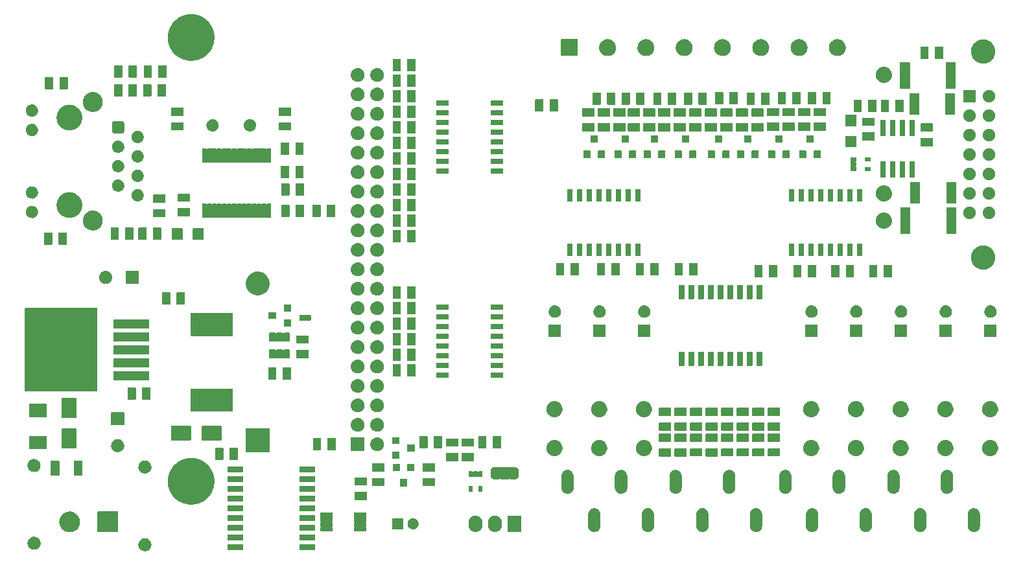
<source format=gbr>
G04 #@! TF.GenerationSoftware,KiCad,Pcbnew,5.99.0-unknown-c3175b4~86~ubuntu16.04.1*
G04 #@! TF.CreationDate,2019-12-02T17:49:08+01:00*
G04 #@! TF.ProjectId,OpenPLC,4f70656e-504c-4432-9e6b-696361645f70,0.01*
G04 #@! TF.SameCoordinates,Original*
G04 #@! TF.FileFunction,Soldermask,Top*
G04 #@! TF.FilePolarity,Negative*
%FSLAX46Y46*%
G04 Gerber Fmt 4.6, Leading zero omitted, Abs format (unit mm)*
G04 Created by KiCad (PCBNEW 5.99.0-unknown-c3175b4~86~ubuntu16.04.1) date 2019-12-02 17:49:08*
%MOMM*%
%LPD*%
G04 APERTURE LIST*
%ADD10C,0.100000*%
G04 APERTURE END LIST*
D10*
G36*
X108087270Y-134739207D02*
G01*
X108211689Y-134758468D01*
X108216690Y-134760632D01*
X108225865Y-134762151D01*
X108298903Y-134796209D01*
X108367312Y-134825813D01*
X108377129Y-134832687D01*
X108393440Y-134840293D01*
X108452726Y-134885621D01*
X108508929Y-134924974D01*
X108521276Y-134938030D01*
X108540327Y-134952596D01*
X108584657Y-135005054D01*
X108627715Y-135050586D01*
X108640335Y-135070939D01*
X108659671Y-135093821D01*
X108688930Y-135149316D01*
X108718819Y-135197522D01*
X108729150Y-135225599D01*
X108745905Y-135257379D01*
X108760983Y-135312119D01*
X108778516Y-135359772D01*
X108783882Y-135395253D01*
X108795006Y-135435639D01*
X108797666Y-135486403D01*
X108804368Y-135530716D01*
X108802178Y-135572495D01*
X108804683Y-135620284D01*
X108797354Y-135664556D01*
X108795320Y-135703363D01*
X108783272Y-135749617D01*
X108774484Y-135802700D01*
X108760035Y-135838825D01*
X108751741Y-135870667D01*
X108728009Y-135918896D01*
X108705819Y-135974376D01*
X108687303Y-136001621D01*
X108675413Y-136025785D01*
X108638825Y-136072954D01*
X108601890Y-136127302D01*
X108582296Y-136145832D01*
X108569447Y-136162396D01*
X108519605Y-136205116D01*
X108467548Y-136254344D01*
X108449557Y-136265154D01*
X108438185Y-136274901D01*
X108375589Y-136309598D01*
X108309059Y-136349574D01*
X108294838Y-136354360D01*
X108286972Y-136358720D01*
X108212991Y-136381904D01*
X108133817Y-136408549D01*
X108124863Y-136409522D01*
X108122000Y-136410419D01*
X108038954Y-136418854D01*
X107996191Y-136423500D01*
X107919689Y-136423500D01*
X107812730Y-136405793D01*
X107688311Y-136386532D01*
X107683310Y-136384368D01*
X107674135Y-136382849D01*
X107601097Y-136348791D01*
X107532688Y-136319187D01*
X107522871Y-136312313D01*
X107506560Y-136304707D01*
X107447274Y-136259379D01*
X107391071Y-136220026D01*
X107378724Y-136206970D01*
X107359673Y-136192404D01*
X107315343Y-136139946D01*
X107272285Y-136094414D01*
X107259665Y-136074061D01*
X107240329Y-136051179D01*
X107211070Y-135995684D01*
X107181181Y-135947478D01*
X107170850Y-135919401D01*
X107154095Y-135887621D01*
X107139017Y-135832881D01*
X107121484Y-135785228D01*
X107116118Y-135749747D01*
X107104994Y-135709361D01*
X107102334Y-135658597D01*
X107095632Y-135614284D01*
X107097822Y-135572505D01*
X107095317Y-135524716D01*
X107102646Y-135480444D01*
X107104680Y-135441637D01*
X107116728Y-135395383D01*
X107125516Y-135342300D01*
X107139965Y-135306175D01*
X107148259Y-135274333D01*
X107171991Y-135226104D01*
X107194181Y-135170624D01*
X107212697Y-135143379D01*
X107224587Y-135119215D01*
X107261175Y-135072046D01*
X107298110Y-135017698D01*
X107317704Y-134999168D01*
X107330553Y-134982604D01*
X107380395Y-134939884D01*
X107432452Y-134890656D01*
X107450443Y-134879846D01*
X107461815Y-134870099D01*
X107524411Y-134835402D01*
X107590941Y-134795426D01*
X107605162Y-134790640D01*
X107613028Y-134786280D01*
X107687009Y-134763096D01*
X107766183Y-134736451D01*
X107775137Y-134735478D01*
X107778000Y-134734581D01*
X107861046Y-134726146D01*
X107903809Y-134721500D01*
X107980311Y-134721500D01*
X108087270Y-134739207D01*
X108087270Y-134739207D01*
G37*
G36*
X130179899Y-135541959D02*
G01*
X130196769Y-135553231D01*
X130208041Y-135570101D01*
X130214448Y-135602312D01*
X130214448Y-136177688D01*
X130211999Y-136190000D01*
X130208041Y-136209899D01*
X130196769Y-136226769D01*
X130179899Y-136238041D01*
X130160000Y-136241999D01*
X130147688Y-136244448D01*
X128172312Y-136244448D01*
X128140101Y-136238041D01*
X128123231Y-136226769D01*
X128111959Y-136209899D01*
X128105552Y-136177688D01*
X128105552Y-135602312D01*
X128111959Y-135570101D01*
X128123231Y-135553231D01*
X128140101Y-135541959D01*
X128172312Y-135535552D01*
X130147688Y-135535552D01*
X130179899Y-135541959D01*
X130179899Y-135541959D01*
G37*
G36*
X120779899Y-135541959D02*
G01*
X120796769Y-135553231D01*
X120808041Y-135570101D01*
X120814448Y-135602312D01*
X120814448Y-136177688D01*
X120811999Y-136190000D01*
X120808041Y-136209899D01*
X120796769Y-136226769D01*
X120779899Y-136238041D01*
X120760000Y-136241999D01*
X120747688Y-136244448D01*
X118772312Y-136244448D01*
X118740101Y-136238041D01*
X118723231Y-136226769D01*
X118711959Y-136209899D01*
X118705552Y-136177688D01*
X118705552Y-135602312D01*
X118711959Y-135570101D01*
X118723231Y-135553231D01*
X118740101Y-135541959D01*
X118772312Y-135535552D01*
X120747688Y-135535552D01*
X120779899Y-135541959D01*
X120779899Y-135541959D01*
G37*
G36*
X93474976Y-134529826D02*
G01*
X93516766Y-134527782D01*
X93561056Y-134534639D01*
X93611810Y-134537476D01*
X93652163Y-134548743D01*
X93687621Y-134554232D01*
X93735204Y-134571928D01*
X93789898Y-134587199D01*
X93821622Y-134604067D01*
X93849659Y-134614494D01*
X93897757Y-134644549D01*
X93953153Y-134674004D01*
X93975968Y-134693421D01*
X93996271Y-134706108D01*
X94041641Y-134749313D01*
X94093961Y-134793841D01*
X94108463Y-134812947D01*
X94121472Y-134825335D01*
X94160616Y-134881655D01*
X94205751Y-134941118D01*
X94213302Y-134957459D01*
X94220142Y-134967301D01*
X94249508Y-135035817D01*
X94283307Y-135108965D01*
X94285885Y-135120692D01*
X94288247Y-135126202D01*
X94304429Y-135205036D01*
X94323011Y-135289551D01*
X94322345Y-135480388D01*
X94303181Y-135564738D01*
X94286443Y-135643485D01*
X94284041Y-135648982D01*
X94281381Y-135660692D01*
X94247069Y-135733609D01*
X94217227Y-135801915D01*
X94210318Y-135811709D01*
X94202655Y-135827994D01*
X94157114Y-135887130D01*
X94117570Y-135943187D01*
X94104472Y-135955487D01*
X94089840Y-135974487D01*
X94037227Y-136018635D01*
X93991544Y-136061534D01*
X93971147Y-136074082D01*
X93948199Y-136093338D01*
X93892600Y-136122405D01*
X93844293Y-136152123D01*
X93816184Y-136162354D01*
X93784341Y-136179001D01*
X93729534Y-136193892D01*
X93681831Y-136211254D01*
X93646340Y-136216495D01*
X93605911Y-136227479D01*
X93555139Y-136229962D01*
X93510803Y-136236509D01*
X93469027Y-136234174D01*
X93421233Y-136236511D01*
X93376992Y-136229028D01*
X93338189Y-136226859D01*
X93291980Y-136214650D01*
X93238923Y-136205676D01*
X93202839Y-136191097D01*
X93171035Y-136182694D01*
X93122897Y-136158799D01*
X93067488Y-136136412D01*
X93040311Y-136117804D01*
X93016182Y-136105826D01*
X92969128Y-136069063D01*
X92914926Y-136031950D01*
X92896469Y-136012295D01*
X92879950Y-135999389D01*
X92837400Y-135949393D01*
X92788354Y-135897164D01*
X92777608Y-135879138D01*
X92767896Y-135867726D01*
X92733401Y-135804981D01*
X92693678Y-135738344D01*
X92688943Y-135724111D01*
X92684610Y-135716229D01*
X92661692Y-135642192D01*
X92635314Y-135562898D01*
X92634372Y-135553934D01*
X92633486Y-135551072D01*
X92625347Y-135468068D01*
X92615987Y-135379012D01*
X92625967Y-135290044D01*
X92634687Y-135207078D01*
X92635593Y-135204220D01*
X92636598Y-135195265D01*
X92663530Y-135116153D01*
X92686963Y-135042281D01*
X92691350Y-135034432D01*
X92696184Y-135020231D01*
X92736382Y-134953857D01*
X92771304Y-134891371D01*
X92781092Y-134880031D01*
X92791967Y-134862075D01*
X92841385Y-134810181D01*
X92884273Y-134760495D01*
X92900879Y-134747707D01*
X92919477Y-134728177D01*
X92973952Y-134691433D01*
X93021250Y-134655009D01*
X93045458Y-134643202D01*
X93072765Y-134624783D01*
X93128319Y-134602787D01*
X93176633Y-134579223D01*
X93208503Y-134571040D01*
X93244679Y-134556717D01*
X93297795Y-134548114D01*
X93344088Y-134536228D01*
X93382903Y-134534330D01*
X93427199Y-134527155D01*
X93474976Y-134529826D01*
X93474976Y-134529826D01*
G37*
G36*
X130179899Y-134271959D02*
G01*
X130196769Y-134283231D01*
X130208041Y-134300101D01*
X130214448Y-134332312D01*
X130214448Y-134907688D01*
X130211999Y-134920000D01*
X130208041Y-134939899D01*
X130196769Y-134956769D01*
X130179899Y-134968041D01*
X130160000Y-134971999D01*
X130147688Y-134974448D01*
X128172312Y-134974448D01*
X128140101Y-134968041D01*
X128123231Y-134956769D01*
X128111959Y-134939899D01*
X128105552Y-134907688D01*
X128105552Y-134332312D01*
X128111959Y-134300101D01*
X128123231Y-134283231D01*
X128140101Y-134271959D01*
X128172312Y-134265552D01*
X130147688Y-134265552D01*
X130179899Y-134271959D01*
X130179899Y-134271959D01*
G37*
G36*
X120779899Y-134271959D02*
G01*
X120796769Y-134283231D01*
X120808041Y-134300101D01*
X120814448Y-134332312D01*
X120814448Y-134907688D01*
X120811999Y-134920000D01*
X120808041Y-134939899D01*
X120796769Y-134956769D01*
X120779899Y-134968041D01*
X120760000Y-134971999D01*
X120747688Y-134974448D01*
X118772312Y-134974448D01*
X118740101Y-134968041D01*
X118723231Y-134956769D01*
X118711959Y-134939899D01*
X118705552Y-134907688D01*
X118705552Y-134332312D01*
X118711959Y-134300101D01*
X118723231Y-134283231D01*
X118740101Y-134271959D01*
X118772312Y-134265552D01*
X120747688Y-134265552D01*
X120779899Y-134271959D01*
X120779899Y-134271959D01*
G37*
G36*
X98221077Y-131240076D02*
G01*
X98303324Y-131244027D01*
X98333612Y-131250714D01*
X98361732Y-131253372D01*
X98443474Y-131274969D01*
X98527206Y-131293455D01*
X98552660Y-131303817D01*
X98576521Y-131310121D01*
X98657046Y-131346310D01*
X98739558Y-131379899D01*
X98759889Y-131392529D01*
X98779158Y-131401189D01*
X98855847Y-131452141D01*
X98934310Y-131500885D01*
X98949577Y-131514415D01*
X98964195Y-131524128D01*
X99034356Y-131589554D01*
X99105893Y-131652956D01*
X99116443Y-131666101D01*
X99126669Y-131675637D01*
X99187650Y-131754823D01*
X99249400Y-131831762D01*
X99255868Y-131843407D01*
X99262220Y-131851655D01*
X99311526Y-131943610D01*
X99360729Y-132032192D01*
X99363966Y-132041410D01*
X99367200Y-132047441D01*
X99402557Y-132151301D01*
X99436696Y-132248514D01*
X99437738Y-132254644D01*
X99438793Y-132257742D01*
X99458260Y-132375336D01*
X99475129Y-132474543D01*
X99472456Y-132729728D01*
X99468049Y-132752724D01*
X99467713Y-132766453D01*
X99447488Y-132859995D01*
X99429298Y-132954903D01*
X99423795Y-132969584D01*
X99421091Y-132982088D01*
X99383770Y-133076351D01*
X99348818Y-133169586D01*
X99342706Y-133180066D01*
X99339310Y-133188644D01*
X99284718Y-133279500D01*
X99233316Y-133367640D01*
X99227803Y-133374222D01*
X99224891Y-133379068D01*
X99152314Y-133464346D01*
X99086096Y-133543402D01*
X99082256Y-133546664D01*
X99080904Y-133548253D01*
X98983109Y-133630895D01*
X98911366Y-133691846D01*
X98830230Y-133739926D01*
X98720397Y-133805399D01*
X98718459Y-133806158D01*
X98714123Y-133808728D01*
X98617809Y-133845603D01*
X98513560Y-133886458D01*
X98508029Y-133887634D01*
X98500007Y-133890705D01*
X98399834Y-133910631D01*
X98296248Y-133932648D01*
X98287044Y-133933066D01*
X98275139Y-133935434D01*
X98175567Y-133938128D01*
X98074329Y-133942726D01*
X98061630Y-133941212D01*
X98045950Y-133941636D01*
X97950241Y-133927929D01*
X97853729Y-133916421D01*
X97838026Y-133911859D01*
X97818992Y-133909133D01*
X97729985Y-133880470D01*
X97640391Y-133854441D01*
X97622424Y-133845833D01*
X97600756Y-133838855D01*
X97520768Y-133797127D01*
X97440043Y-133758450D01*
X97420800Y-133744976D01*
X97397481Y-133732811D01*
X97328344Y-133680238D01*
X97258066Y-133631029D01*
X97238730Y-133612094D01*
X97214979Y-133594033D01*
X97157990Y-133533027D01*
X97099336Y-133475588D01*
X97081251Y-133450878D01*
X97058469Y-133426490D01*
X97014461Y-133359622D01*
X96968129Y-133296317D01*
X96952711Y-133265794D01*
X96932426Y-133234972D01*
X96901699Y-133164808D01*
X96867965Y-133098026D01*
X96856673Y-133061992D01*
X96840453Y-133024955D01*
X96822819Y-132953965D01*
X96801531Y-132886035D01*
X96795779Y-132845111D01*
X96785181Y-132802444D01*
X96780017Y-132732957D01*
X96770612Y-132666035D01*
X96771709Y-132621154D01*
X96768190Y-132573801D01*
X96774477Y-132507910D01*
X96776040Y-132443943D01*
X96785122Y-132396330D01*
X96789966Y-132345565D01*
X96806348Y-132285060D01*
X96817667Y-132225724D01*
X96835641Y-132176873D01*
X96849886Y-132124260D01*
X96874757Y-132070557D01*
X96894379Y-132017226D01*
X96921858Y-131968854D01*
X96946236Y-131916216D01*
X96977808Y-131870364D01*
X97004112Y-131824061D01*
X97041381Y-131778038D01*
X97076263Y-131727379D01*
X97112659Y-131690017D01*
X97143917Y-131651417D01*
X97190878Y-131609722D01*
X97236247Y-131563150D01*
X97275579Y-131534521D01*
X97310049Y-131503917D01*
X97366235Y-131468535D01*
X97421615Y-131428225D01*
X97462049Y-131408197D01*
X97498035Y-131385536D01*
X97562571Y-131358408D01*
X97627067Y-131326462D01*
X97666923Y-131314542D01*
X97702836Y-131299446D01*
X97774443Y-131282387D01*
X97846727Y-131260769D01*
X97884523Y-131256162D01*
X97918942Y-131247962D01*
X97995984Y-131242575D01*
X98074315Y-131233027D01*
X98108831Y-131234685D01*
X98140566Y-131232466D01*
X98221077Y-131240076D01*
X98221077Y-131240076D01*
G37*
G36*
X104443899Y-131239959D02*
G01*
X104460769Y-131251231D01*
X104472041Y-131268101D01*
X104478448Y-131300312D01*
X104478448Y-133875688D01*
X104475999Y-133888000D01*
X104472041Y-133907899D01*
X104460769Y-133924769D01*
X104443899Y-133936041D01*
X104424000Y-133939999D01*
X104411688Y-133942448D01*
X101836312Y-133942448D01*
X101804101Y-133936041D01*
X101787231Y-133924769D01*
X101775959Y-133907899D01*
X101769552Y-133875688D01*
X101769552Y-131300312D01*
X101775959Y-131268101D01*
X101787231Y-131251231D01*
X101804101Y-131239959D01*
X101836312Y-131233552D01*
X104411688Y-131233552D01*
X104443899Y-131239959D01*
X104443899Y-131239959D01*
G37*
G36*
X173688205Y-130805001D02*
G01*
X173724605Y-130805001D01*
X173771120Y-130814888D01*
X173824984Y-130821311D01*
X173860004Y-130833781D01*
X173890133Y-130840185D01*
X173938642Y-130861782D01*
X173995120Y-130881893D01*
X174021702Y-130898763D01*
X174044714Y-130909008D01*
X174092129Y-130943457D01*
X174147606Y-130978664D01*
X174165789Y-130996975D01*
X174181617Y-131008474D01*
X174224457Y-131056053D01*
X174274865Y-131106813D01*
X174285530Y-131123881D01*
X174294846Y-131134227D01*
X174329481Y-131194217D01*
X174370568Y-131259970D01*
X174375317Y-131273609D01*
X174379455Y-131280775D01*
X174402330Y-131351176D01*
X174429962Y-131430525D01*
X174430938Y-131439223D01*
X174431745Y-131441708D01*
X174439617Y-131516602D01*
X174445000Y-131564594D01*
X174445000Y-133160712D01*
X174444531Y-133164646D01*
X174431745Y-133286292D01*
X174429029Y-133294652D01*
X174427379Y-133308487D01*
X174400858Y-133381352D01*
X174379455Y-133447225D01*
X174372494Y-133459281D01*
X174365610Y-133478196D01*
X174326852Y-133538336D01*
X174294846Y-133593773D01*
X174281758Y-133608308D01*
X174267777Y-133630003D01*
X174220822Y-133675984D01*
X174181617Y-133719526D01*
X174161242Y-133734329D01*
X174138743Y-133756362D01*
X174087675Y-133787779D01*
X174044716Y-133818991D01*
X174016576Y-133831520D01*
X173984921Y-133850994D01*
X173933579Y-133868472D01*
X173890132Y-133887816D01*
X173854524Y-133895385D01*
X173813956Y-133909195D01*
X173765676Y-133914270D01*
X173724606Y-133922999D01*
X173682621Y-133922999D01*
X173634346Y-133928073D01*
X173591795Y-133922999D01*
X173555395Y-133922999D01*
X173508880Y-133913112D01*
X173455016Y-133906689D01*
X173419996Y-133894219D01*
X173389867Y-133887815D01*
X173341358Y-133866218D01*
X173284880Y-133846107D01*
X173258298Y-133829237D01*
X173235286Y-133818992D01*
X173187874Y-133784545D01*
X173132394Y-133749336D01*
X173114209Y-133731024D01*
X173098384Y-133719526D01*
X173055548Y-133671951D01*
X173005136Y-133621187D01*
X172994471Y-133604119D01*
X172985155Y-133593773D01*
X172950520Y-133533783D01*
X172909433Y-133468030D01*
X172904684Y-133454391D01*
X172900546Y-133447225D01*
X172877671Y-133376824D01*
X172850039Y-133297475D01*
X172849063Y-133288777D01*
X172848256Y-133286292D01*
X172840384Y-133211398D01*
X172835001Y-133163406D01*
X172835000Y-131567289D01*
X172835469Y-131563355D01*
X172848255Y-131441709D01*
X172850971Y-131433349D01*
X172852621Y-131419514D01*
X172879138Y-131346659D01*
X172900545Y-131280774D01*
X172907507Y-131268715D01*
X172914390Y-131249805D01*
X172953141Y-131189675D01*
X172985153Y-131134229D01*
X172998242Y-131119692D01*
X173012223Y-131097998D01*
X173059175Y-131052019D01*
X173098383Y-131008474D01*
X173118759Y-130993670D01*
X173141257Y-130971638D01*
X173192325Y-130940221D01*
X173235284Y-130909009D01*
X173263424Y-130896480D01*
X173295079Y-130877006D01*
X173346421Y-130859528D01*
X173389868Y-130840184D01*
X173425476Y-130832615D01*
X173466044Y-130818805D01*
X173514324Y-130813730D01*
X173555394Y-130805001D01*
X173597379Y-130805001D01*
X173645654Y-130799927D01*
X173688205Y-130805001D01*
X173688205Y-130805001D01*
G37*
G36*
X166688205Y-130805001D02*
G01*
X166724605Y-130805001D01*
X166771120Y-130814888D01*
X166824984Y-130821311D01*
X166860004Y-130833781D01*
X166890133Y-130840185D01*
X166938642Y-130861782D01*
X166995120Y-130881893D01*
X167021702Y-130898763D01*
X167044714Y-130909008D01*
X167092129Y-130943457D01*
X167147606Y-130978664D01*
X167165789Y-130996975D01*
X167181617Y-131008474D01*
X167224457Y-131056053D01*
X167274865Y-131106813D01*
X167285530Y-131123881D01*
X167294846Y-131134227D01*
X167329481Y-131194217D01*
X167370568Y-131259970D01*
X167375317Y-131273609D01*
X167379455Y-131280775D01*
X167402330Y-131351176D01*
X167429962Y-131430525D01*
X167430938Y-131439223D01*
X167431745Y-131441708D01*
X167439617Y-131516602D01*
X167445000Y-131564594D01*
X167445000Y-133160712D01*
X167444531Y-133164646D01*
X167431745Y-133286292D01*
X167429029Y-133294652D01*
X167427379Y-133308487D01*
X167400858Y-133381352D01*
X167379455Y-133447225D01*
X167372494Y-133459281D01*
X167365610Y-133478196D01*
X167326852Y-133538336D01*
X167294846Y-133593773D01*
X167281758Y-133608308D01*
X167267777Y-133630003D01*
X167220822Y-133675984D01*
X167181617Y-133719526D01*
X167161242Y-133734329D01*
X167138743Y-133756362D01*
X167087675Y-133787779D01*
X167044716Y-133818991D01*
X167016576Y-133831520D01*
X166984921Y-133850994D01*
X166933579Y-133868472D01*
X166890132Y-133887816D01*
X166854524Y-133895385D01*
X166813956Y-133909195D01*
X166765676Y-133914270D01*
X166724606Y-133922999D01*
X166682621Y-133922999D01*
X166634346Y-133928073D01*
X166591795Y-133922999D01*
X166555395Y-133922999D01*
X166508880Y-133913112D01*
X166455016Y-133906689D01*
X166419996Y-133894219D01*
X166389867Y-133887815D01*
X166341358Y-133866218D01*
X166284880Y-133846107D01*
X166258298Y-133829237D01*
X166235286Y-133818992D01*
X166187874Y-133784545D01*
X166132394Y-133749336D01*
X166114209Y-133731024D01*
X166098384Y-133719526D01*
X166055548Y-133671951D01*
X166005136Y-133621187D01*
X165994471Y-133604119D01*
X165985155Y-133593773D01*
X165950520Y-133533783D01*
X165909433Y-133468030D01*
X165904684Y-133454391D01*
X165900546Y-133447225D01*
X165877671Y-133376824D01*
X165850039Y-133297475D01*
X165849063Y-133288777D01*
X165848256Y-133286292D01*
X165840384Y-133211398D01*
X165835001Y-133163406D01*
X165835000Y-131567289D01*
X165835469Y-131563355D01*
X165848255Y-131441709D01*
X165850971Y-131433349D01*
X165852621Y-131419514D01*
X165879138Y-131346659D01*
X165900545Y-131280774D01*
X165907507Y-131268715D01*
X165914390Y-131249805D01*
X165953141Y-131189675D01*
X165985153Y-131134229D01*
X165998242Y-131119692D01*
X166012223Y-131097998D01*
X166059175Y-131052019D01*
X166098383Y-131008474D01*
X166118759Y-130993670D01*
X166141257Y-130971638D01*
X166192325Y-130940221D01*
X166235284Y-130909009D01*
X166263424Y-130896480D01*
X166295079Y-130877006D01*
X166346421Y-130859528D01*
X166389868Y-130840184D01*
X166425476Y-130832615D01*
X166466044Y-130818805D01*
X166514324Y-130813730D01*
X166555394Y-130805001D01*
X166597379Y-130805001D01*
X166645654Y-130799927D01*
X166688205Y-130805001D01*
X166688205Y-130805001D01*
G37*
G36*
X180810605Y-130805001D02*
G01*
X180847005Y-130805001D01*
X180893520Y-130814888D01*
X180947384Y-130821311D01*
X180982404Y-130833781D01*
X181012533Y-130840185D01*
X181061042Y-130861782D01*
X181117520Y-130881893D01*
X181144102Y-130898763D01*
X181167114Y-130909008D01*
X181214529Y-130943457D01*
X181270006Y-130978664D01*
X181288189Y-130996975D01*
X181304017Y-131008474D01*
X181346857Y-131056053D01*
X181397265Y-131106813D01*
X181407930Y-131123881D01*
X181417246Y-131134227D01*
X181451881Y-131194217D01*
X181492968Y-131259970D01*
X181497717Y-131273609D01*
X181501855Y-131280775D01*
X181524730Y-131351176D01*
X181552362Y-131430525D01*
X181553338Y-131439223D01*
X181554145Y-131441708D01*
X181562017Y-131516602D01*
X181567400Y-131564594D01*
X181567400Y-133160712D01*
X181566931Y-133164646D01*
X181554145Y-133286292D01*
X181551429Y-133294652D01*
X181549779Y-133308487D01*
X181523258Y-133381352D01*
X181501855Y-133447225D01*
X181494894Y-133459281D01*
X181488010Y-133478196D01*
X181449252Y-133538336D01*
X181417246Y-133593773D01*
X181404158Y-133608308D01*
X181390177Y-133630003D01*
X181343222Y-133675984D01*
X181304017Y-133719526D01*
X181283642Y-133734329D01*
X181261143Y-133756362D01*
X181210075Y-133787779D01*
X181167116Y-133818991D01*
X181138976Y-133831520D01*
X181107321Y-133850994D01*
X181055979Y-133868472D01*
X181012532Y-133887816D01*
X180976924Y-133895385D01*
X180936356Y-133909195D01*
X180888076Y-133914270D01*
X180847006Y-133922999D01*
X180805021Y-133922999D01*
X180756746Y-133928073D01*
X180714195Y-133922999D01*
X180677795Y-133922999D01*
X180631280Y-133913112D01*
X180577416Y-133906689D01*
X180542396Y-133894219D01*
X180512267Y-133887815D01*
X180463758Y-133866218D01*
X180407280Y-133846107D01*
X180380698Y-133829237D01*
X180357686Y-133818992D01*
X180310274Y-133784545D01*
X180254794Y-133749336D01*
X180236609Y-133731024D01*
X180220784Y-133719526D01*
X180177948Y-133671951D01*
X180127536Y-133621187D01*
X180116871Y-133604119D01*
X180107555Y-133593773D01*
X180072920Y-133533783D01*
X180031833Y-133468030D01*
X180027084Y-133454391D01*
X180022946Y-133447225D01*
X180000071Y-133376824D01*
X179972439Y-133297475D01*
X179971463Y-133288777D01*
X179970656Y-133286292D01*
X179962784Y-133211398D01*
X179957401Y-133163406D01*
X179957400Y-131567289D01*
X179957869Y-131563355D01*
X179970655Y-131441709D01*
X179973371Y-131433349D01*
X179975021Y-131419514D01*
X180001538Y-131346659D01*
X180022945Y-131280774D01*
X180029907Y-131268715D01*
X180036790Y-131249805D01*
X180075541Y-131189675D01*
X180107553Y-131134229D01*
X180120642Y-131119692D01*
X180134623Y-131097998D01*
X180181575Y-131052019D01*
X180220783Y-131008474D01*
X180241159Y-130993670D01*
X180263657Y-130971638D01*
X180314725Y-130940221D01*
X180357684Y-130909009D01*
X180385824Y-130896480D01*
X180417479Y-130877006D01*
X180468821Y-130859528D01*
X180512268Y-130840184D01*
X180547876Y-130832615D01*
X180588444Y-130818805D01*
X180636724Y-130813730D01*
X180677794Y-130805001D01*
X180719779Y-130805001D01*
X180768054Y-130799927D01*
X180810605Y-130805001D01*
X180810605Y-130805001D01*
G37*
G36*
X187810605Y-130805001D02*
G01*
X187847005Y-130805001D01*
X187893520Y-130814888D01*
X187947384Y-130821311D01*
X187982404Y-130833781D01*
X188012533Y-130840185D01*
X188061042Y-130861782D01*
X188117520Y-130881893D01*
X188144102Y-130898763D01*
X188167114Y-130909008D01*
X188214529Y-130943457D01*
X188270006Y-130978664D01*
X188288189Y-130996975D01*
X188304017Y-131008474D01*
X188346857Y-131056053D01*
X188397265Y-131106813D01*
X188407930Y-131123881D01*
X188417246Y-131134227D01*
X188451881Y-131194217D01*
X188492968Y-131259970D01*
X188497717Y-131273609D01*
X188501855Y-131280775D01*
X188524730Y-131351176D01*
X188552362Y-131430525D01*
X188553338Y-131439223D01*
X188554145Y-131441708D01*
X188562017Y-131516602D01*
X188567400Y-131564594D01*
X188567400Y-133160712D01*
X188566931Y-133164646D01*
X188554145Y-133286292D01*
X188551429Y-133294652D01*
X188549779Y-133308487D01*
X188523258Y-133381352D01*
X188501855Y-133447225D01*
X188494894Y-133459281D01*
X188488010Y-133478196D01*
X188449252Y-133538336D01*
X188417246Y-133593773D01*
X188404158Y-133608308D01*
X188390177Y-133630003D01*
X188343222Y-133675984D01*
X188304017Y-133719526D01*
X188283642Y-133734329D01*
X188261143Y-133756362D01*
X188210075Y-133787779D01*
X188167116Y-133818991D01*
X188138976Y-133831520D01*
X188107321Y-133850994D01*
X188055979Y-133868472D01*
X188012532Y-133887816D01*
X187976924Y-133895385D01*
X187936356Y-133909195D01*
X187888076Y-133914270D01*
X187847006Y-133922999D01*
X187805021Y-133922999D01*
X187756746Y-133928073D01*
X187714195Y-133922999D01*
X187677795Y-133922999D01*
X187631280Y-133913112D01*
X187577416Y-133906689D01*
X187542396Y-133894219D01*
X187512267Y-133887815D01*
X187463758Y-133866218D01*
X187407280Y-133846107D01*
X187380698Y-133829237D01*
X187357686Y-133818992D01*
X187310274Y-133784545D01*
X187254794Y-133749336D01*
X187236609Y-133731024D01*
X187220784Y-133719526D01*
X187177948Y-133671951D01*
X187127536Y-133621187D01*
X187116871Y-133604119D01*
X187107555Y-133593773D01*
X187072920Y-133533783D01*
X187031833Y-133468030D01*
X187027084Y-133454391D01*
X187022946Y-133447225D01*
X187000071Y-133376824D01*
X186972439Y-133297475D01*
X186971463Y-133288777D01*
X186970656Y-133286292D01*
X186962784Y-133211398D01*
X186957401Y-133163406D01*
X186957400Y-131567289D01*
X186957869Y-131563355D01*
X186970655Y-131441709D01*
X186973371Y-131433349D01*
X186975021Y-131419514D01*
X187001538Y-131346659D01*
X187022945Y-131280774D01*
X187029907Y-131268715D01*
X187036790Y-131249805D01*
X187075541Y-131189675D01*
X187107553Y-131134229D01*
X187120642Y-131119692D01*
X187134623Y-131097998D01*
X187181575Y-131052019D01*
X187220783Y-131008474D01*
X187241159Y-130993670D01*
X187263657Y-130971638D01*
X187314725Y-130940221D01*
X187357684Y-130909009D01*
X187385824Y-130896480D01*
X187417479Y-130877006D01*
X187468821Y-130859528D01*
X187512268Y-130840184D01*
X187547876Y-130832615D01*
X187588444Y-130818805D01*
X187636724Y-130813730D01*
X187677794Y-130805001D01*
X187719779Y-130805001D01*
X187768054Y-130799927D01*
X187810605Y-130805001D01*
X187810605Y-130805001D01*
G37*
G36*
X202136205Y-130805001D02*
G01*
X202172605Y-130805001D01*
X202219120Y-130814888D01*
X202272984Y-130821311D01*
X202308004Y-130833781D01*
X202338133Y-130840185D01*
X202386642Y-130861782D01*
X202443120Y-130881893D01*
X202469702Y-130898763D01*
X202492714Y-130909008D01*
X202540129Y-130943457D01*
X202595606Y-130978664D01*
X202613789Y-130996975D01*
X202629617Y-131008474D01*
X202672457Y-131056053D01*
X202722865Y-131106813D01*
X202733530Y-131123881D01*
X202742846Y-131134227D01*
X202777481Y-131194217D01*
X202818568Y-131259970D01*
X202823317Y-131273609D01*
X202827455Y-131280775D01*
X202850330Y-131351176D01*
X202877962Y-131430525D01*
X202878938Y-131439223D01*
X202879745Y-131441708D01*
X202887617Y-131516602D01*
X202893000Y-131564594D01*
X202893000Y-133160712D01*
X202892531Y-133164646D01*
X202879745Y-133286292D01*
X202877029Y-133294652D01*
X202875379Y-133308487D01*
X202848858Y-133381352D01*
X202827455Y-133447225D01*
X202820494Y-133459281D01*
X202813610Y-133478196D01*
X202774852Y-133538336D01*
X202742846Y-133593773D01*
X202729758Y-133608308D01*
X202715777Y-133630003D01*
X202668822Y-133675984D01*
X202629617Y-133719526D01*
X202609242Y-133734329D01*
X202586743Y-133756362D01*
X202535675Y-133787779D01*
X202492716Y-133818991D01*
X202464576Y-133831520D01*
X202432921Y-133850994D01*
X202381579Y-133868472D01*
X202338132Y-133887816D01*
X202302524Y-133895385D01*
X202261956Y-133909195D01*
X202213676Y-133914270D01*
X202172606Y-133922999D01*
X202130621Y-133922999D01*
X202082346Y-133928073D01*
X202039795Y-133922999D01*
X202003395Y-133922999D01*
X201956880Y-133913112D01*
X201903016Y-133906689D01*
X201867996Y-133894219D01*
X201837867Y-133887815D01*
X201789358Y-133866218D01*
X201732880Y-133846107D01*
X201706298Y-133829237D01*
X201683286Y-133818992D01*
X201635874Y-133784545D01*
X201580394Y-133749336D01*
X201562209Y-133731024D01*
X201546384Y-133719526D01*
X201503548Y-133671951D01*
X201453136Y-133621187D01*
X201442471Y-133604119D01*
X201433155Y-133593773D01*
X201398520Y-133533783D01*
X201357433Y-133468030D01*
X201352684Y-133454391D01*
X201348546Y-133447225D01*
X201325671Y-133376824D01*
X201298039Y-133297475D01*
X201297063Y-133288777D01*
X201296256Y-133286292D01*
X201288384Y-133211398D01*
X201283001Y-133163406D01*
X201283000Y-131567289D01*
X201283469Y-131563355D01*
X201296255Y-131441709D01*
X201298971Y-131433349D01*
X201300621Y-131419514D01*
X201327138Y-131346659D01*
X201348545Y-131280774D01*
X201355507Y-131268715D01*
X201362390Y-131249805D01*
X201401141Y-131189675D01*
X201433153Y-131134229D01*
X201446242Y-131119692D01*
X201460223Y-131097998D01*
X201507175Y-131052019D01*
X201546383Y-131008474D01*
X201566759Y-130993670D01*
X201589257Y-130971638D01*
X201640325Y-130940221D01*
X201683284Y-130909009D01*
X201711424Y-130896480D01*
X201743079Y-130877006D01*
X201794421Y-130859528D01*
X201837868Y-130840184D01*
X201873476Y-130832615D01*
X201914044Y-130818805D01*
X201962324Y-130813730D01*
X202003394Y-130805001D01*
X202045379Y-130805001D01*
X202093654Y-130799927D01*
X202136205Y-130805001D01*
X202136205Y-130805001D01*
G37*
G36*
X195136205Y-130805001D02*
G01*
X195172605Y-130805001D01*
X195219120Y-130814888D01*
X195272984Y-130821311D01*
X195308004Y-130833781D01*
X195338133Y-130840185D01*
X195386642Y-130861782D01*
X195443120Y-130881893D01*
X195469702Y-130898763D01*
X195492714Y-130909008D01*
X195540129Y-130943457D01*
X195595606Y-130978664D01*
X195613789Y-130996975D01*
X195629617Y-131008474D01*
X195672457Y-131056053D01*
X195722865Y-131106813D01*
X195733530Y-131123881D01*
X195742846Y-131134227D01*
X195777481Y-131194217D01*
X195818568Y-131259970D01*
X195823317Y-131273609D01*
X195827455Y-131280775D01*
X195850330Y-131351176D01*
X195877962Y-131430525D01*
X195878938Y-131439223D01*
X195879745Y-131441708D01*
X195887617Y-131516602D01*
X195893000Y-131564594D01*
X195893000Y-133160712D01*
X195892531Y-133164646D01*
X195879745Y-133286292D01*
X195877029Y-133294652D01*
X195875379Y-133308487D01*
X195848858Y-133381352D01*
X195827455Y-133447225D01*
X195820494Y-133459281D01*
X195813610Y-133478196D01*
X195774852Y-133538336D01*
X195742846Y-133593773D01*
X195729758Y-133608308D01*
X195715777Y-133630003D01*
X195668822Y-133675984D01*
X195629617Y-133719526D01*
X195609242Y-133734329D01*
X195586743Y-133756362D01*
X195535675Y-133787779D01*
X195492716Y-133818991D01*
X195464576Y-133831520D01*
X195432921Y-133850994D01*
X195381579Y-133868472D01*
X195338132Y-133887816D01*
X195302524Y-133895385D01*
X195261956Y-133909195D01*
X195213676Y-133914270D01*
X195172606Y-133922999D01*
X195130621Y-133922999D01*
X195082346Y-133928073D01*
X195039795Y-133922999D01*
X195003395Y-133922999D01*
X194956880Y-133913112D01*
X194903016Y-133906689D01*
X194867996Y-133894219D01*
X194837867Y-133887815D01*
X194789358Y-133866218D01*
X194732880Y-133846107D01*
X194706298Y-133829237D01*
X194683286Y-133818992D01*
X194635874Y-133784545D01*
X194580394Y-133749336D01*
X194562209Y-133731024D01*
X194546384Y-133719526D01*
X194503548Y-133671951D01*
X194453136Y-133621187D01*
X194442471Y-133604119D01*
X194433155Y-133593773D01*
X194398520Y-133533783D01*
X194357433Y-133468030D01*
X194352684Y-133454391D01*
X194348546Y-133447225D01*
X194325671Y-133376824D01*
X194298039Y-133297475D01*
X194297063Y-133288777D01*
X194296256Y-133286292D01*
X194288384Y-133211398D01*
X194283001Y-133163406D01*
X194283000Y-131567289D01*
X194283469Y-131563355D01*
X194296255Y-131441709D01*
X194298971Y-131433349D01*
X194300621Y-131419514D01*
X194327138Y-131346659D01*
X194348545Y-131280774D01*
X194355507Y-131268715D01*
X194362390Y-131249805D01*
X194401141Y-131189675D01*
X194433153Y-131134229D01*
X194446242Y-131119692D01*
X194460223Y-131097998D01*
X194507175Y-131052019D01*
X194546383Y-131008474D01*
X194566759Y-130993670D01*
X194589257Y-130971638D01*
X194640325Y-130940221D01*
X194683284Y-130909009D01*
X194711424Y-130896480D01*
X194743079Y-130877006D01*
X194794421Y-130859528D01*
X194837868Y-130840184D01*
X194873476Y-130832615D01*
X194914044Y-130818805D01*
X194962324Y-130813730D01*
X195003394Y-130805001D01*
X195045379Y-130805001D01*
X195093654Y-130799927D01*
X195136205Y-130805001D01*
X195136205Y-130805001D01*
G37*
G36*
X209258605Y-130805001D02*
G01*
X209295005Y-130805001D01*
X209341520Y-130814888D01*
X209395384Y-130821311D01*
X209430404Y-130833781D01*
X209460533Y-130840185D01*
X209509042Y-130861782D01*
X209565520Y-130881893D01*
X209592102Y-130898763D01*
X209615114Y-130909008D01*
X209662529Y-130943457D01*
X209718006Y-130978664D01*
X209736189Y-130996975D01*
X209752017Y-131008474D01*
X209794857Y-131056053D01*
X209845265Y-131106813D01*
X209855930Y-131123881D01*
X209865246Y-131134227D01*
X209899881Y-131194217D01*
X209940968Y-131259970D01*
X209945717Y-131273609D01*
X209949855Y-131280775D01*
X209972730Y-131351176D01*
X210000362Y-131430525D01*
X210001338Y-131439223D01*
X210002145Y-131441708D01*
X210010017Y-131516602D01*
X210015400Y-131564594D01*
X210015400Y-133160712D01*
X210014931Y-133164646D01*
X210002145Y-133286292D01*
X209999429Y-133294652D01*
X209997779Y-133308487D01*
X209971258Y-133381352D01*
X209949855Y-133447225D01*
X209942894Y-133459281D01*
X209936010Y-133478196D01*
X209897252Y-133538336D01*
X209865246Y-133593773D01*
X209852158Y-133608308D01*
X209838177Y-133630003D01*
X209791222Y-133675984D01*
X209752017Y-133719526D01*
X209731642Y-133734329D01*
X209709143Y-133756362D01*
X209658075Y-133787779D01*
X209615116Y-133818991D01*
X209586976Y-133831520D01*
X209555321Y-133850994D01*
X209503979Y-133868472D01*
X209460532Y-133887816D01*
X209424924Y-133895385D01*
X209384356Y-133909195D01*
X209336076Y-133914270D01*
X209295006Y-133922999D01*
X209253021Y-133922999D01*
X209204746Y-133928073D01*
X209162195Y-133922999D01*
X209125795Y-133922999D01*
X209079280Y-133913112D01*
X209025416Y-133906689D01*
X208990396Y-133894219D01*
X208960267Y-133887815D01*
X208911758Y-133866218D01*
X208855280Y-133846107D01*
X208828698Y-133829237D01*
X208805686Y-133818992D01*
X208758274Y-133784545D01*
X208702794Y-133749336D01*
X208684609Y-133731024D01*
X208668784Y-133719526D01*
X208625948Y-133671951D01*
X208575536Y-133621187D01*
X208564871Y-133604119D01*
X208555555Y-133593773D01*
X208520920Y-133533783D01*
X208479833Y-133468030D01*
X208475084Y-133454391D01*
X208470946Y-133447225D01*
X208448071Y-133376824D01*
X208420439Y-133297475D01*
X208419463Y-133288777D01*
X208418656Y-133286292D01*
X208410784Y-133211398D01*
X208405401Y-133163406D01*
X208405400Y-131567289D01*
X208405869Y-131563355D01*
X208418655Y-131441709D01*
X208421371Y-131433349D01*
X208423021Y-131419514D01*
X208449538Y-131346659D01*
X208470945Y-131280774D01*
X208477907Y-131268715D01*
X208484790Y-131249805D01*
X208523541Y-131189675D01*
X208555553Y-131134229D01*
X208568642Y-131119692D01*
X208582623Y-131097998D01*
X208629575Y-131052019D01*
X208668783Y-131008474D01*
X208689159Y-130993670D01*
X208711657Y-130971638D01*
X208762725Y-130940221D01*
X208805684Y-130909009D01*
X208833824Y-130896480D01*
X208865479Y-130877006D01*
X208916821Y-130859528D01*
X208960268Y-130840184D01*
X208995876Y-130832615D01*
X209036444Y-130818805D01*
X209084724Y-130813730D01*
X209125794Y-130805001D01*
X209167779Y-130805001D01*
X209216054Y-130799927D01*
X209258605Y-130805001D01*
X209258605Y-130805001D01*
G37*
G36*
X216258605Y-130805001D02*
G01*
X216295005Y-130805001D01*
X216341520Y-130814888D01*
X216395384Y-130821311D01*
X216430404Y-130833781D01*
X216460533Y-130840185D01*
X216509042Y-130861782D01*
X216565520Y-130881893D01*
X216592102Y-130898763D01*
X216615114Y-130909008D01*
X216662529Y-130943457D01*
X216718006Y-130978664D01*
X216736189Y-130996975D01*
X216752017Y-131008474D01*
X216794857Y-131056053D01*
X216845265Y-131106813D01*
X216855930Y-131123881D01*
X216865246Y-131134227D01*
X216899881Y-131194217D01*
X216940968Y-131259970D01*
X216945717Y-131273609D01*
X216949855Y-131280775D01*
X216972730Y-131351176D01*
X217000362Y-131430525D01*
X217001338Y-131439223D01*
X217002145Y-131441708D01*
X217010017Y-131516602D01*
X217015400Y-131564594D01*
X217015400Y-133160712D01*
X217014931Y-133164646D01*
X217002145Y-133286292D01*
X216999429Y-133294652D01*
X216997779Y-133308487D01*
X216971258Y-133381352D01*
X216949855Y-133447225D01*
X216942894Y-133459281D01*
X216936010Y-133478196D01*
X216897252Y-133538336D01*
X216865246Y-133593773D01*
X216852158Y-133608308D01*
X216838177Y-133630003D01*
X216791222Y-133675984D01*
X216752017Y-133719526D01*
X216731642Y-133734329D01*
X216709143Y-133756362D01*
X216658075Y-133787779D01*
X216615116Y-133818991D01*
X216586976Y-133831520D01*
X216555321Y-133850994D01*
X216503979Y-133868472D01*
X216460532Y-133887816D01*
X216424924Y-133895385D01*
X216384356Y-133909195D01*
X216336076Y-133914270D01*
X216295006Y-133922999D01*
X216253021Y-133922999D01*
X216204746Y-133928073D01*
X216162195Y-133922999D01*
X216125795Y-133922999D01*
X216079280Y-133913112D01*
X216025416Y-133906689D01*
X215990396Y-133894219D01*
X215960267Y-133887815D01*
X215911758Y-133866218D01*
X215855280Y-133846107D01*
X215828698Y-133829237D01*
X215805686Y-133818992D01*
X215758274Y-133784545D01*
X215702794Y-133749336D01*
X215684609Y-133731024D01*
X215668784Y-133719526D01*
X215625948Y-133671951D01*
X215575536Y-133621187D01*
X215564871Y-133604119D01*
X215555555Y-133593773D01*
X215520920Y-133533783D01*
X215479833Y-133468030D01*
X215475084Y-133454391D01*
X215470946Y-133447225D01*
X215448071Y-133376824D01*
X215420439Y-133297475D01*
X215419463Y-133288777D01*
X215418656Y-133286292D01*
X215410784Y-133211398D01*
X215405401Y-133163406D01*
X215405400Y-131567289D01*
X215405869Y-131563355D01*
X215418655Y-131441709D01*
X215421371Y-131433349D01*
X215423021Y-131419514D01*
X215449538Y-131346659D01*
X215470945Y-131280774D01*
X215477907Y-131268715D01*
X215484790Y-131249805D01*
X215523541Y-131189675D01*
X215555553Y-131134229D01*
X215568642Y-131119692D01*
X215582623Y-131097998D01*
X215629575Y-131052019D01*
X215668783Y-131008474D01*
X215689159Y-130993670D01*
X215711657Y-130971638D01*
X215762725Y-130940221D01*
X215805684Y-130909009D01*
X215833824Y-130896480D01*
X215865479Y-130877006D01*
X215916821Y-130859528D01*
X215960268Y-130840184D01*
X215995876Y-130832615D01*
X216036444Y-130818805D01*
X216084724Y-130813730D01*
X216125794Y-130805001D01*
X216167779Y-130805001D01*
X216216054Y-130799927D01*
X216258605Y-130805001D01*
X216258605Y-130805001D01*
G37*
G36*
X153718435Y-131776001D02*
G01*
X153766275Y-131776001D01*
X153813073Y-131785948D01*
X153855078Y-131790363D01*
X153901607Y-131804766D01*
X153954619Y-131816034D01*
X153992518Y-131832908D01*
X154026684Y-131843484D01*
X154075241Y-131869739D01*
X154130523Y-131894352D01*
X154158921Y-131914984D01*
X154184700Y-131928923D01*
X154232264Y-131968272D01*
X154286299Y-132007530D01*
X154305508Y-132028864D01*
X154323117Y-132043431D01*
X154366311Y-132096392D01*
X154415141Y-132150623D01*
X154426289Y-132169933D01*
X154436650Y-132182636D01*
X154471909Y-132248948D01*
X154511416Y-132317377D01*
X154516323Y-132332479D01*
X154520987Y-132341251D01*
X154544789Y-132420090D01*
X154570918Y-132500505D01*
X154571906Y-132509906D01*
X154572907Y-132513221D01*
X154581982Y-132605769D01*
X154586000Y-132644001D01*
X154586000Y-133040000D01*
X154570918Y-133183496D01*
X154544114Y-133265991D01*
X154516005Y-133354600D01*
X154514336Y-133357635D01*
X154511416Y-133366623D01*
X154469141Y-133439845D01*
X154429467Y-133512013D01*
X154423083Y-133519621D01*
X154415141Y-133533377D01*
X154362250Y-133592118D01*
X154313993Y-133649628D01*
X154301222Y-133659896D01*
X154286299Y-133676470D01*
X154227266Y-133719359D01*
X154173999Y-133762188D01*
X154153738Y-133772780D01*
X154130521Y-133789648D01*
X154069521Y-133816807D01*
X154014799Y-133845415D01*
X153986681Y-133853690D01*
X153954618Y-133867966D01*
X153895432Y-133880546D01*
X153842475Y-133896132D01*
X153806852Y-133899374D01*
X153766274Y-133907999D01*
X153712082Y-133907999D01*
X153663570Y-133912414D01*
X153621565Y-133907999D01*
X153573725Y-133907999D01*
X153526927Y-133898052D01*
X153484922Y-133893637D01*
X153438393Y-133879234D01*
X153385381Y-133867966D01*
X153347482Y-133851092D01*
X153313316Y-133840516D01*
X153264759Y-133814261D01*
X153209477Y-133789648D01*
X153181079Y-133769016D01*
X153155300Y-133755077D01*
X153107736Y-133715728D01*
X153053701Y-133676470D01*
X153034492Y-133655136D01*
X153016883Y-133640569D01*
X152973689Y-133587608D01*
X152924859Y-133533377D01*
X152913711Y-133514068D01*
X152903350Y-133501364D01*
X152868088Y-133435045D01*
X152828584Y-133366622D01*
X152823678Y-133351522D01*
X152819013Y-133342749D01*
X152795209Y-133263904D01*
X152769082Y-133183495D01*
X152768094Y-133174094D01*
X152767093Y-133170779D01*
X152758018Y-133078231D01*
X152754000Y-133039999D01*
X152754000Y-132644000D01*
X152769082Y-132500504D01*
X152795886Y-132418009D01*
X152823995Y-132329400D01*
X152825664Y-132326365D01*
X152828584Y-132317377D01*
X152870857Y-132244158D01*
X152910535Y-132171983D01*
X152916920Y-132164374D01*
X152924859Y-132150623D01*
X152977725Y-132091910D01*
X153026004Y-132034374D01*
X153038782Y-132024100D01*
X153053702Y-132007530D01*
X153112737Y-131964639D01*
X153166004Y-131921811D01*
X153186261Y-131911221D01*
X153209479Y-131894352D01*
X153270473Y-131867196D01*
X153325199Y-131838585D01*
X153353322Y-131830308D01*
X153385382Y-131816034D01*
X153444566Y-131803454D01*
X153497525Y-131787868D01*
X153533148Y-131784626D01*
X153573726Y-131776001D01*
X153627918Y-131776001D01*
X153676430Y-131771586D01*
X153718435Y-131776001D01*
X153718435Y-131776001D01*
G37*
G36*
X151178435Y-131776001D02*
G01*
X151226275Y-131776001D01*
X151273073Y-131785948D01*
X151315078Y-131790363D01*
X151361607Y-131804766D01*
X151414619Y-131816034D01*
X151452518Y-131832908D01*
X151486684Y-131843484D01*
X151535241Y-131869739D01*
X151590523Y-131894352D01*
X151618921Y-131914984D01*
X151644700Y-131928923D01*
X151692264Y-131968272D01*
X151746299Y-132007530D01*
X151765508Y-132028864D01*
X151783117Y-132043431D01*
X151826311Y-132096392D01*
X151875141Y-132150623D01*
X151886289Y-132169933D01*
X151896650Y-132182636D01*
X151931909Y-132248948D01*
X151971416Y-132317377D01*
X151976323Y-132332479D01*
X151980987Y-132341251D01*
X152004789Y-132420090D01*
X152030918Y-132500505D01*
X152031906Y-132509906D01*
X152032907Y-132513221D01*
X152041982Y-132605769D01*
X152046000Y-132644001D01*
X152046000Y-133040000D01*
X152030918Y-133183496D01*
X152004114Y-133265991D01*
X151976005Y-133354600D01*
X151974336Y-133357635D01*
X151971416Y-133366623D01*
X151929141Y-133439845D01*
X151889467Y-133512013D01*
X151883083Y-133519621D01*
X151875141Y-133533377D01*
X151822250Y-133592118D01*
X151773993Y-133649628D01*
X151761222Y-133659896D01*
X151746299Y-133676470D01*
X151687266Y-133719359D01*
X151633999Y-133762188D01*
X151613738Y-133772780D01*
X151590521Y-133789648D01*
X151529521Y-133816807D01*
X151474799Y-133845415D01*
X151446681Y-133853690D01*
X151414618Y-133867966D01*
X151355432Y-133880546D01*
X151302475Y-133896132D01*
X151266852Y-133899374D01*
X151226274Y-133907999D01*
X151172082Y-133907999D01*
X151123570Y-133912414D01*
X151081565Y-133907999D01*
X151033725Y-133907999D01*
X150986927Y-133898052D01*
X150944922Y-133893637D01*
X150898393Y-133879234D01*
X150845381Y-133867966D01*
X150807482Y-133851092D01*
X150773316Y-133840516D01*
X150724759Y-133814261D01*
X150669477Y-133789648D01*
X150641079Y-133769016D01*
X150615300Y-133755077D01*
X150567736Y-133715728D01*
X150513701Y-133676470D01*
X150494492Y-133655136D01*
X150476883Y-133640569D01*
X150433689Y-133587608D01*
X150384859Y-133533377D01*
X150373711Y-133514068D01*
X150363350Y-133501364D01*
X150328088Y-133435045D01*
X150288584Y-133366622D01*
X150283678Y-133351522D01*
X150279013Y-133342749D01*
X150255209Y-133263904D01*
X150229082Y-133183495D01*
X150228094Y-133174094D01*
X150227093Y-133170779D01*
X150218018Y-133078231D01*
X150214000Y-133039999D01*
X150214000Y-132644000D01*
X150229082Y-132500504D01*
X150255886Y-132418009D01*
X150283995Y-132329400D01*
X150285664Y-132326365D01*
X150288584Y-132317377D01*
X150330857Y-132244158D01*
X150370535Y-132171983D01*
X150376920Y-132164374D01*
X150384859Y-132150623D01*
X150437725Y-132091910D01*
X150486004Y-132034374D01*
X150498782Y-132024100D01*
X150513702Y-132007530D01*
X150572737Y-131964639D01*
X150626004Y-131921811D01*
X150646261Y-131911221D01*
X150669479Y-131894352D01*
X150730473Y-131867196D01*
X150785199Y-131838585D01*
X150813322Y-131830308D01*
X150845382Y-131816034D01*
X150904566Y-131803454D01*
X150957525Y-131787868D01*
X150993148Y-131784626D01*
X151033726Y-131776001D01*
X151087918Y-131776001D01*
X151136430Y-131771586D01*
X151178435Y-131776001D01*
X151178435Y-131776001D01*
G37*
G36*
X157094899Y-131778959D02*
G01*
X157111769Y-131790231D01*
X157123041Y-131807101D01*
X157129448Y-131839312D01*
X157129448Y-133844688D01*
X157126999Y-133857000D01*
X157123041Y-133876899D01*
X157111769Y-133893769D01*
X157094899Y-133905041D01*
X157075000Y-133908999D01*
X157062688Y-133911448D01*
X155357312Y-133911448D01*
X155325101Y-133905041D01*
X155308231Y-133893769D01*
X155296959Y-133876899D01*
X155290552Y-133844688D01*
X155290552Y-131839312D01*
X155296959Y-131807101D01*
X155308231Y-131790231D01*
X155325101Y-131778959D01*
X155357312Y-131772552D01*
X157062688Y-131772552D01*
X157094899Y-131778959D01*
X157094899Y-131778959D01*
G37*
G36*
X132402899Y-131339959D02*
G01*
X132419769Y-131351231D01*
X132431041Y-131368101D01*
X132437448Y-131400312D01*
X132437448Y-131825688D01*
X132431041Y-131857900D01*
X132423921Y-131868555D01*
X132402875Y-131935770D01*
X132423921Y-132007445D01*
X132431041Y-132018100D01*
X132437448Y-132050312D01*
X132437448Y-132475688D01*
X132431041Y-132507900D01*
X132423921Y-132518555D01*
X132402875Y-132585770D01*
X132423921Y-132657445D01*
X132431041Y-132668100D01*
X132437448Y-132700312D01*
X132437448Y-133125688D01*
X132431041Y-133157900D01*
X132423921Y-133168555D01*
X132402875Y-133235770D01*
X132423921Y-133307445D01*
X132431041Y-133318100D01*
X132437448Y-133350312D01*
X132437448Y-133775688D01*
X132434999Y-133788000D01*
X132431041Y-133807899D01*
X132419769Y-133824769D01*
X132402899Y-133836041D01*
X132383000Y-133839999D01*
X132370688Y-133842448D01*
X130945312Y-133842448D01*
X130913101Y-133836041D01*
X130896231Y-133824769D01*
X130884959Y-133807899D01*
X130878552Y-133775688D01*
X130878552Y-133350312D01*
X130884959Y-133318100D01*
X130892079Y-133307445D01*
X130913125Y-133240230D01*
X130892079Y-133168555D01*
X130884959Y-133157900D01*
X130878552Y-133125688D01*
X130878552Y-132700312D01*
X130884959Y-132668100D01*
X130892079Y-132657445D01*
X130913125Y-132590230D01*
X130892079Y-132518555D01*
X130884959Y-132507900D01*
X130878552Y-132475688D01*
X130878552Y-132050312D01*
X130884959Y-132018100D01*
X130892079Y-132007445D01*
X130913125Y-131940230D01*
X130892079Y-131868555D01*
X130884959Y-131857900D01*
X130878552Y-131825688D01*
X130878552Y-131400312D01*
X130884959Y-131368101D01*
X130896231Y-131351231D01*
X130913101Y-131339959D01*
X130945312Y-131333552D01*
X132370688Y-131333552D01*
X132402899Y-131339959D01*
X132402899Y-131339959D01*
G37*
G36*
X136802899Y-131339959D02*
G01*
X136819769Y-131351231D01*
X136831041Y-131368101D01*
X136837448Y-131400312D01*
X136837448Y-131825688D01*
X136831041Y-131857900D01*
X136823921Y-131868555D01*
X136802875Y-131935770D01*
X136823921Y-132007445D01*
X136831041Y-132018100D01*
X136837448Y-132050312D01*
X136837448Y-132475688D01*
X136831041Y-132507900D01*
X136823921Y-132518555D01*
X136802875Y-132585770D01*
X136823921Y-132657445D01*
X136831041Y-132668100D01*
X136837448Y-132700312D01*
X136837448Y-133125688D01*
X136831041Y-133157900D01*
X136823921Y-133168555D01*
X136802875Y-133235770D01*
X136823921Y-133307445D01*
X136831041Y-133318100D01*
X136837448Y-133350312D01*
X136837448Y-133775688D01*
X136834999Y-133788000D01*
X136831041Y-133807899D01*
X136819769Y-133824769D01*
X136802899Y-133836041D01*
X136783000Y-133839999D01*
X136770688Y-133842448D01*
X135345312Y-133842448D01*
X135313101Y-133836041D01*
X135296231Y-133824769D01*
X135284959Y-133807899D01*
X135278552Y-133775688D01*
X135278552Y-133350312D01*
X135284959Y-133318100D01*
X135292079Y-133307445D01*
X135313125Y-133240230D01*
X135292079Y-133168555D01*
X135284959Y-133157900D01*
X135278552Y-133125688D01*
X135278552Y-132700312D01*
X135284959Y-132668100D01*
X135292079Y-132657445D01*
X135313125Y-132590230D01*
X135292079Y-132518555D01*
X135284959Y-132507900D01*
X135278552Y-132475688D01*
X135278552Y-132050312D01*
X135284959Y-132018100D01*
X135292079Y-132007445D01*
X135313125Y-131940230D01*
X135292079Y-131868555D01*
X135284959Y-131857900D01*
X135278552Y-131825688D01*
X135278552Y-131400312D01*
X135284959Y-131368101D01*
X135296231Y-131351231D01*
X135313101Y-131339959D01*
X135345312Y-131333552D01*
X136770688Y-131333552D01*
X136802899Y-131339959D01*
X136802899Y-131339959D01*
G37*
G36*
X130179899Y-133001959D02*
G01*
X130196769Y-133013231D01*
X130208041Y-133030101D01*
X130214448Y-133062312D01*
X130214448Y-133637688D01*
X130211999Y-133650000D01*
X130208041Y-133669899D01*
X130196769Y-133686769D01*
X130179899Y-133698041D01*
X130160000Y-133701999D01*
X130147688Y-133704448D01*
X128172312Y-133704448D01*
X128140101Y-133698041D01*
X128123231Y-133686769D01*
X128111959Y-133669899D01*
X128105552Y-133637688D01*
X128105552Y-133062312D01*
X128111959Y-133030101D01*
X128123231Y-133013231D01*
X128140101Y-133001959D01*
X128172312Y-132995552D01*
X130147688Y-132995552D01*
X130179899Y-133001959D01*
X130179899Y-133001959D01*
G37*
G36*
X120779899Y-133001959D02*
G01*
X120796769Y-133013231D01*
X120808041Y-133030101D01*
X120814448Y-133062312D01*
X120814448Y-133637688D01*
X120811999Y-133650000D01*
X120808041Y-133669899D01*
X120796769Y-133686769D01*
X120779899Y-133698041D01*
X120760000Y-133701999D01*
X120747688Y-133704448D01*
X118772312Y-133704448D01*
X118740101Y-133698041D01*
X118723231Y-133686769D01*
X118711959Y-133669899D01*
X118705552Y-133637688D01*
X118705552Y-133062312D01*
X118711959Y-133030101D01*
X118723231Y-133013231D01*
X118740101Y-133001959D01*
X118772312Y-132995552D01*
X120747688Y-132995552D01*
X120779899Y-133001959D01*
X120779899Y-133001959D01*
G37*
G36*
X141664899Y-132118959D02*
G01*
X141681769Y-132130231D01*
X141693041Y-132147101D01*
X141699448Y-132179312D01*
X141699448Y-133504688D01*
X141696999Y-133517000D01*
X141693041Y-133536899D01*
X141681769Y-133553769D01*
X141664899Y-133565041D01*
X141645000Y-133568999D01*
X141632688Y-133571448D01*
X140307312Y-133571448D01*
X140275101Y-133565041D01*
X140258231Y-133553769D01*
X140246959Y-133536899D01*
X140240552Y-133504688D01*
X140240552Y-132179312D01*
X140246959Y-132147101D01*
X140258231Y-132130231D01*
X140275101Y-132118959D01*
X140307312Y-132112552D01*
X141632688Y-132112552D01*
X141664899Y-132118959D01*
X141664899Y-132118959D01*
G37*
G36*
X143083072Y-132131403D02*
G01*
X143208559Y-132152177D01*
X143214859Y-132155115D01*
X143224786Y-132156901D01*
X143288932Y-132189656D01*
X143348305Y-132217342D01*
X143358668Y-132225265D01*
X143375559Y-132233890D01*
X143426012Y-132276753D01*
X143473615Y-132313148D01*
X143485739Y-132327495D01*
X143504577Y-132343499D01*
X143540403Y-132392180D01*
X143575432Y-132433632D01*
X143586862Y-132455312D01*
X143604919Y-132479848D01*
X143626336Y-132530182D01*
X143648999Y-132573166D01*
X143657026Y-132602307D01*
X143671203Y-132635625D01*
X143679493Y-132683873D01*
X143690888Y-132725240D01*
X143692769Y-132761134D01*
X143699872Y-132802472D01*
X143697196Y-132845610D01*
X143699143Y-132882765D01*
X143692343Y-132923845D01*
X143689390Y-132971439D01*
X143678526Y-133007310D01*
X143673381Y-133038388D01*
X143655802Y-133082339D01*
X143640318Y-133133462D01*
X143624375Y-133160909D01*
X143614800Y-133184849D01*
X143585003Y-133228694D01*
X143555288Y-133279852D01*
X143537411Y-133298723D01*
X143526138Y-133315311D01*
X143483504Y-133355628D01*
X143438862Y-133402753D01*
X143421937Y-133413850D01*
X143411529Y-133423692D01*
X143356421Y-133456804D01*
X143297286Y-133495575D01*
X143283669Y-133500518D01*
X143276319Y-133504934D01*
X143210208Y-133527183D01*
X143138153Y-133553337D01*
X143129489Y-133554347D01*
X143126818Y-133555246D01*
X143052939Y-133563272D01*
X143012388Y-133568000D01*
X142942533Y-133568000D01*
X142856928Y-133552597D01*
X142731441Y-133531823D01*
X142725141Y-133528885D01*
X142715214Y-133527099D01*
X142651068Y-133494344D01*
X142591695Y-133466658D01*
X142581332Y-133458735D01*
X142564441Y-133450110D01*
X142513988Y-133407247D01*
X142466385Y-133370852D01*
X142454261Y-133356505D01*
X142435423Y-133340501D01*
X142399597Y-133291820D01*
X142364568Y-133250368D01*
X142353138Y-133228688D01*
X142335081Y-133204152D01*
X142313664Y-133153818D01*
X142291001Y-133110834D01*
X142282974Y-133081693D01*
X142268797Y-133048375D01*
X142260507Y-133000127D01*
X142249112Y-132958760D01*
X142247231Y-132922866D01*
X142240128Y-132881528D01*
X142242804Y-132838390D01*
X142240857Y-132801235D01*
X142247657Y-132760155D01*
X142250610Y-132712561D01*
X142261474Y-132676690D01*
X142266619Y-132645612D01*
X142284198Y-132601661D01*
X142299682Y-132550538D01*
X142315625Y-132523091D01*
X142325200Y-132499151D01*
X142354997Y-132455306D01*
X142384712Y-132404148D01*
X142402589Y-132385277D01*
X142413862Y-132368689D01*
X142456496Y-132328372D01*
X142501138Y-132281247D01*
X142518063Y-132270150D01*
X142528471Y-132260308D01*
X142583579Y-132227196D01*
X142642714Y-132188425D01*
X142656331Y-132183482D01*
X142663681Y-132179066D01*
X142729792Y-132156817D01*
X142801847Y-132130663D01*
X142810511Y-132129653D01*
X142813182Y-132128754D01*
X142887061Y-132120728D01*
X142927612Y-132116000D01*
X142997467Y-132116000D01*
X143083072Y-132131403D01*
X143083072Y-132131403D01*
G37*
G36*
X120779899Y-131731959D02*
G01*
X120796769Y-131743231D01*
X120808041Y-131760101D01*
X120814448Y-131792312D01*
X120814448Y-132367688D01*
X120811999Y-132380000D01*
X120808041Y-132399899D01*
X120796769Y-132416769D01*
X120779899Y-132428041D01*
X120760000Y-132431999D01*
X120747688Y-132434448D01*
X118772312Y-132434448D01*
X118740101Y-132428041D01*
X118723231Y-132416769D01*
X118711959Y-132399899D01*
X118705552Y-132367688D01*
X118705552Y-131792312D01*
X118711959Y-131760101D01*
X118723231Y-131743231D01*
X118740101Y-131731959D01*
X118772312Y-131725552D01*
X120747688Y-131725552D01*
X120779899Y-131731959D01*
X120779899Y-131731959D01*
G37*
G36*
X130179899Y-131731959D02*
G01*
X130196769Y-131743231D01*
X130208041Y-131760101D01*
X130214448Y-131792312D01*
X130214448Y-132367688D01*
X130211999Y-132380000D01*
X130208041Y-132399899D01*
X130196769Y-132416769D01*
X130179899Y-132428041D01*
X130160000Y-132431999D01*
X130147688Y-132434448D01*
X128172312Y-132434448D01*
X128140101Y-132428041D01*
X128123231Y-132416769D01*
X128111959Y-132399899D01*
X128105552Y-132367688D01*
X128105552Y-131792312D01*
X128111959Y-131760101D01*
X128123231Y-131743231D01*
X128140101Y-131731959D01*
X128172312Y-131725552D01*
X130147688Y-131725552D01*
X130179899Y-131731959D01*
X130179899Y-131731959D01*
G37*
G36*
X130179899Y-130461959D02*
G01*
X130196769Y-130473231D01*
X130208041Y-130490101D01*
X130214448Y-130522312D01*
X130214448Y-131097688D01*
X130211999Y-131110000D01*
X130208041Y-131129899D01*
X130196769Y-131146769D01*
X130179899Y-131158041D01*
X130160000Y-131161999D01*
X130147688Y-131164448D01*
X128172312Y-131164448D01*
X128140101Y-131158041D01*
X128123231Y-131146769D01*
X128111959Y-131129899D01*
X128105552Y-131097688D01*
X128105552Y-130522312D01*
X128111959Y-130490101D01*
X128123231Y-130473231D01*
X128140101Y-130461959D01*
X128172312Y-130455552D01*
X130147688Y-130455552D01*
X130179899Y-130461959D01*
X130179899Y-130461959D01*
G37*
G36*
X120779899Y-130461959D02*
G01*
X120796769Y-130473231D01*
X120808041Y-130490101D01*
X120814448Y-130522312D01*
X120814448Y-131097688D01*
X120811999Y-131110000D01*
X120808041Y-131129899D01*
X120796769Y-131146769D01*
X120779899Y-131158041D01*
X120760000Y-131161999D01*
X120747688Y-131164448D01*
X118772312Y-131164448D01*
X118740101Y-131158041D01*
X118723231Y-131146769D01*
X118711959Y-131129899D01*
X118705552Y-131097688D01*
X118705552Y-130522312D01*
X118711959Y-130490101D01*
X118723231Y-130473231D01*
X118740101Y-130461959D01*
X118772312Y-130455552D01*
X120747688Y-130455552D01*
X120779899Y-130461959D01*
X120779899Y-130461959D01*
G37*
G36*
X114148774Y-124235990D02*
G01*
X114181873Y-124236221D01*
X114317095Y-124252346D01*
X114457522Y-124265991D01*
X114490424Y-124273014D01*
X114520643Y-124276618D01*
X114655734Y-124308303D01*
X114796392Y-124338329D01*
X114825739Y-124348177D01*
X114852779Y-124354519D01*
X114985898Y-124401921D01*
X115124894Y-124448563D01*
X115150523Y-124460541D01*
X115174174Y-124468963D01*
X115303459Y-124532019D01*
X115438806Y-124595276D01*
X115460627Y-124608674D01*
X115480804Y-124618515D01*
X115604365Y-124696930D01*
X115734091Y-124776582D01*
X115752157Y-124790722D01*
X115768858Y-124801321D01*
X115884802Y-124894542D01*
X116006954Y-124990150D01*
X116021397Y-125004367D01*
X116034729Y-125015087D01*
X116141184Y-125122288D01*
X116253886Y-125233233D01*
X116264952Y-125246922D01*
X116275130Y-125257172D01*
X116370415Y-125377391D01*
X116471713Y-125502708D01*
X116479718Y-125515298D01*
X116487041Y-125524537D01*
X116569503Y-125656503D01*
X116657635Y-125795109D01*
X116662990Y-125806113D01*
X116667826Y-125813852D01*
X116735862Y-125955855D01*
X116809261Y-126106678D01*
X116812446Y-126115696D01*
X116815236Y-126121520D01*
X116867375Y-126271244D01*
X116924641Y-126433408D01*
X116926186Y-126440127D01*
X116927431Y-126443702D01*
X116962285Y-126597111D01*
X117002293Y-126771099D01*
X117002768Y-126775301D01*
X117003015Y-126776388D01*
X117018768Y-126916833D01*
X117041218Y-127115410D01*
X117040480Y-127147942D01*
X117034970Y-127542575D01*
X117030861Y-127571809D01*
X117030339Y-127594826D01*
X117007279Y-127739604D01*
X116987612Y-127879538D01*
X116980706Y-127906434D01*
X116975835Y-127937017D01*
X116937270Y-128075607D01*
X116902767Y-128209988D01*
X116891960Y-128238438D01*
X116882944Y-128270838D01*
X116829986Y-128401584D01*
X116781621Y-128528907D01*
X116766491Y-128558346D01*
X116752861Y-128591998D01*
X116686749Y-128713509D01*
X116625675Y-128832346D01*
X116605886Y-128862131D01*
X116587258Y-128896368D01*
X116509397Y-129007359D01*
X116436886Y-129116496D01*
X116412184Y-129145934D01*
X116388263Y-129180034D01*
X116300132Y-129279473D01*
X116217589Y-129377844D01*
X116187838Y-129406176D01*
X116158436Y-129439350D01*
X116061632Y-129526360D01*
X115970524Y-129613121D01*
X115935680Y-129639569D01*
X115900731Y-129670982D01*
X115796925Y-129744889D01*
X115698790Y-129819378D01*
X115658926Y-129843141D01*
X115618461Y-129871952D01*
X115509312Y-129932330D01*
X115405742Y-129994070D01*
X115361054Y-130014341D01*
X115315255Y-130039676D01*
X115202490Y-130086269D01*
X115095058Y-130135003D01*
X115045853Y-130150991D01*
X114995011Y-130171998D01*
X114880276Y-130204789D01*
X114770594Y-130240427D01*
X114717318Y-130251363D01*
X114661846Y-130267217D01*
X114546793Y-130286367D01*
X114436407Y-130309026D01*
X114379592Y-130314197D01*
X114320044Y-130324108D01*
X114206246Y-130329972D01*
X114096645Y-130339947D01*
X114036955Y-130338697D01*
X113973999Y-130341941D01*
X113862945Y-130335052D01*
X113755558Y-130332802D01*
X113693750Y-130324555D01*
X113628159Y-130320486D01*
X113521251Y-130301539D01*
X113417398Y-130287682D01*
X113354308Y-130271952D01*
X113286972Y-130260018D01*
X113185471Y-130229856D01*
X113086370Y-130205147D01*
X113022941Y-130181558D01*
X112954823Y-130161316D01*
X112859871Y-130120913D01*
X112766610Y-130086230D01*
X112703822Y-130054513D01*
X112635982Y-130025647D01*
X112548551Y-129976080D01*
X112462101Y-129932411D01*
X112401024Y-129892443D01*
X112334549Y-129854757D01*
X112255445Y-129797179D01*
X112176619Y-129745597D01*
X112118335Y-129697380D01*
X112054399Y-129650843D01*
X111984307Y-129586503D01*
X111913763Y-129528144D01*
X111859374Y-129471822D01*
X111799133Y-129416525D01*
X111738518Y-129346672D01*
X111676765Y-129282725D01*
X111627377Y-129218593D01*
X111572034Y-129154816D01*
X111521237Y-129080768D01*
X111468613Y-129012434D01*
X111425309Y-128940930D01*
X111376021Y-128869082D01*
X111335183Y-128792115D01*
X111291878Y-128720610D01*
X111255702Y-128642317D01*
X111213614Y-128562995D01*
X111182736Y-128484406D01*
X111148783Y-128410924D01*
X111120719Y-128326560D01*
X111086902Y-128240490D01*
X111065810Y-128161497D01*
X111041092Y-128087193D01*
X111022056Y-127997635D01*
X110997512Y-127905715D01*
X110985891Y-127827488D01*
X110970163Y-127753495D01*
X110960971Y-127659746D01*
X110946594Y-127562972D01*
X110943994Y-127486606D01*
X110936872Y-127413970D01*
X110938224Y-127317127D01*
X110934804Y-127216668D01*
X110940653Y-127143168D01*
X110941635Y-127072832D01*
X110954105Y-126974120D01*
X110962291Y-126871256D01*
X110975911Y-126801512D01*
X110984393Y-126734371D01*
X111008408Y-126635105D01*
X111028704Y-126531175D01*
X111049327Y-126465967D01*
X111064614Y-126402777D01*
X111100447Y-126304326D01*
X111133189Y-126200799D01*
X111159973Y-126140783D01*
X111181300Y-126082187D01*
X111229059Y-125985975D01*
X111274401Y-125884375D01*
X111306438Y-125830096D01*
X111332989Y-125776608D01*
X111392616Y-125684085D01*
X111450526Y-125585970D01*
X111486896Y-125537793D01*
X111517801Y-125489838D01*
X111589030Y-125402502D01*
X111659299Y-125309421D01*
X111699039Y-125267617D01*
X111733422Y-125225459D01*
X111815836Y-125144754D01*
X111898036Y-125058284D01*
X111940205Y-125022963D01*
X111977171Y-124986763D01*
X112070137Y-124914130D01*
X112163668Y-124835787D01*
X112207331Y-124806942D01*
X112246003Y-124776728D01*
X112348721Y-124713536D01*
X112452780Y-124644791D01*
X112497050Y-124622283D01*
X112536588Y-124597959D01*
X112648086Y-124545492D01*
X112761654Y-124487751D01*
X112805679Y-124471334D01*
X112845271Y-124452704D01*
X112964391Y-124412152D01*
X113086321Y-124366686D01*
X113129335Y-124356001D01*
X113168231Y-124342760D01*
X113293659Y-124315183D01*
X113422606Y-124283152D01*
X113463905Y-124277752D01*
X113501435Y-124269500D01*
X113631743Y-124255804D01*
X113766185Y-124238224D01*
X113805159Y-124237578D01*
X113840722Y-124233840D01*
X113974331Y-124234772D01*
X114112642Y-124232479D01*
X114148774Y-124235990D01*
X114148774Y-124235990D01*
G37*
G36*
X120779899Y-129191959D02*
G01*
X120796769Y-129203231D01*
X120808041Y-129220101D01*
X120814448Y-129252312D01*
X120814448Y-129827688D01*
X120811999Y-129840000D01*
X120808041Y-129859899D01*
X120796769Y-129876769D01*
X120779899Y-129888041D01*
X120760000Y-129891999D01*
X120747688Y-129894448D01*
X118772312Y-129894448D01*
X118740101Y-129888041D01*
X118723231Y-129876769D01*
X118711959Y-129859899D01*
X118705552Y-129827688D01*
X118705552Y-129252312D01*
X118711959Y-129220101D01*
X118723231Y-129203231D01*
X118740101Y-129191959D01*
X118772312Y-129185552D01*
X120747688Y-129185552D01*
X120779899Y-129191959D01*
X120779899Y-129191959D01*
G37*
G36*
X130179899Y-129191959D02*
G01*
X130196769Y-129203231D01*
X130208041Y-129220101D01*
X130214448Y-129252312D01*
X130214448Y-129827688D01*
X130211999Y-129840000D01*
X130208041Y-129859899D01*
X130196769Y-129876769D01*
X130179899Y-129888041D01*
X130160000Y-129891999D01*
X130147688Y-129894448D01*
X128172312Y-129894448D01*
X128140101Y-129888041D01*
X128123231Y-129876769D01*
X128111959Y-129859899D01*
X128105552Y-129827688D01*
X128105552Y-129252312D01*
X128111959Y-129220101D01*
X128123231Y-129203231D01*
X128140101Y-129191959D01*
X128172312Y-129185552D01*
X130147688Y-129185552D01*
X130179899Y-129191959D01*
X130179899Y-129191959D01*
G37*
G36*
X136913899Y-128691959D02*
G01*
X136930769Y-128703231D01*
X136942041Y-128720101D01*
X136948448Y-128752312D01*
X136948448Y-129697688D01*
X136945999Y-129710000D01*
X136942041Y-129729899D01*
X136930769Y-129746769D01*
X136913899Y-129758041D01*
X136894000Y-129761999D01*
X136881688Y-129764448D01*
X135406312Y-129764448D01*
X135374101Y-129758041D01*
X135357231Y-129746769D01*
X135345959Y-129729899D01*
X135339552Y-129697688D01*
X135339552Y-128752312D01*
X135345959Y-128720101D01*
X135357231Y-128703231D01*
X135374101Y-128691959D01*
X135406312Y-128685552D01*
X136881688Y-128685552D01*
X136913899Y-128691959D01*
X136913899Y-128691959D01*
G37*
G36*
X184310605Y-125805001D02*
G01*
X184347005Y-125805001D01*
X184393520Y-125814888D01*
X184447384Y-125821311D01*
X184482404Y-125833781D01*
X184512533Y-125840185D01*
X184561042Y-125861782D01*
X184617520Y-125881893D01*
X184644102Y-125898763D01*
X184667114Y-125909008D01*
X184714529Y-125943457D01*
X184770006Y-125978664D01*
X184788189Y-125996975D01*
X184804017Y-126008474D01*
X184846857Y-126056053D01*
X184897265Y-126106813D01*
X184907930Y-126123881D01*
X184917246Y-126134227D01*
X184951881Y-126194217D01*
X184992968Y-126259970D01*
X184997717Y-126273609D01*
X185001855Y-126280775D01*
X185024730Y-126351176D01*
X185052362Y-126430525D01*
X185053338Y-126439223D01*
X185054145Y-126441708D01*
X185062017Y-126516602D01*
X185067400Y-126564594D01*
X185067400Y-128160712D01*
X185066931Y-128164646D01*
X185054145Y-128286292D01*
X185051429Y-128294652D01*
X185049779Y-128308487D01*
X185023258Y-128381352D01*
X185001855Y-128447225D01*
X184994894Y-128459281D01*
X184988010Y-128478196D01*
X184949252Y-128538336D01*
X184917246Y-128593773D01*
X184904158Y-128608308D01*
X184890177Y-128630003D01*
X184843222Y-128675984D01*
X184804017Y-128719526D01*
X184783642Y-128734329D01*
X184761143Y-128756362D01*
X184710075Y-128787779D01*
X184667116Y-128818991D01*
X184638976Y-128831520D01*
X184607321Y-128850994D01*
X184555979Y-128868472D01*
X184512532Y-128887816D01*
X184476924Y-128895385D01*
X184436356Y-128909195D01*
X184388076Y-128914270D01*
X184347006Y-128922999D01*
X184305021Y-128922999D01*
X184256746Y-128928073D01*
X184214195Y-128922999D01*
X184177795Y-128922999D01*
X184131280Y-128913112D01*
X184077416Y-128906689D01*
X184042396Y-128894219D01*
X184012267Y-128887815D01*
X183963758Y-128866218D01*
X183907280Y-128846107D01*
X183880698Y-128829237D01*
X183857686Y-128818992D01*
X183810274Y-128784545D01*
X183754794Y-128749336D01*
X183736609Y-128731024D01*
X183720784Y-128719526D01*
X183677948Y-128671951D01*
X183627536Y-128621187D01*
X183616871Y-128604119D01*
X183607555Y-128593773D01*
X183572920Y-128533783D01*
X183531833Y-128468030D01*
X183527084Y-128454391D01*
X183522946Y-128447225D01*
X183500071Y-128376824D01*
X183472439Y-128297475D01*
X183471463Y-128288777D01*
X183470656Y-128286292D01*
X183462784Y-128211398D01*
X183457401Y-128163406D01*
X183457400Y-126567289D01*
X183457869Y-126563355D01*
X183470655Y-126441709D01*
X183473371Y-126433349D01*
X183475021Y-126419514D01*
X183501538Y-126346659D01*
X183522945Y-126280774D01*
X183529907Y-126268715D01*
X183536790Y-126249805D01*
X183575541Y-126189675D01*
X183607553Y-126134229D01*
X183620642Y-126119692D01*
X183634623Y-126097998D01*
X183681575Y-126052019D01*
X183720783Y-126008474D01*
X183741159Y-125993670D01*
X183763657Y-125971638D01*
X183814725Y-125940221D01*
X183857684Y-125909009D01*
X183885824Y-125896480D01*
X183917479Y-125877006D01*
X183968821Y-125859528D01*
X184012268Y-125840184D01*
X184047876Y-125832615D01*
X184088444Y-125818805D01*
X184136724Y-125813730D01*
X184177794Y-125805001D01*
X184219779Y-125805001D01*
X184268054Y-125799927D01*
X184310605Y-125805001D01*
X184310605Y-125805001D01*
G37*
G36*
X177310605Y-125805001D02*
G01*
X177347005Y-125805001D01*
X177393520Y-125814888D01*
X177447384Y-125821311D01*
X177482404Y-125833781D01*
X177512533Y-125840185D01*
X177561042Y-125861782D01*
X177617520Y-125881893D01*
X177644102Y-125898763D01*
X177667114Y-125909008D01*
X177714529Y-125943457D01*
X177770006Y-125978664D01*
X177788189Y-125996975D01*
X177804017Y-126008474D01*
X177846857Y-126056053D01*
X177897265Y-126106813D01*
X177907930Y-126123881D01*
X177917246Y-126134227D01*
X177951881Y-126194217D01*
X177992968Y-126259970D01*
X177997717Y-126273609D01*
X178001855Y-126280775D01*
X178024730Y-126351176D01*
X178052362Y-126430525D01*
X178053338Y-126439223D01*
X178054145Y-126441708D01*
X178062017Y-126516602D01*
X178067400Y-126564594D01*
X178067400Y-128160712D01*
X178066931Y-128164646D01*
X178054145Y-128286292D01*
X178051429Y-128294652D01*
X178049779Y-128308487D01*
X178023258Y-128381352D01*
X178001855Y-128447225D01*
X177994894Y-128459281D01*
X177988010Y-128478196D01*
X177949252Y-128538336D01*
X177917246Y-128593773D01*
X177904158Y-128608308D01*
X177890177Y-128630003D01*
X177843222Y-128675984D01*
X177804017Y-128719526D01*
X177783642Y-128734329D01*
X177761143Y-128756362D01*
X177710075Y-128787779D01*
X177667116Y-128818991D01*
X177638976Y-128831520D01*
X177607321Y-128850994D01*
X177555979Y-128868472D01*
X177512532Y-128887816D01*
X177476924Y-128895385D01*
X177436356Y-128909195D01*
X177388076Y-128914270D01*
X177347006Y-128922999D01*
X177305021Y-128922999D01*
X177256746Y-128928073D01*
X177214195Y-128922999D01*
X177177795Y-128922999D01*
X177131280Y-128913112D01*
X177077416Y-128906689D01*
X177042396Y-128894219D01*
X177012267Y-128887815D01*
X176963758Y-128866218D01*
X176907280Y-128846107D01*
X176880698Y-128829237D01*
X176857686Y-128818992D01*
X176810274Y-128784545D01*
X176754794Y-128749336D01*
X176736609Y-128731024D01*
X176720784Y-128719526D01*
X176677948Y-128671951D01*
X176627536Y-128621187D01*
X176616871Y-128604119D01*
X176607555Y-128593773D01*
X176572920Y-128533783D01*
X176531833Y-128468030D01*
X176527084Y-128454391D01*
X176522946Y-128447225D01*
X176500071Y-128376824D01*
X176472439Y-128297475D01*
X176471463Y-128288777D01*
X176470656Y-128286292D01*
X176462784Y-128211398D01*
X176457401Y-128163406D01*
X176457400Y-126567289D01*
X176457869Y-126563355D01*
X176470655Y-126441709D01*
X176473371Y-126433349D01*
X176475021Y-126419514D01*
X176501538Y-126346659D01*
X176522945Y-126280774D01*
X176529907Y-126268715D01*
X176536790Y-126249805D01*
X176575541Y-126189675D01*
X176607553Y-126134229D01*
X176620642Y-126119692D01*
X176634623Y-126097998D01*
X176681575Y-126052019D01*
X176720783Y-126008474D01*
X176741159Y-125993670D01*
X176763657Y-125971638D01*
X176814725Y-125940221D01*
X176857684Y-125909009D01*
X176885824Y-125896480D01*
X176917479Y-125877006D01*
X176968821Y-125859528D01*
X177012268Y-125840184D01*
X177047876Y-125832615D01*
X177088444Y-125818805D01*
X177136724Y-125813730D01*
X177177794Y-125805001D01*
X177219779Y-125805001D01*
X177268054Y-125799927D01*
X177310605Y-125805001D01*
X177310605Y-125805001D01*
G37*
G36*
X163188205Y-125805001D02*
G01*
X163224605Y-125805001D01*
X163271120Y-125814888D01*
X163324984Y-125821311D01*
X163360004Y-125833781D01*
X163390133Y-125840185D01*
X163438642Y-125861782D01*
X163495120Y-125881893D01*
X163521702Y-125898763D01*
X163544714Y-125909008D01*
X163592129Y-125943457D01*
X163647606Y-125978664D01*
X163665789Y-125996975D01*
X163681617Y-126008474D01*
X163724457Y-126056053D01*
X163774865Y-126106813D01*
X163785530Y-126123881D01*
X163794846Y-126134227D01*
X163829481Y-126194217D01*
X163870568Y-126259970D01*
X163875317Y-126273609D01*
X163879455Y-126280775D01*
X163902330Y-126351176D01*
X163929962Y-126430525D01*
X163930938Y-126439223D01*
X163931745Y-126441708D01*
X163939617Y-126516602D01*
X163945000Y-126564594D01*
X163945000Y-128160712D01*
X163944531Y-128164646D01*
X163931745Y-128286292D01*
X163929029Y-128294652D01*
X163927379Y-128308487D01*
X163900858Y-128381352D01*
X163879455Y-128447225D01*
X163872494Y-128459281D01*
X163865610Y-128478196D01*
X163826852Y-128538336D01*
X163794846Y-128593773D01*
X163781758Y-128608308D01*
X163767777Y-128630003D01*
X163720822Y-128675984D01*
X163681617Y-128719526D01*
X163661242Y-128734329D01*
X163638743Y-128756362D01*
X163587675Y-128787779D01*
X163544716Y-128818991D01*
X163516576Y-128831520D01*
X163484921Y-128850994D01*
X163433579Y-128868472D01*
X163390132Y-128887816D01*
X163354524Y-128895385D01*
X163313956Y-128909195D01*
X163265676Y-128914270D01*
X163224606Y-128922999D01*
X163182621Y-128922999D01*
X163134346Y-128928073D01*
X163091795Y-128922999D01*
X163055395Y-128922999D01*
X163008880Y-128913112D01*
X162955016Y-128906689D01*
X162919996Y-128894219D01*
X162889867Y-128887815D01*
X162841358Y-128866218D01*
X162784880Y-128846107D01*
X162758298Y-128829237D01*
X162735286Y-128818992D01*
X162687874Y-128784545D01*
X162632394Y-128749336D01*
X162614209Y-128731024D01*
X162598384Y-128719526D01*
X162555548Y-128671951D01*
X162505136Y-128621187D01*
X162494471Y-128604119D01*
X162485155Y-128593773D01*
X162450520Y-128533783D01*
X162409433Y-128468030D01*
X162404684Y-128454391D01*
X162400546Y-128447225D01*
X162377671Y-128376824D01*
X162350039Y-128297475D01*
X162349063Y-128288777D01*
X162348256Y-128286292D01*
X162340384Y-128211398D01*
X162335001Y-128163406D01*
X162335000Y-126567289D01*
X162335469Y-126563355D01*
X162348255Y-126441709D01*
X162350971Y-126433349D01*
X162352621Y-126419514D01*
X162379138Y-126346659D01*
X162400545Y-126280774D01*
X162407507Y-126268715D01*
X162414390Y-126249805D01*
X162453141Y-126189675D01*
X162485153Y-126134229D01*
X162498242Y-126119692D01*
X162512223Y-126097998D01*
X162559175Y-126052019D01*
X162598383Y-126008474D01*
X162618759Y-125993670D01*
X162641257Y-125971638D01*
X162692325Y-125940221D01*
X162735284Y-125909009D01*
X162763424Y-125896480D01*
X162795079Y-125877006D01*
X162846421Y-125859528D01*
X162889868Y-125840184D01*
X162925476Y-125832615D01*
X162966044Y-125818805D01*
X163014324Y-125813730D01*
X163055394Y-125805001D01*
X163097379Y-125805001D01*
X163145654Y-125799927D01*
X163188205Y-125805001D01*
X163188205Y-125805001D01*
G37*
G36*
X212758605Y-125805001D02*
G01*
X212795005Y-125805001D01*
X212841520Y-125814888D01*
X212895384Y-125821311D01*
X212930404Y-125833781D01*
X212960533Y-125840185D01*
X213009042Y-125861782D01*
X213065520Y-125881893D01*
X213092102Y-125898763D01*
X213115114Y-125909008D01*
X213162529Y-125943457D01*
X213218006Y-125978664D01*
X213236189Y-125996975D01*
X213252017Y-126008474D01*
X213294857Y-126056053D01*
X213345265Y-126106813D01*
X213355930Y-126123881D01*
X213365246Y-126134227D01*
X213399881Y-126194217D01*
X213440968Y-126259970D01*
X213445717Y-126273609D01*
X213449855Y-126280775D01*
X213472730Y-126351176D01*
X213500362Y-126430525D01*
X213501338Y-126439223D01*
X213502145Y-126441708D01*
X213510017Y-126516602D01*
X213515400Y-126564594D01*
X213515400Y-128160712D01*
X213514931Y-128164646D01*
X213502145Y-128286292D01*
X213499429Y-128294652D01*
X213497779Y-128308487D01*
X213471258Y-128381352D01*
X213449855Y-128447225D01*
X213442894Y-128459281D01*
X213436010Y-128478196D01*
X213397252Y-128538336D01*
X213365246Y-128593773D01*
X213352158Y-128608308D01*
X213338177Y-128630003D01*
X213291222Y-128675984D01*
X213252017Y-128719526D01*
X213231642Y-128734329D01*
X213209143Y-128756362D01*
X213158075Y-128787779D01*
X213115116Y-128818991D01*
X213086976Y-128831520D01*
X213055321Y-128850994D01*
X213003979Y-128868472D01*
X212960532Y-128887816D01*
X212924924Y-128895385D01*
X212884356Y-128909195D01*
X212836076Y-128914270D01*
X212795006Y-128922999D01*
X212753021Y-128922999D01*
X212704746Y-128928073D01*
X212662195Y-128922999D01*
X212625795Y-128922999D01*
X212579280Y-128913112D01*
X212525416Y-128906689D01*
X212490396Y-128894219D01*
X212460267Y-128887815D01*
X212411758Y-128866218D01*
X212355280Y-128846107D01*
X212328698Y-128829237D01*
X212305686Y-128818992D01*
X212258274Y-128784545D01*
X212202794Y-128749336D01*
X212184609Y-128731024D01*
X212168784Y-128719526D01*
X212125948Y-128671951D01*
X212075536Y-128621187D01*
X212064871Y-128604119D01*
X212055555Y-128593773D01*
X212020920Y-128533783D01*
X211979833Y-128468030D01*
X211975084Y-128454391D01*
X211970946Y-128447225D01*
X211948071Y-128376824D01*
X211920439Y-128297475D01*
X211919463Y-128288777D01*
X211918656Y-128286292D01*
X211910784Y-128211398D01*
X211905401Y-128163406D01*
X211905400Y-126567289D01*
X211905869Y-126563355D01*
X211918655Y-126441709D01*
X211921371Y-126433349D01*
X211923021Y-126419514D01*
X211949538Y-126346659D01*
X211970945Y-126280774D01*
X211977907Y-126268715D01*
X211984790Y-126249805D01*
X212023541Y-126189675D01*
X212055553Y-126134229D01*
X212068642Y-126119692D01*
X212082623Y-126097998D01*
X212129575Y-126052019D01*
X212168783Y-126008474D01*
X212189159Y-125993670D01*
X212211657Y-125971638D01*
X212262725Y-125940221D01*
X212305684Y-125909009D01*
X212333824Y-125896480D01*
X212365479Y-125877006D01*
X212416821Y-125859528D01*
X212460268Y-125840184D01*
X212495876Y-125832615D01*
X212536444Y-125818805D01*
X212584724Y-125813730D01*
X212625794Y-125805001D01*
X212667779Y-125805001D01*
X212716054Y-125799927D01*
X212758605Y-125805001D01*
X212758605Y-125805001D01*
G37*
G36*
X170188205Y-125805001D02*
G01*
X170224605Y-125805001D01*
X170271120Y-125814888D01*
X170324984Y-125821311D01*
X170360004Y-125833781D01*
X170390133Y-125840185D01*
X170438642Y-125861782D01*
X170495120Y-125881893D01*
X170521702Y-125898763D01*
X170544714Y-125909008D01*
X170592129Y-125943457D01*
X170647606Y-125978664D01*
X170665789Y-125996975D01*
X170681617Y-126008474D01*
X170724457Y-126056053D01*
X170774865Y-126106813D01*
X170785530Y-126123881D01*
X170794846Y-126134227D01*
X170829481Y-126194217D01*
X170870568Y-126259970D01*
X170875317Y-126273609D01*
X170879455Y-126280775D01*
X170902330Y-126351176D01*
X170929962Y-126430525D01*
X170930938Y-126439223D01*
X170931745Y-126441708D01*
X170939617Y-126516602D01*
X170945000Y-126564594D01*
X170945000Y-128160712D01*
X170944531Y-128164646D01*
X170931745Y-128286292D01*
X170929029Y-128294652D01*
X170927379Y-128308487D01*
X170900858Y-128381352D01*
X170879455Y-128447225D01*
X170872494Y-128459281D01*
X170865610Y-128478196D01*
X170826852Y-128538336D01*
X170794846Y-128593773D01*
X170781758Y-128608308D01*
X170767777Y-128630003D01*
X170720822Y-128675984D01*
X170681617Y-128719526D01*
X170661242Y-128734329D01*
X170638743Y-128756362D01*
X170587675Y-128787779D01*
X170544716Y-128818991D01*
X170516576Y-128831520D01*
X170484921Y-128850994D01*
X170433579Y-128868472D01*
X170390132Y-128887816D01*
X170354524Y-128895385D01*
X170313956Y-128909195D01*
X170265676Y-128914270D01*
X170224606Y-128922999D01*
X170182621Y-128922999D01*
X170134346Y-128928073D01*
X170091795Y-128922999D01*
X170055395Y-128922999D01*
X170008880Y-128913112D01*
X169955016Y-128906689D01*
X169919996Y-128894219D01*
X169889867Y-128887815D01*
X169841358Y-128866218D01*
X169784880Y-128846107D01*
X169758298Y-128829237D01*
X169735286Y-128818992D01*
X169687874Y-128784545D01*
X169632394Y-128749336D01*
X169614209Y-128731024D01*
X169598384Y-128719526D01*
X169555548Y-128671951D01*
X169505136Y-128621187D01*
X169494471Y-128604119D01*
X169485155Y-128593773D01*
X169450520Y-128533783D01*
X169409433Y-128468030D01*
X169404684Y-128454391D01*
X169400546Y-128447225D01*
X169377671Y-128376824D01*
X169350039Y-128297475D01*
X169349063Y-128288777D01*
X169348256Y-128286292D01*
X169340384Y-128211398D01*
X169335001Y-128163406D01*
X169335000Y-126567289D01*
X169335469Y-126563355D01*
X169348255Y-126441709D01*
X169350971Y-126433349D01*
X169352621Y-126419514D01*
X169379138Y-126346659D01*
X169400545Y-126280774D01*
X169407507Y-126268715D01*
X169414390Y-126249805D01*
X169453141Y-126189675D01*
X169485153Y-126134229D01*
X169498242Y-126119692D01*
X169512223Y-126097998D01*
X169559175Y-126052019D01*
X169598383Y-126008474D01*
X169618759Y-125993670D01*
X169641257Y-125971638D01*
X169692325Y-125940221D01*
X169735284Y-125909009D01*
X169763424Y-125896480D01*
X169795079Y-125877006D01*
X169846421Y-125859528D01*
X169889868Y-125840184D01*
X169925476Y-125832615D01*
X169966044Y-125818805D01*
X170014324Y-125813730D01*
X170055394Y-125805001D01*
X170097379Y-125805001D01*
X170145654Y-125799927D01*
X170188205Y-125805001D01*
X170188205Y-125805001D01*
G37*
G36*
X198636205Y-125805001D02*
G01*
X198672605Y-125805001D01*
X198719120Y-125814888D01*
X198772984Y-125821311D01*
X198808004Y-125833781D01*
X198838133Y-125840185D01*
X198886642Y-125861782D01*
X198943120Y-125881893D01*
X198969702Y-125898763D01*
X198992714Y-125909008D01*
X199040129Y-125943457D01*
X199095606Y-125978664D01*
X199113789Y-125996975D01*
X199129617Y-126008474D01*
X199172457Y-126056053D01*
X199222865Y-126106813D01*
X199233530Y-126123881D01*
X199242846Y-126134227D01*
X199277481Y-126194217D01*
X199318568Y-126259970D01*
X199323317Y-126273609D01*
X199327455Y-126280775D01*
X199350330Y-126351176D01*
X199377962Y-126430525D01*
X199378938Y-126439223D01*
X199379745Y-126441708D01*
X199387617Y-126516602D01*
X199393000Y-126564594D01*
X199393000Y-128160712D01*
X199392531Y-128164646D01*
X199379745Y-128286292D01*
X199377029Y-128294652D01*
X199375379Y-128308487D01*
X199348858Y-128381352D01*
X199327455Y-128447225D01*
X199320494Y-128459281D01*
X199313610Y-128478196D01*
X199274852Y-128538336D01*
X199242846Y-128593773D01*
X199229758Y-128608308D01*
X199215777Y-128630003D01*
X199168822Y-128675984D01*
X199129617Y-128719526D01*
X199109242Y-128734329D01*
X199086743Y-128756362D01*
X199035675Y-128787779D01*
X198992716Y-128818991D01*
X198964576Y-128831520D01*
X198932921Y-128850994D01*
X198881579Y-128868472D01*
X198838132Y-128887816D01*
X198802524Y-128895385D01*
X198761956Y-128909195D01*
X198713676Y-128914270D01*
X198672606Y-128922999D01*
X198630621Y-128922999D01*
X198582346Y-128928073D01*
X198539795Y-128922999D01*
X198503395Y-128922999D01*
X198456880Y-128913112D01*
X198403016Y-128906689D01*
X198367996Y-128894219D01*
X198337867Y-128887815D01*
X198289358Y-128866218D01*
X198232880Y-128846107D01*
X198206298Y-128829237D01*
X198183286Y-128818992D01*
X198135874Y-128784545D01*
X198080394Y-128749336D01*
X198062209Y-128731024D01*
X198046384Y-128719526D01*
X198003548Y-128671951D01*
X197953136Y-128621187D01*
X197942471Y-128604119D01*
X197933155Y-128593773D01*
X197898520Y-128533783D01*
X197857433Y-128468030D01*
X197852684Y-128454391D01*
X197848546Y-128447225D01*
X197825671Y-128376824D01*
X197798039Y-128297475D01*
X197797063Y-128288777D01*
X197796256Y-128286292D01*
X197788384Y-128211398D01*
X197783001Y-128163406D01*
X197783000Y-126567289D01*
X197783469Y-126563355D01*
X197796255Y-126441709D01*
X197798971Y-126433349D01*
X197800621Y-126419514D01*
X197827138Y-126346659D01*
X197848545Y-126280774D01*
X197855507Y-126268715D01*
X197862390Y-126249805D01*
X197901141Y-126189675D01*
X197933153Y-126134229D01*
X197946242Y-126119692D01*
X197960223Y-126097998D01*
X198007175Y-126052019D01*
X198046383Y-126008474D01*
X198066759Y-125993670D01*
X198089257Y-125971638D01*
X198140325Y-125940221D01*
X198183284Y-125909009D01*
X198211424Y-125896480D01*
X198243079Y-125877006D01*
X198294421Y-125859528D01*
X198337868Y-125840184D01*
X198373476Y-125832615D01*
X198414044Y-125818805D01*
X198462324Y-125813730D01*
X198503394Y-125805001D01*
X198545379Y-125805001D01*
X198593654Y-125799927D01*
X198636205Y-125805001D01*
X198636205Y-125805001D01*
G37*
G36*
X191636205Y-125805001D02*
G01*
X191672605Y-125805001D01*
X191719120Y-125814888D01*
X191772984Y-125821311D01*
X191808004Y-125833781D01*
X191838133Y-125840185D01*
X191886642Y-125861782D01*
X191943120Y-125881893D01*
X191969702Y-125898763D01*
X191992714Y-125909008D01*
X192040129Y-125943457D01*
X192095606Y-125978664D01*
X192113789Y-125996975D01*
X192129617Y-126008474D01*
X192172457Y-126056053D01*
X192222865Y-126106813D01*
X192233530Y-126123881D01*
X192242846Y-126134227D01*
X192277481Y-126194217D01*
X192318568Y-126259970D01*
X192323317Y-126273609D01*
X192327455Y-126280775D01*
X192350330Y-126351176D01*
X192377962Y-126430525D01*
X192378938Y-126439223D01*
X192379745Y-126441708D01*
X192387617Y-126516602D01*
X192393000Y-126564594D01*
X192393000Y-128160712D01*
X192392531Y-128164646D01*
X192379745Y-128286292D01*
X192377029Y-128294652D01*
X192375379Y-128308487D01*
X192348858Y-128381352D01*
X192327455Y-128447225D01*
X192320494Y-128459281D01*
X192313610Y-128478196D01*
X192274852Y-128538336D01*
X192242846Y-128593773D01*
X192229758Y-128608308D01*
X192215777Y-128630003D01*
X192168822Y-128675984D01*
X192129617Y-128719526D01*
X192109242Y-128734329D01*
X192086743Y-128756362D01*
X192035675Y-128787779D01*
X191992716Y-128818991D01*
X191964576Y-128831520D01*
X191932921Y-128850994D01*
X191881579Y-128868472D01*
X191838132Y-128887816D01*
X191802524Y-128895385D01*
X191761956Y-128909195D01*
X191713676Y-128914270D01*
X191672606Y-128922999D01*
X191630621Y-128922999D01*
X191582346Y-128928073D01*
X191539795Y-128922999D01*
X191503395Y-128922999D01*
X191456880Y-128913112D01*
X191403016Y-128906689D01*
X191367996Y-128894219D01*
X191337867Y-128887815D01*
X191289358Y-128866218D01*
X191232880Y-128846107D01*
X191206298Y-128829237D01*
X191183286Y-128818992D01*
X191135874Y-128784545D01*
X191080394Y-128749336D01*
X191062209Y-128731024D01*
X191046384Y-128719526D01*
X191003548Y-128671951D01*
X190953136Y-128621187D01*
X190942471Y-128604119D01*
X190933155Y-128593773D01*
X190898520Y-128533783D01*
X190857433Y-128468030D01*
X190852684Y-128454391D01*
X190848546Y-128447225D01*
X190825671Y-128376824D01*
X190798039Y-128297475D01*
X190797063Y-128288777D01*
X190796256Y-128286292D01*
X190788384Y-128211398D01*
X190783001Y-128163406D01*
X190783000Y-126567289D01*
X190783469Y-126563355D01*
X190796255Y-126441709D01*
X190798971Y-126433349D01*
X190800621Y-126419514D01*
X190827138Y-126346659D01*
X190848545Y-126280774D01*
X190855507Y-126268715D01*
X190862390Y-126249805D01*
X190901141Y-126189675D01*
X190933153Y-126134229D01*
X190946242Y-126119692D01*
X190960223Y-126097998D01*
X191007175Y-126052019D01*
X191046383Y-126008474D01*
X191066759Y-125993670D01*
X191089257Y-125971638D01*
X191140325Y-125940221D01*
X191183284Y-125909009D01*
X191211424Y-125896480D01*
X191243079Y-125877006D01*
X191294421Y-125859528D01*
X191337868Y-125840184D01*
X191373476Y-125832615D01*
X191414044Y-125818805D01*
X191462324Y-125813730D01*
X191503394Y-125805001D01*
X191545379Y-125805001D01*
X191593654Y-125799927D01*
X191636205Y-125805001D01*
X191636205Y-125805001D01*
G37*
G36*
X205758605Y-125805001D02*
G01*
X205795005Y-125805001D01*
X205841520Y-125814888D01*
X205895384Y-125821311D01*
X205930404Y-125833781D01*
X205960533Y-125840185D01*
X206009042Y-125861782D01*
X206065520Y-125881893D01*
X206092102Y-125898763D01*
X206115114Y-125909008D01*
X206162529Y-125943457D01*
X206218006Y-125978664D01*
X206236189Y-125996975D01*
X206252017Y-126008474D01*
X206294857Y-126056053D01*
X206345265Y-126106813D01*
X206355930Y-126123881D01*
X206365246Y-126134227D01*
X206399881Y-126194217D01*
X206440968Y-126259970D01*
X206445717Y-126273609D01*
X206449855Y-126280775D01*
X206472730Y-126351176D01*
X206500362Y-126430525D01*
X206501338Y-126439223D01*
X206502145Y-126441708D01*
X206510017Y-126516602D01*
X206515400Y-126564594D01*
X206515400Y-128160712D01*
X206514931Y-128164646D01*
X206502145Y-128286292D01*
X206499429Y-128294652D01*
X206497779Y-128308487D01*
X206471258Y-128381352D01*
X206449855Y-128447225D01*
X206442894Y-128459281D01*
X206436010Y-128478196D01*
X206397252Y-128538336D01*
X206365246Y-128593773D01*
X206352158Y-128608308D01*
X206338177Y-128630003D01*
X206291222Y-128675984D01*
X206252017Y-128719526D01*
X206231642Y-128734329D01*
X206209143Y-128756362D01*
X206158075Y-128787779D01*
X206115116Y-128818991D01*
X206086976Y-128831520D01*
X206055321Y-128850994D01*
X206003979Y-128868472D01*
X205960532Y-128887816D01*
X205924924Y-128895385D01*
X205884356Y-128909195D01*
X205836076Y-128914270D01*
X205795006Y-128922999D01*
X205753021Y-128922999D01*
X205704746Y-128928073D01*
X205662195Y-128922999D01*
X205625795Y-128922999D01*
X205579280Y-128913112D01*
X205525416Y-128906689D01*
X205490396Y-128894219D01*
X205460267Y-128887815D01*
X205411758Y-128866218D01*
X205355280Y-128846107D01*
X205328698Y-128829237D01*
X205305686Y-128818992D01*
X205258274Y-128784545D01*
X205202794Y-128749336D01*
X205184609Y-128731024D01*
X205168784Y-128719526D01*
X205125948Y-128671951D01*
X205075536Y-128621187D01*
X205064871Y-128604119D01*
X205055555Y-128593773D01*
X205020920Y-128533783D01*
X204979833Y-128468030D01*
X204975084Y-128454391D01*
X204970946Y-128447225D01*
X204948071Y-128376824D01*
X204920439Y-128297475D01*
X204919463Y-128288777D01*
X204918656Y-128286292D01*
X204910784Y-128211398D01*
X204905401Y-128163406D01*
X204905400Y-126567289D01*
X204905869Y-126563355D01*
X204918655Y-126441709D01*
X204921371Y-126433349D01*
X204923021Y-126419514D01*
X204949538Y-126346659D01*
X204970945Y-126280774D01*
X204977907Y-126268715D01*
X204984790Y-126249805D01*
X205023541Y-126189675D01*
X205055553Y-126134229D01*
X205068642Y-126119692D01*
X205082623Y-126097998D01*
X205129575Y-126052019D01*
X205168783Y-126008474D01*
X205189159Y-125993670D01*
X205211657Y-125971638D01*
X205262725Y-125940221D01*
X205305684Y-125909009D01*
X205333824Y-125896480D01*
X205365479Y-125877006D01*
X205416821Y-125859528D01*
X205460268Y-125840184D01*
X205495876Y-125832615D01*
X205536444Y-125818805D01*
X205584724Y-125813730D01*
X205625794Y-125805001D01*
X205667779Y-125805001D01*
X205716054Y-125799927D01*
X205758605Y-125805001D01*
X205758605Y-125805001D01*
G37*
G36*
X151999899Y-127896959D02*
G01*
X152016769Y-127908231D01*
X152028041Y-127925101D01*
X152034448Y-127957312D01*
X152034448Y-128582688D01*
X152031999Y-128595000D01*
X152028041Y-128614899D01*
X152016769Y-128631769D01*
X151999899Y-128643041D01*
X151980000Y-128646999D01*
X151967688Y-128649448D01*
X151592312Y-128649448D01*
X151560101Y-128643041D01*
X151543231Y-128631769D01*
X151531959Y-128614899D01*
X151525552Y-128582688D01*
X151525552Y-127957312D01*
X151531959Y-127925101D01*
X151543231Y-127908231D01*
X151560101Y-127896959D01*
X151592312Y-127890552D01*
X151967688Y-127890552D01*
X151999899Y-127896959D01*
X151999899Y-127896959D01*
G37*
G36*
X150699899Y-127896959D02*
G01*
X150716769Y-127908231D01*
X150728041Y-127925101D01*
X150734448Y-127957312D01*
X150734448Y-128582688D01*
X150731999Y-128595000D01*
X150728041Y-128614899D01*
X150716769Y-128631769D01*
X150699899Y-128643041D01*
X150680000Y-128646999D01*
X150667688Y-128649448D01*
X150292312Y-128649448D01*
X150260101Y-128643041D01*
X150243231Y-128631769D01*
X150231959Y-128614899D01*
X150225552Y-128582688D01*
X150225552Y-127957312D01*
X150231959Y-127925101D01*
X150243231Y-127908231D01*
X150260101Y-127896959D01*
X150292312Y-127890552D01*
X150667688Y-127890552D01*
X150699899Y-127896959D01*
X150699899Y-127896959D01*
G37*
G36*
X120779899Y-127921959D02*
G01*
X120796769Y-127933231D01*
X120808041Y-127950101D01*
X120814448Y-127982312D01*
X120814448Y-128557688D01*
X120808041Y-128589899D01*
X120796769Y-128606769D01*
X120779899Y-128618041D01*
X120764083Y-128621187D01*
X120760000Y-128621999D01*
X120747688Y-128624448D01*
X118772312Y-128624448D01*
X118740101Y-128618041D01*
X118723231Y-128606769D01*
X118711959Y-128589899D01*
X118705552Y-128557688D01*
X118705552Y-127982312D01*
X118711959Y-127950101D01*
X118723231Y-127933231D01*
X118740101Y-127921959D01*
X118772312Y-127915552D01*
X120747688Y-127915552D01*
X120779899Y-127921959D01*
X120779899Y-127921959D01*
G37*
G36*
X130179899Y-127921959D02*
G01*
X130196769Y-127933231D01*
X130208041Y-127950101D01*
X130214448Y-127982312D01*
X130214448Y-128557688D01*
X130208041Y-128589899D01*
X130196769Y-128606769D01*
X130179899Y-128618041D01*
X130164083Y-128621187D01*
X130160000Y-128621999D01*
X130147688Y-128624448D01*
X128172312Y-128624448D01*
X128140101Y-128618041D01*
X128123231Y-128606769D01*
X128111959Y-128589899D01*
X128105552Y-128557688D01*
X128105552Y-127982312D01*
X128111959Y-127950101D01*
X128123231Y-127933231D01*
X128140101Y-127921959D01*
X128172312Y-127915552D01*
X130147688Y-127915552D01*
X130179899Y-127921959D01*
X130179899Y-127921959D01*
G37*
G36*
X142151899Y-126993959D02*
G01*
X142168769Y-127005231D01*
X142180041Y-127022101D01*
X142186448Y-127054312D01*
X142186448Y-127929688D01*
X142183999Y-127942000D01*
X142180041Y-127961899D01*
X142168769Y-127978769D01*
X142151899Y-127990041D01*
X142132000Y-127993999D01*
X142119688Y-127996448D01*
X141344312Y-127996448D01*
X141312101Y-127990041D01*
X141295231Y-127978769D01*
X141283959Y-127961899D01*
X141277552Y-127929688D01*
X141277552Y-127054312D01*
X141283959Y-127022101D01*
X141295231Y-127005231D01*
X141312101Y-126993959D01*
X141344312Y-126987552D01*
X142119688Y-126987552D01*
X142151899Y-126993959D01*
X142151899Y-126993959D01*
G37*
G36*
X145803899Y-126852959D02*
G01*
X145820769Y-126864231D01*
X145832041Y-126881101D01*
X145838448Y-126913312D01*
X145838448Y-127858688D01*
X145835999Y-127871000D01*
X145832041Y-127890899D01*
X145820769Y-127907769D01*
X145803899Y-127919041D01*
X145784000Y-127922999D01*
X145771688Y-127925448D01*
X144296312Y-127925448D01*
X144264101Y-127919041D01*
X144247231Y-127907769D01*
X144235959Y-127890899D01*
X144229552Y-127858688D01*
X144229552Y-126913312D01*
X144235959Y-126881101D01*
X144247231Y-126864231D01*
X144264101Y-126852959D01*
X144296312Y-126846552D01*
X145771688Y-126846552D01*
X145803899Y-126852959D01*
X145803899Y-126852959D01*
G37*
G36*
X139199899Y-126852959D02*
G01*
X139216769Y-126864231D01*
X139228041Y-126881101D01*
X139234448Y-126913312D01*
X139234448Y-127858688D01*
X139231999Y-127871000D01*
X139228041Y-127890899D01*
X139216769Y-127907769D01*
X139199899Y-127919041D01*
X139180000Y-127922999D01*
X139167688Y-127925448D01*
X137692312Y-127925448D01*
X137660101Y-127919041D01*
X137643231Y-127907769D01*
X137631959Y-127890899D01*
X137625552Y-127858688D01*
X137625552Y-126913312D01*
X137631959Y-126881101D01*
X137643231Y-126864231D01*
X137660101Y-126852959D01*
X137692312Y-126846552D01*
X139167688Y-126846552D01*
X139199899Y-126852959D01*
X139199899Y-126852959D01*
G37*
G36*
X136913899Y-126781959D02*
G01*
X136930769Y-126793231D01*
X136942041Y-126810101D01*
X136948448Y-126842312D01*
X136948448Y-127787688D01*
X136945999Y-127800000D01*
X136942041Y-127819899D01*
X136930769Y-127836769D01*
X136913899Y-127848041D01*
X136894000Y-127851999D01*
X136881688Y-127854448D01*
X135406312Y-127854448D01*
X135374101Y-127848041D01*
X135357231Y-127836769D01*
X135345959Y-127819899D01*
X135339552Y-127787688D01*
X135339552Y-126842312D01*
X135345959Y-126810101D01*
X135357231Y-126793231D01*
X135374101Y-126781959D01*
X135406312Y-126775552D01*
X136881688Y-126775552D01*
X136913899Y-126781959D01*
X136913899Y-126781959D01*
G37*
G36*
X120779899Y-126651959D02*
G01*
X120796769Y-126663231D01*
X120808041Y-126680101D01*
X120814448Y-126712312D01*
X120814448Y-127287688D01*
X120811999Y-127300000D01*
X120808041Y-127319899D01*
X120796769Y-127336769D01*
X120779899Y-127348041D01*
X120760000Y-127351999D01*
X120747688Y-127354448D01*
X118772312Y-127354448D01*
X118740101Y-127348041D01*
X118723231Y-127336769D01*
X118711959Y-127319899D01*
X118705552Y-127287688D01*
X118705552Y-126712312D01*
X118711959Y-126680101D01*
X118723231Y-126663231D01*
X118740101Y-126651959D01*
X118772312Y-126645552D01*
X120747688Y-126645552D01*
X120779899Y-126651959D01*
X120779899Y-126651959D01*
G37*
G36*
X130179899Y-126651959D02*
G01*
X130196769Y-126663231D01*
X130208041Y-126680101D01*
X130214448Y-126712312D01*
X130214448Y-127287688D01*
X130211999Y-127300000D01*
X130208041Y-127319899D01*
X130196769Y-127336769D01*
X130179899Y-127348041D01*
X130160000Y-127351999D01*
X130147688Y-127354448D01*
X128172312Y-127354448D01*
X128140101Y-127348041D01*
X128123231Y-127336769D01*
X128111959Y-127319899D01*
X128105552Y-127287688D01*
X128105552Y-126712312D01*
X128111959Y-126680101D01*
X128123231Y-126663231D01*
X128140101Y-126651959D01*
X128172312Y-126645552D01*
X130147688Y-126645552D01*
X130179899Y-126651959D01*
X130179899Y-126651959D01*
G37*
G36*
X154190000Y-125436001D02*
G01*
X154209899Y-125439959D01*
X154226769Y-125451231D01*
X154226770Y-125451232D01*
X154245555Y-125463784D01*
X154312770Y-125484829D01*
X154384445Y-125463784D01*
X154403230Y-125451232D01*
X154403231Y-125451231D01*
X154420101Y-125439959D01*
X154440000Y-125436001D01*
X154452312Y-125433552D01*
X155427688Y-125433552D01*
X155440000Y-125436001D01*
X155459899Y-125439959D01*
X155476769Y-125451231D01*
X155476770Y-125451232D01*
X155495555Y-125463784D01*
X155562770Y-125484829D01*
X155634445Y-125463784D01*
X155653230Y-125451232D01*
X155653231Y-125451231D01*
X155670101Y-125439959D01*
X155690000Y-125436001D01*
X155702312Y-125433552D01*
X156177687Y-125433552D01*
X156189998Y-125436001D01*
X156190000Y-125436001D01*
X156195229Y-125437041D01*
X156232226Y-125437320D01*
X156239999Y-125436521D01*
X156240001Y-125436521D01*
X156246524Y-125437418D01*
X156372835Y-125452755D01*
X156381205Y-125455929D01*
X156390057Y-125457146D01*
X156428891Y-125474014D01*
X156497944Y-125500202D01*
X156512817Y-125510468D01*
X156528983Y-125517490D01*
X156562528Y-125544781D01*
X156608068Y-125576215D01*
X156625884Y-125596325D01*
X156646477Y-125613079D01*
X156669025Y-125645022D01*
X156696794Y-125676367D01*
X156713153Y-125707536D01*
X156733825Y-125736822D01*
X156744946Y-125768115D01*
X156757191Y-125791445D01*
X156761399Y-125814409D01*
X156784548Y-125879543D01*
X156796181Y-125992701D01*
X156796181Y-126483299D01*
X156787529Y-126546243D01*
X156778918Y-126617162D01*
X156777136Y-126621861D01*
X156775556Y-126633355D01*
X156753654Y-126683779D01*
X156731471Y-126742271D01*
X156722775Y-126754870D01*
X156715212Y-126772281D01*
X156685818Y-126808411D01*
X156655458Y-126852395D01*
X156636035Y-126869602D01*
X156619623Y-126889775D01*
X156588332Y-126911863D01*
X156555306Y-126941121D01*
X156522465Y-126958357D01*
X156495880Y-126977123D01*
X156467473Y-126987219D01*
X156440228Y-127001518D01*
X156413411Y-127006432D01*
X156353159Y-127027846D01*
X156240001Y-127039479D01*
X156239999Y-127039479D01*
X156233471Y-127038582D01*
X156230746Y-127038251D01*
X156191292Y-127039742D01*
X156190000Y-127039999D01*
X156177688Y-127042448D01*
X155702312Y-127042448D01*
X155690000Y-127039999D01*
X155670101Y-127036041D01*
X155653231Y-127024769D01*
X155653230Y-127024768D01*
X155634445Y-127012216D01*
X155567230Y-126991171D01*
X155495555Y-127012216D01*
X155476770Y-127024768D01*
X155476769Y-127024769D01*
X155459899Y-127036041D01*
X155440000Y-127039999D01*
X155427688Y-127042448D01*
X154452312Y-127042448D01*
X154440000Y-127039999D01*
X154420101Y-127036041D01*
X154403231Y-127024769D01*
X154403230Y-127024768D01*
X154384445Y-127012216D01*
X154317230Y-126991171D01*
X154245555Y-127012216D01*
X154226770Y-127024768D01*
X154226769Y-127024769D01*
X154209899Y-127036041D01*
X154190000Y-127039999D01*
X154177688Y-127042448D01*
X153702313Y-127042448D01*
X153690002Y-127039999D01*
X153690000Y-127039999D01*
X153684771Y-127038959D01*
X153647774Y-127038680D01*
X153640001Y-127039479D01*
X153639999Y-127039479D01*
X153633476Y-127038582D01*
X153507165Y-127023245D01*
X153498795Y-127020071D01*
X153489943Y-127018854D01*
X153451109Y-127001986D01*
X153382056Y-126975798D01*
X153367183Y-126965532D01*
X153351017Y-126958510D01*
X153317472Y-126931219D01*
X153271932Y-126899785D01*
X153254116Y-126879675D01*
X153233523Y-126862921D01*
X153210975Y-126830978D01*
X153183206Y-126799633D01*
X153166847Y-126768464D01*
X153146175Y-126739178D01*
X153135054Y-126707885D01*
X153122809Y-126684555D01*
X153118601Y-126661591D01*
X153095452Y-126596457D01*
X153083819Y-126483299D01*
X153083819Y-125992701D01*
X153092471Y-125929757D01*
X153101082Y-125858838D01*
X153102864Y-125854139D01*
X153104444Y-125842645D01*
X153126346Y-125792221D01*
X153148529Y-125733729D01*
X153157225Y-125721130D01*
X153164788Y-125703719D01*
X153194182Y-125667589D01*
X153224542Y-125623605D01*
X153243965Y-125606398D01*
X153260377Y-125586225D01*
X153291668Y-125564137D01*
X153324694Y-125534879D01*
X153357535Y-125517643D01*
X153384120Y-125498877D01*
X153412527Y-125488781D01*
X153439772Y-125474482D01*
X153466589Y-125469568D01*
X153526841Y-125448154D01*
X153639999Y-125436521D01*
X153640001Y-125436521D01*
X153646529Y-125437418D01*
X153649254Y-125437749D01*
X153688708Y-125436258D01*
X153702312Y-125433552D01*
X154177688Y-125433552D01*
X154190000Y-125436001D01*
X154190000Y-125436001D01*
G37*
G36*
X150680000Y-125993001D02*
G01*
X150699899Y-125996959D01*
X150716769Y-126008231D01*
X150716770Y-126008232D01*
X150735555Y-126020784D01*
X150802770Y-126041829D01*
X150874445Y-126020784D01*
X150893230Y-126008232D01*
X150893231Y-126008231D01*
X150910101Y-125996959D01*
X150930000Y-125993001D01*
X150942312Y-125990552D01*
X151317688Y-125990552D01*
X151330000Y-125993001D01*
X151349899Y-125996959D01*
X151366769Y-126008231D01*
X151366770Y-126008232D01*
X151385555Y-126020784D01*
X151452770Y-126041829D01*
X151524445Y-126020784D01*
X151543230Y-126008232D01*
X151543231Y-126008231D01*
X151560101Y-125996959D01*
X151580000Y-125993001D01*
X151592312Y-125990552D01*
X151967688Y-125990552D01*
X151999899Y-125996959D01*
X152016769Y-126008231D01*
X152028041Y-126025101D01*
X152034448Y-126057312D01*
X152034448Y-126682688D01*
X152028556Y-126712312D01*
X152028041Y-126714899D01*
X152016769Y-126731769D01*
X151999899Y-126743041D01*
X151980000Y-126746999D01*
X151967688Y-126749448D01*
X151592312Y-126749448D01*
X151580000Y-126746999D01*
X151560101Y-126743041D01*
X151543231Y-126731769D01*
X151543230Y-126731768D01*
X151524445Y-126719216D01*
X151457230Y-126698171D01*
X151385555Y-126719216D01*
X151366770Y-126731768D01*
X151366769Y-126731769D01*
X151349899Y-126743041D01*
X151330000Y-126746999D01*
X151317688Y-126749448D01*
X150942312Y-126749448D01*
X150930000Y-126746999D01*
X150910101Y-126743041D01*
X150893231Y-126731769D01*
X150893230Y-126731768D01*
X150874445Y-126719216D01*
X150807230Y-126698171D01*
X150735555Y-126719216D01*
X150716770Y-126731768D01*
X150716769Y-126731769D01*
X150699899Y-126743041D01*
X150680000Y-126746999D01*
X150667688Y-126749448D01*
X150292312Y-126749448D01*
X150260101Y-126743041D01*
X150243231Y-126731769D01*
X150231959Y-126714899D01*
X150225552Y-126682688D01*
X150225552Y-126057312D01*
X150231959Y-126025101D01*
X150243231Y-126008231D01*
X150260101Y-125996959D01*
X150292312Y-125990552D01*
X150667688Y-125990552D01*
X150680000Y-125993001D01*
X150680000Y-125993001D01*
G37*
G36*
X96774899Y-124641959D02*
G01*
X96791769Y-124653231D01*
X96803041Y-124670101D01*
X96809448Y-124702312D01*
X96809448Y-126477688D01*
X96806999Y-126490000D01*
X96803041Y-126509899D01*
X96791769Y-126526769D01*
X96774899Y-126538041D01*
X96755000Y-126541999D01*
X96742688Y-126544448D01*
X95697312Y-126544448D01*
X95665101Y-126538041D01*
X95648231Y-126526769D01*
X95636959Y-126509899D01*
X95630552Y-126477688D01*
X95630552Y-124702312D01*
X95636959Y-124670101D01*
X95648231Y-124653231D01*
X95665101Y-124641959D01*
X95697312Y-124635552D01*
X96742688Y-124635552D01*
X96774899Y-124641959D01*
X96774899Y-124641959D01*
G37*
G36*
X99784899Y-124641959D02*
G01*
X99801769Y-124653231D01*
X99813041Y-124670101D01*
X99819448Y-124702312D01*
X99819448Y-126477688D01*
X99816999Y-126490000D01*
X99813041Y-126509899D01*
X99801769Y-126526769D01*
X99784899Y-126538041D01*
X99765000Y-126541999D01*
X99752688Y-126544448D01*
X98707312Y-126544448D01*
X98675101Y-126538041D01*
X98658231Y-126526769D01*
X98646959Y-126509899D01*
X98640552Y-126477688D01*
X98640552Y-124702312D01*
X98646959Y-124670101D01*
X98658231Y-124653231D01*
X98675101Y-124641959D01*
X98707312Y-124635552D01*
X99752688Y-124635552D01*
X99784899Y-124641959D01*
X99784899Y-124641959D01*
G37*
G36*
X107952976Y-124560326D02*
G01*
X107994766Y-124558282D01*
X108039056Y-124565139D01*
X108089810Y-124567976D01*
X108130163Y-124579243D01*
X108165621Y-124584732D01*
X108213204Y-124602428D01*
X108267898Y-124617699D01*
X108299622Y-124634567D01*
X108327659Y-124644994D01*
X108375757Y-124675049D01*
X108431153Y-124704504D01*
X108453968Y-124723921D01*
X108474271Y-124736608D01*
X108519641Y-124779813D01*
X108571961Y-124824341D01*
X108586463Y-124843447D01*
X108599472Y-124855835D01*
X108638616Y-124912155D01*
X108683751Y-124971618D01*
X108691302Y-124987959D01*
X108698142Y-124997801D01*
X108727508Y-125066317D01*
X108761307Y-125139465D01*
X108763885Y-125151192D01*
X108766247Y-125156702D01*
X108782429Y-125235536D01*
X108801011Y-125320051D01*
X108800345Y-125510888D01*
X108781181Y-125595238D01*
X108764443Y-125673985D01*
X108762041Y-125679482D01*
X108759381Y-125691192D01*
X108725069Y-125764109D01*
X108695227Y-125832415D01*
X108688318Y-125842209D01*
X108680655Y-125858494D01*
X108635114Y-125917630D01*
X108595570Y-125973687D01*
X108582472Y-125985987D01*
X108567840Y-126004987D01*
X108515227Y-126049135D01*
X108469544Y-126092034D01*
X108449147Y-126104582D01*
X108426199Y-126123838D01*
X108370600Y-126152905D01*
X108322293Y-126182623D01*
X108294184Y-126192854D01*
X108262341Y-126209501D01*
X108207534Y-126224392D01*
X108159831Y-126241754D01*
X108124340Y-126246995D01*
X108083911Y-126257979D01*
X108033139Y-126260462D01*
X107988803Y-126267009D01*
X107947027Y-126264674D01*
X107899233Y-126267011D01*
X107854992Y-126259528D01*
X107816189Y-126257359D01*
X107769980Y-126245150D01*
X107716923Y-126236176D01*
X107680839Y-126221597D01*
X107649035Y-126213194D01*
X107600897Y-126189299D01*
X107545488Y-126166912D01*
X107518311Y-126148304D01*
X107494182Y-126136326D01*
X107447128Y-126099563D01*
X107392926Y-126062450D01*
X107374469Y-126042795D01*
X107357950Y-126029889D01*
X107315400Y-125979893D01*
X107266354Y-125927664D01*
X107255608Y-125909638D01*
X107245896Y-125898226D01*
X107211401Y-125835481D01*
X107171678Y-125768844D01*
X107166943Y-125754611D01*
X107162610Y-125746729D01*
X107139692Y-125672692D01*
X107113314Y-125593398D01*
X107112372Y-125584434D01*
X107111486Y-125581572D01*
X107103347Y-125498568D01*
X107093987Y-125409512D01*
X107103967Y-125320544D01*
X107112687Y-125237578D01*
X107113593Y-125234720D01*
X107114598Y-125225765D01*
X107141530Y-125146653D01*
X107164963Y-125072781D01*
X107169350Y-125064932D01*
X107174184Y-125050731D01*
X107214382Y-124984357D01*
X107249304Y-124921871D01*
X107259092Y-124910531D01*
X107269967Y-124892575D01*
X107319385Y-124840681D01*
X107362273Y-124790995D01*
X107378879Y-124778207D01*
X107397477Y-124758677D01*
X107451952Y-124721933D01*
X107499250Y-124685509D01*
X107523458Y-124673702D01*
X107550765Y-124655283D01*
X107606319Y-124633287D01*
X107654633Y-124609723D01*
X107686503Y-124601540D01*
X107722679Y-124587217D01*
X107775795Y-124578614D01*
X107822088Y-124566728D01*
X107860903Y-124564830D01*
X107905199Y-124557655D01*
X107952976Y-124560326D01*
X107952976Y-124560326D01*
G37*
G36*
X120779899Y-125381959D02*
G01*
X120796769Y-125393231D01*
X120808041Y-125410101D01*
X120814448Y-125442312D01*
X120814448Y-126017688D01*
X120811999Y-126030000D01*
X120808041Y-126049899D01*
X120796769Y-126066769D01*
X120779899Y-126078041D01*
X120760000Y-126081999D01*
X120747688Y-126084448D01*
X118772312Y-126084448D01*
X118740101Y-126078041D01*
X118723231Y-126066769D01*
X118711959Y-126049899D01*
X118705552Y-126017688D01*
X118705552Y-125442312D01*
X118711959Y-125410101D01*
X118723231Y-125393231D01*
X118740101Y-125381959D01*
X118772312Y-125375552D01*
X120747688Y-125375552D01*
X120779899Y-125381959D01*
X120779899Y-125381959D01*
G37*
G36*
X130179899Y-125381959D02*
G01*
X130196769Y-125393231D01*
X130208041Y-125410101D01*
X130214448Y-125442312D01*
X130214448Y-126017688D01*
X130211999Y-126030000D01*
X130208041Y-126049899D01*
X130196769Y-126066769D01*
X130179899Y-126078041D01*
X130160000Y-126081999D01*
X130147688Y-126084448D01*
X128172312Y-126084448D01*
X128140101Y-126078041D01*
X128123231Y-126066769D01*
X128111959Y-126049899D01*
X128105552Y-126017688D01*
X128105552Y-125442312D01*
X128111959Y-125410101D01*
X128123231Y-125393231D01*
X128140101Y-125381959D01*
X128172312Y-125375552D01*
X130147688Y-125375552D01*
X130179899Y-125381959D01*
X130179899Y-125381959D01*
G37*
G36*
X93609270Y-124388707D02*
G01*
X93733689Y-124407968D01*
X93738690Y-124410132D01*
X93747865Y-124411651D01*
X93820903Y-124445709D01*
X93889312Y-124475313D01*
X93899129Y-124482187D01*
X93915440Y-124489793D01*
X93974726Y-124535121D01*
X94030929Y-124574474D01*
X94043276Y-124587530D01*
X94062327Y-124602096D01*
X94106657Y-124654554D01*
X94149715Y-124700086D01*
X94162335Y-124720439D01*
X94181671Y-124743321D01*
X94210930Y-124798816D01*
X94240819Y-124847022D01*
X94251150Y-124875099D01*
X94267905Y-124906879D01*
X94282983Y-124961619D01*
X94300516Y-125009272D01*
X94305882Y-125044753D01*
X94317006Y-125085139D01*
X94319666Y-125135903D01*
X94326368Y-125180216D01*
X94324178Y-125221995D01*
X94326683Y-125269784D01*
X94319354Y-125314056D01*
X94317320Y-125352863D01*
X94305272Y-125399117D01*
X94296484Y-125452200D01*
X94282035Y-125488325D01*
X94273741Y-125520167D01*
X94250009Y-125568396D01*
X94227819Y-125623876D01*
X94209303Y-125651121D01*
X94197413Y-125675285D01*
X94160825Y-125722454D01*
X94123890Y-125776802D01*
X94104296Y-125795332D01*
X94091447Y-125811896D01*
X94041605Y-125854616D01*
X93989548Y-125903844D01*
X93971557Y-125914654D01*
X93960185Y-125924401D01*
X93897589Y-125959098D01*
X93831059Y-125999074D01*
X93816838Y-126003860D01*
X93808972Y-126008220D01*
X93734991Y-126031404D01*
X93655817Y-126058049D01*
X93646863Y-126059022D01*
X93644000Y-126059919D01*
X93560954Y-126068354D01*
X93518191Y-126073000D01*
X93441689Y-126073000D01*
X93334730Y-126055293D01*
X93210311Y-126036032D01*
X93205310Y-126033868D01*
X93196135Y-126032349D01*
X93123097Y-125998291D01*
X93054688Y-125968687D01*
X93044871Y-125961813D01*
X93028560Y-125954207D01*
X92969274Y-125908879D01*
X92913071Y-125869526D01*
X92900724Y-125856470D01*
X92881673Y-125841904D01*
X92837343Y-125789446D01*
X92794285Y-125743914D01*
X92781665Y-125723561D01*
X92762329Y-125700679D01*
X92733070Y-125645184D01*
X92703181Y-125596978D01*
X92692850Y-125568901D01*
X92676095Y-125537121D01*
X92661017Y-125482381D01*
X92643484Y-125434728D01*
X92638118Y-125399247D01*
X92626994Y-125358861D01*
X92624334Y-125308097D01*
X92617632Y-125263784D01*
X92619822Y-125222005D01*
X92617317Y-125174216D01*
X92624646Y-125129944D01*
X92626680Y-125091137D01*
X92638728Y-125044883D01*
X92647516Y-124991800D01*
X92661965Y-124955675D01*
X92670259Y-124923833D01*
X92693991Y-124875604D01*
X92716181Y-124820124D01*
X92734697Y-124792879D01*
X92746587Y-124768715D01*
X92783175Y-124721546D01*
X92820110Y-124667198D01*
X92839704Y-124648668D01*
X92852553Y-124632104D01*
X92902395Y-124589384D01*
X92954452Y-124540156D01*
X92972443Y-124529346D01*
X92983815Y-124519599D01*
X93046411Y-124484902D01*
X93112941Y-124444926D01*
X93127162Y-124440140D01*
X93135028Y-124435780D01*
X93209009Y-124412596D01*
X93288183Y-124385951D01*
X93297137Y-124384978D01*
X93300000Y-124384081D01*
X93383046Y-124375646D01*
X93425809Y-124371000D01*
X93502311Y-124371000D01*
X93609270Y-124388707D01*
X93609270Y-124388707D01*
G37*
G36*
X145803899Y-124942959D02*
G01*
X145820769Y-124954231D01*
X145832041Y-124971101D01*
X145838448Y-125003312D01*
X145838448Y-125948688D01*
X145832486Y-125978664D01*
X145832041Y-125980899D01*
X145820769Y-125997769D01*
X145803899Y-126009041D01*
X145784000Y-126012999D01*
X145771688Y-126015448D01*
X144296312Y-126015448D01*
X144264101Y-126009041D01*
X144247231Y-125997769D01*
X144235959Y-125980899D01*
X144229552Y-125948688D01*
X144229552Y-125003312D01*
X144235959Y-124971101D01*
X144247231Y-124954231D01*
X144264101Y-124942959D01*
X144296312Y-124936552D01*
X145771688Y-124936552D01*
X145803899Y-124942959D01*
X145803899Y-124942959D01*
G37*
G36*
X139199899Y-124942959D02*
G01*
X139216769Y-124954231D01*
X139228041Y-124971101D01*
X139234448Y-125003312D01*
X139234448Y-125948688D01*
X139228486Y-125978664D01*
X139228041Y-125980899D01*
X139216769Y-125997769D01*
X139199899Y-126009041D01*
X139180000Y-126012999D01*
X139167688Y-126015448D01*
X137692312Y-126015448D01*
X137660101Y-126009041D01*
X137643231Y-125997769D01*
X137631959Y-125980899D01*
X137625552Y-125948688D01*
X137625552Y-125003312D01*
X137631959Y-124971101D01*
X137643231Y-124954231D01*
X137660101Y-124942959D01*
X137692312Y-124936552D01*
X139167688Y-124936552D01*
X139199899Y-124942959D01*
X139199899Y-124942959D01*
G37*
G36*
X141201899Y-124993959D02*
G01*
X141218769Y-125005231D01*
X141230041Y-125022101D01*
X141236448Y-125054312D01*
X141236448Y-125929688D01*
X141230041Y-125961899D01*
X141218769Y-125978769D01*
X141201899Y-125990041D01*
X141187018Y-125993001D01*
X141182000Y-125993999D01*
X141169688Y-125996448D01*
X140394312Y-125996448D01*
X140362101Y-125990041D01*
X140345231Y-125978769D01*
X140333959Y-125961899D01*
X140327552Y-125929688D01*
X140327552Y-125054312D01*
X140333959Y-125022101D01*
X140345231Y-125005231D01*
X140362101Y-124993959D01*
X140394312Y-124987552D01*
X141169688Y-124987552D01*
X141201899Y-124993959D01*
X141201899Y-124993959D01*
G37*
G36*
X143101899Y-124993959D02*
G01*
X143118769Y-125005231D01*
X143130041Y-125022101D01*
X143136448Y-125054312D01*
X143136448Y-125929688D01*
X143130041Y-125961899D01*
X143118769Y-125978769D01*
X143101899Y-125990041D01*
X143087018Y-125993001D01*
X143082000Y-125993999D01*
X143069688Y-125996448D01*
X142294312Y-125996448D01*
X142262101Y-125990041D01*
X142245231Y-125978769D01*
X142233959Y-125961899D01*
X142227552Y-125929688D01*
X142227552Y-125054312D01*
X142233959Y-125022101D01*
X142245231Y-125005231D01*
X142262101Y-124993959D01*
X142294312Y-124987552D01*
X143069688Y-124987552D01*
X143101899Y-124993959D01*
X143101899Y-124993959D01*
G37*
G36*
X148851899Y-123611959D02*
G01*
X148868769Y-123623231D01*
X148880041Y-123640101D01*
X148886448Y-123672312D01*
X148886448Y-124617688D01*
X148883999Y-124630000D01*
X148880041Y-124649899D01*
X148868769Y-124666769D01*
X148851899Y-124678041D01*
X148832000Y-124681999D01*
X148819688Y-124684448D01*
X147344312Y-124684448D01*
X147312101Y-124678041D01*
X147295231Y-124666769D01*
X147283959Y-124649899D01*
X147277552Y-124617688D01*
X147277552Y-123672312D01*
X147283959Y-123640101D01*
X147295231Y-123623231D01*
X147312101Y-123611959D01*
X147344312Y-123605552D01*
X148819688Y-123605552D01*
X148851899Y-123611959D01*
X148851899Y-123611959D01*
G37*
G36*
X150883899Y-123611959D02*
G01*
X150900769Y-123623231D01*
X150912041Y-123640101D01*
X150918448Y-123672312D01*
X150918448Y-124617688D01*
X150915999Y-124630000D01*
X150912041Y-124649899D01*
X150900769Y-124666769D01*
X150883899Y-124678041D01*
X150864000Y-124681999D01*
X150851688Y-124684448D01*
X149376312Y-124684448D01*
X149344101Y-124678041D01*
X149327231Y-124666769D01*
X149315959Y-124649899D01*
X149309552Y-124617688D01*
X149309552Y-123672312D01*
X149315959Y-123640101D01*
X149327231Y-123623231D01*
X149344101Y-123611959D01*
X149376312Y-123605552D01*
X150851688Y-123605552D01*
X150883899Y-123611959D01*
X150883899Y-123611959D01*
G37*
G36*
X120077899Y-122899959D02*
G01*
X120094769Y-122911231D01*
X120106041Y-122928101D01*
X120112448Y-122960312D01*
X120112448Y-124435688D01*
X120109999Y-124448000D01*
X120106041Y-124467899D01*
X120094769Y-124484769D01*
X120077899Y-124496041D01*
X120058000Y-124499999D01*
X120045688Y-124502448D01*
X119100312Y-124502448D01*
X119068101Y-124496041D01*
X119051231Y-124484769D01*
X119039959Y-124467899D01*
X119033552Y-124435688D01*
X119033552Y-122960312D01*
X119039959Y-122928101D01*
X119051231Y-122911231D01*
X119068101Y-122899959D01*
X119100312Y-122893552D01*
X120045688Y-122893552D01*
X120077899Y-122899959D01*
X120077899Y-122899959D01*
G37*
G36*
X118167899Y-122899959D02*
G01*
X118184769Y-122911231D01*
X118196041Y-122928101D01*
X118202448Y-122960312D01*
X118202448Y-124435688D01*
X118199999Y-124448000D01*
X118196041Y-124467899D01*
X118184769Y-124484769D01*
X118167899Y-124496041D01*
X118148000Y-124499999D01*
X118135688Y-124502448D01*
X117190312Y-124502448D01*
X117158101Y-124496041D01*
X117141231Y-124484769D01*
X117129959Y-124467899D01*
X117123552Y-124435688D01*
X117123552Y-122960312D01*
X117129959Y-122928101D01*
X117141231Y-122911231D01*
X117158101Y-122899959D01*
X117190312Y-122893552D01*
X118135688Y-122893552D01*
X118167899Y-122899959D01*
X118167899Y-122899959D01*
G37*
G36*
X141185899Y-123437959D02*
G01*
X141202769Y-123449231D01*
X141214041Y-123466101D01*
X141220448Y-123498312D01*
X141220448Y-124273688D01*
X141217999Y-124286000D01*
X141214041Y-124305899D01*
X141202769Y-124322769D01*
X141185899Y-124334041D01*
X141166000Y-124337999D01*
X141153688Y-124340448D01*
X140278312Y-124340448D01*
X140246101Y-124334041D01*
X140229231Y-124322769D01*
X140217959Y-124305899D01*
X140211552Y-124273688D01*
X140211552Y-123498312D01*
X140217959Y-123466101D01*
X140229231Y-123449231D01*
X140246101Y-123437959D01*
X140278312Y-123431552D01*
X141153688Y-123431552D01*
X141185899Y-123437959D01*
X141185899Y-123437959D01*
G37*
G36*
X176664899Y-122979459D02*
G01*
X176681769Y-122990731D01*
X176693041Y-123007601D01*
X176699448Y-123039812D01*
X176699448Y-123985188D01*
X176693041Y-124017399D01*
X176681769Y-124034269D01*
X176664899Y-124045541D01*
X176645257Y-124049448D01*
X176645000Y-124049499D01*
X176632688Y-124051948D01*
X175157312Y-124051948D01*
X175125101Y-124045541D01*
X175108231Y-124034269D01*
X175096959Y-124017399D01*
X175090552Y-123985188D01*
X175090552Y-123039812D01*
X175096959Y-123007601D01*
X175108231Y-122990731D01*
X175125101Y-122979459D01*
X175157312Y-122973052D01*
X176632688Y-122973052D01*
X176664899Y-122979459D01*
X176664899Y-122979459D01*
G37*
G36*
X178696899Y-122979459D02*
G01*
X178713769Y-122990731D01*
X178725041Y-123007601D01*
X178731448Y-123039812D01*
X178731448Y-123985188D01*
X178725041Y-124017399D01*
X178713769Y-124034269D01*
X178696899Y-124045541D01*
X178677257Y-124049448D01*
X178677000Y-124049499D01*
X178664688Y-124051948D01*
X177189312Y-124051948D01*
X177157101Y-124045541D01*
X177140231Y-124034269D01*
X177128959Y-124017399D01*
X177122552Y-123985188D01*
X177122552Y-123039812D01*
X177128959Y-123007601D01*
X177140231Y-122990731D01*
X177157101Y-122979459D01*
X177189312Y-122973052D01*
X178664688Y-122973052D01*
X178696899Y-122979459D01*
X178696899Y-122979459D01*
G37*
G36*
X182760899Y-122979459D02*
G01*
X182777769Y-122990731D01*
X182789041Y-123007601D01*
X182795448Y-123039812D01*
X182795448Y-123985188D01*
X182789041Y-124017399D01*
X182777769Y-124034269D01*
X182760899Y-124045541D01*
X182741257Y-124049448D01*
X182741000Y-124049499D01*
X182728688Y-124051948D01*
X181253312Y-124051948D01*
X181221101Y-124045541D01*
X181204231Y-124034269D01*
X181192959Y-124017399D01*
X181186552Y-123985188D01*
X181186552Y-123039812D01*
X181192959Y-123007601D01*
X181204231Y-122990731D01*
X181221101Y-122979459D01*
X181253312Y-122973052D01*
X182728688Y-122973052D01*
X182760899Y-122979459D01*
X182760899Y-122979459D01*
G37*
G36*
X188856899Y-122976959D02*
G01*
X188873769Y-122988231D01*
X188885041Y-123005101D01*
X188891448Y-123037312D01*
X188891448Y-123982688D01*
X188888999Y-123995000D01*
X188885041Y-124014899D01*
X188873769Y-124031769D01*
X188856899Y-124043041D01*
X188837000Y-124046999D01*
X188824688Y-124049448D01*
X187349312Y-124049448D01*
X187317101Y-124043041D01*
X187300231Y-124031769D01*
X187288959Y-124014899D01*
X187282552Y-123982688D01*
X187282552Y-123037312D01*
X187288959Y-123005101D01*
X187300231Y-122988231D01*
X187317101Y-122976959D01*
X187349312Y-122970552D01*
X188824688Y-122970552D01*
X188856899Y-122976959D01*
X188856899Y-122976959D01*
G37*
G36*
X180728899Y-122976959D02*
G01*
X180745769Y-122988231D01*
X180757041Y-123005101D01*
X180763448Y-123037312D01*
X180763448Y-123982688D01*
X180760999Y-123995000D01*
X180757041Y-124014899D01*
X180745769Y-124031769D01*
X180728899Y-124043041D01*
X180709000Y-124046999D01*
X180696688Y-124049448D01*
X179221312Y-124049448D01*
X179189101Y-124043041D01*
X179172231Y-124031769D01*
X179160959Y-124014899D01*
X179154552Y-123982688D01*
X179154552Y-123037312D01*
X179160959Y-123005101D01*
X179172231Y-122988231D01*
X179189101Y-122976959D01*
X179221312Y-122970552D01*
X180696688Y-122970552D01*
X180728899Y-122976959D01*
X180728899Y-122976959D01*
G37*
G36*
X184792899Y-122976959D02*
G01*
X184809769Y-122988231D01*
X184821041Y-123005101D01*
X184827448Y-123037312D01*
X184827448Y-123982688D01*
X184824999Y-123995000D01*
X184821041Y-124014899D01*
X184809769Y-124031769D01*
X184792899Y-124043041D01*
X184773000Y-124046999D01*
X184760688Y-124049448D01*
X183285312Y-124049448D01*
X183253101Y-124043041D01*
X183236231Y-124031769D01*
X183224959Y-124014899D01*
X183218552Y-123982688D01*
X183218552Y-123037312D01*
X183224959Y-123005101D01*
X183236231Y-122988231D01*
X183253101Y-122976959D01*
X183285312Y-122970552D01*
X184760688Y-122970552D01*
X184792899Y-122976959D01*
X184792899Y-122976959D01*
G37*
G36*
X186824899Y-122976959D02*
G01*
X186841769Y-122988231D01*
X186853041Y-123005101D01*
X186859448Y-123037312D01*
X186859448Y-123982688D01*
X186856999Y-123995000D01*
X186853041Y-124014899D01*
X186841769Y-124031769D01*
X186824899Y-124043041D01*
X186805000Y-124046999D01*
X186792688Y-124049448D01*
X185317312Y-124049448D01*
X185285101Y-124043041D01*
X185268231Y-124031769D01*
X185256959Y-124014899D01*
X185250552Y-123982688D01*
X185250552Y-123037312D01*
X185256959Y-123005101D01*
X185268231Y-122988231D01*
X185285101Y-122976959D01*
X185317312Y-122970552D01*
X186792688Y-122970552D01*
X186824899Y-122976959D01*
X186824899Y-122976959D01*
G37*
G36*
X190888899Y-122976959D02*
G01*
X190905769Y-122988231D01*
X190917041Y-123005101D01*
X190923448Y-123037312D01*
X190923448Y-123982688D01*
X190920999Y-123995000D01*
X190917041Y-124014899D01*
X190905769Y-124031769D01*
X190888899Y-124043041D01*
X190869000Y-124046999D01*
X190856688Y-124049448D01*
X189381312Y-124049448D01*
X189349101Y-124043041D01*
X189332231Y-124031769D01*
X189320959Y-124014899D01*
X189314552Y-123982688D01*
X189314552Y-123037312D01*
X189320959Y-123005101D01*
X189332231Y-122988231D01*
X189349101Y-122976959D01*
X189381312Y-122970552D01*
X190856688Y-122970552D01*
X190888899Y-122976959D01*
X190888899Y-122976959D01*
G37*
G36*
X200871991Y-121885345D02*
G01*
X200922791Y-121885700D01*
X200973451Y-121896099D01*
X201019228Y-121900951D01*
X201068687Y-121915648D01*
X201124693Y-121927145D01*
X201166469Y-121944706D01*
X201204381Y-121955972D01*
X201256122Y-121982392D01*
X201314700Y-122007016D01*
X201346964Y-122028779D01*
X201376415Y-122043817D01*
X201427654Y-122083205D01*
X201485574Y-122122273D01*
X201508470Y-122145330D01*
X201529558Y-122161540D01*
X201577164Y-122214504D01*
X201630807Y-122268523D01*
X201645231Y-122290233D01*
X201658684Y-122305200D01*
X201699322Y-122371646D01*
X201744868Y-122440198D01*
X201752350Y-122458350D01*
X201759465Y-122469984D01*
X201789778Y-122549158D01*
X201823411Y-122630758D01*
X201825972Y-122643693D01*
X201828532Y-122650379D01*
X201845331Y-122741461D01*
X201863445Y-122832944D01*
X201860157Y-123068363D01*
X201856634Y-123083869D01*
X201856469Y-123089973D01*
X201835145Y-123178453D01*
X201814494Y-123269352D01*
X201811758Y-123275497D01*
X201811599Y-123276157D01*
X201754314Y-123404518D01*
X201730661Y-123457645D01*
X201676657Y-123534200D01*
X201623332Y-123611643D01*
X201618920Y-123616048D01*
X201611851Y-123626068D01*
X201547369Y-123687474D01*
X201486627Y-123748109D01*
X201476142Y-123755302D01*
X201462591Y-123768206D01*
X201392360Y-123812776D01*
X201327342Y-123857378D01*
X201309800Y-123865170D01*
X201288565Y-123878646D01*
X201216747Y-123906503D01*
X201150810Y-123935791D01*
X201125846Y-123941761D01*
X201096402Y-123953182D01*
X201026704Y-123965471D01*
X200962943Y-123980720D01*
X200930838Y-123982375D01*
X200893422Y-123988972D01*
X200829008Y-123987623D01*
X200770041Y-123990662D01*
X200731742Y-123985586D01*
X200687355Y-123984656D01*
X200630623Y-123972183D01*
X200578552Y-123965281D01*
X200535667Y-123951306D01*
X200486052Y-123940397D01*
X200438665Y-123919694D01*
X200394898Y-123905431D01*
X200349576Y-123880772D01*
X200297179Y-123857880D01*
X200259965Y-123832016D01*
X200225225Y-123813114D01*
X200180103Y-123776510D01*
X200127930Y-123740249D01*
X200100902Y-123712260D01*
X200075214Y-123691422D01*
X200033277Y-123642233D01*
X199984753Y-123591985D01*
X199967151Y-123564672D01*
X199949895Y-123544432D01*
X199914342Y-123482728D01*
X199873101Y-123418734D01*
X199863505Y-123394498D01*
X199853460Y-123377064D01*
X199827527Y-123303628D01*
X199797226Y-123227096D01*
X199793682Y-123207785D01*
X199789139Y-123194921D01*
X199775946Y-123111152D01*
X199760019Y-123024371D01*
X199760203Y-123011188D01*
X199759089Y-123004114D01*
X199761596Y-122911460D01*
X199762897Y-122818279D01*
X199764295Y-122811703D01*
X199764313Y-122811026D01*
X199793806Y-122672863D01*
X199805750Y-122616672D01*
X199842626Y-122530635D01*
X199878715Y-122443722D01*
X199882118Y-122438492D01*
X199886946Y-122427227D01*
X199937228Y-122353791D01*
X199984058Y-122281818D01*
X199992823Y-122272598D01*
X200003392Y-122257162D01*
X200062809Y-122198977D01*
X200117145Y-122141818D01*
X200132686Y-122130547D01*
X200150653Y-122112953D01*
X200215101Y-122070780D01*
X200273518Y-122028415D01*
X200296701Y-122017382D01*
X200323120Y-122000094D01*
X200388716Y-121973591D01*
X200447932Y-121945410D01*
X200478996Y-121937116D01*
X200514223Y-121922883D01*
X200577528Y-121910807D01*
X200634559Y-121895579D01*
X200673063Y-121892582D01*
X200716684Y-121884261D01*
X200774770Y-121884667D01*
X200827135Y-121880591D01*
X200871991Y-121885345D01*
X200871991Y-121885345D01*
G37*
G36*
X206713991Y-121885345D02*
G01*
X206764791Y-121885700D01*
X206815451Y-121896099D01*
X206861228Y-121900951D01*
X206910687Y-121915648D01*
X206966693Y-121927145D01*
X207008469Y-121944706D01*
X207046381Y-121955972D01*
X207098122Y-121982392D01*
X207156700Y-122007016D01*
X207188964Y-122028779D01*
X207218415Y-122043817D01*
X207269654Y-122083205D01*
X207327574Y-122122273D01*
X207350470Y-122145330D01*
X207371558Y-122161540D01*
X207419164Y-122214504D01*
X207472807Y-122268523D01*
X207487231Y-122290233D01*
X207500684Y-122305200D01*
X207541322Y-122371646D01*
X207586868Y-122440198D01*
X207594350Y-122458350D01*
X207601465Y-122469984D01*
X207631778Y-122549158D01*
X207665411Y-122630758D01*
X207667972Y-122643693D01*
X207670532Y-122650379D01*
X207687331Y-122741461D01*
X207705445Y-122832944D01*
X207702157Y-123068363D01*
X207698634Y-123083869D01*
X207698469Y-123089973D01*
X207677145Y-123178453D01*
X207656494Y-123269352D01*
X207653758Y-123275497D01*
X207653599Y-123276157D01*
X207596314Y-123404518D01*
X207572661Y-123457645D01*
X207518657Y-123534200D01*
X207465332Y-123611643D01*
X207460920Y-123616048D01*
X207453851Y-123626068D01*
X207389369Y-123687474D01*
X207328627Y-123748109D01*
X207318142Y-123755302D01*
X207304591Y-123768206D01*
X207234360Y-123812776D01*
X207169342Y-123857378D01*
X207151800Y-123865170D01*
X207130565Y-123878646D01*
X207058747Y-123906503D01*
X206992810Y-123935791D01*
X206967846Y-123941761D01*
X206938402Y-123953182D01*
X206868704Y-123965471D01*
X206804943Y-123980720D01*
X206772838Y-123982375D01*
X206735422Y-123988972D01*
X206671008Y-123987623D01*
X206612041Y-123990662D01*
X206573742Y-123985586D01*
X206529355Y-123984656D01*
X206472623Y-123972183D01*
X206420552Y-123965281D01*
X206377667Y-123951306D01*
X206328052Y-123940397D01*
X206280665Y-123919694D01*
X206236898Y-123905431D01*
X206191576Y-123880772D01*
X206139179Y-123857880D01*
X206101965Y-123832016D01*
X206067225Y-123813114D01*
X206022103Y-123776510D01*
X205969930Y-123740249D01*
X205942902Y-123712260D01*
X205917214Y-123691422D01*
X205875277Y-123642233D01*
X205826753Y-123591985D01*
X205809151Y-123564672D01*
X205791895Y-123544432D01*
X205756342Y-123482728D01*
X205715101Y-123418734D01*
X205705505Y-123394498D01*
X205695460Y-123377064D01*
X205669527Y-123303628D01*
X205639226Y-123227096D01*
X205635682Y-123207785D01*
X205631139Y-123194921D01*
X205617946Y-123111152D01*
X205602019Y-123024371D01*
X205602203Y-123011188D01*
X205601089Y-123004114D01*
X205603596Y-122911460D01*
X205604897Y-122818279D01*
X205606295Y-122811703D01*
X205606313Y-122811026D01*
X205635806Y-122672863D01*
X205647750Y-122616672D01*
X205684626Y-122530635D01*
X205720715Y-122443722D01*
X205724118Y-122438492D01*
X205728946Y-122427227D01*
X205779228Y-122353791D01*
X205826058Y-122281818D01*
X205834823Y-122272598D01*
X205845392Y-122257162D01*
X205904809Y-122198977D01*
X205959145Y-122141818D01*
X205974686Y-122130547D01*
X205992653Y-122112953D01*
X206057101Y-122070780D01*
X206115518Y-122028415D01*
X206138701Y-122017382D01*
X206165120Y-122000094D01*
X206230716Y-121973591D01*
X206289932Y-121945410D01*
X206320996Y-121937116D01*
X206356223Y-121922883D01*
X206419528Y-121910807D01*
X206476559Y-121895579D01*
X206515063Y-121892582D01*
X206558684Y-121884261D01*
X206616770Y-121884667D01*
X206669135Y-121880591D01*
X206713991Y-121885345D01*
X206713991Y-121885345D01*
G37*
G36*
X212555991Y-121885345D02*
G01*
X212606791Y-121885700D01*
X212657451Y-121896099D01*
X212703228Y-121900951D01*
X212752687Y-121915648D01*
X212808693Y-121927145D01*
X212850469Y-121944706D01*
X212888381Y-121955972D01*
X212940122Y-121982392D01*
X212998700Y-122007016D01*
X213030964Y-122028779D01*
X213060415Y-122043817D01*
X213111654Y-122083205D01*
X213169574Y-122122273D01*
X213192470Y-122145330D01*
X213213558Y-122161540D01*
X213261164Y-122214504D01*
X213314807Y-122268523D01*
X213329231Y-122290233D01*
X213342684Y-122305200D01*
X213383322Y-122371646D01*
X213428868Y-122440198D01*
X213436350Y-122458350D01*
X213443465Y-122469984D01*
X213473778Y-122549158D01*
X213507411Y-122630758D01*
X213509972Y-122643693D01*
X213512532Y-122650379D01*
X213529331Y-122741461D01*
X213547445Y-122832944D01*
X213544157Y-123068363D01*
X213540634Y-123083869D01*
X213540469Y-123089973D01*
X213519145Y-123178453D01*
X213498494Y-123269352D01*
X213495758Y-123275497D01*
X213495599Y-123276157D01*
X213438314Y-123404518D01*
X213414661Y-123457645D01*
X213360657Y-123534200D01*
X213307332Y-123611643D01*
X213302920Y-123616048D01*
X213295851Y-123626068D01*
X213231369Y-123687474D01*
X213170627Y-123748109D01*
X213160142Y-123755302D01*
X213146591Y-123768206D01*
X213076360Y-123812776D01*
X213011342Y-123857378D01*
X212993800Y-123865170D01*
X212972565Y-123878646D01*
X212900747Y-123906503D01*
X212834810Y-123935791D01*
X212809846Y-123941761D01*
X212780402Y-123953182D01*
X212710704Y-123965471D01*
X212646943Y-123980720D01*
X212614838Y-123982375D01*
X212577422Y-123988972D01*
X212513008Y-123987623D01*
X212454041Y-123990662D01*
X212415742Y-123985586D01*
X212371355Y-123984656D01*
X212314623Y-123972183D01*
X212262552Y-123965281D01*
X212219667Y-123951306D01*
X212170052Y-123940397D01*
X212122665Y-123919694D01*
X212078898Y-123905431D01*
X212033576Y-123880772D01*
X211981179Y-123857880D01*
X211943965Y-123832016D01*
X211909225Y-123813114D01*
X211864103Y-123776510D01*
X211811930Y-123740249D01*
X211784902Y-123712260D01*
X211759214Y-123691422D01*
X211717277Y-123642233D01*
X211668753Y-123591985D01*
X211651151Y-123564672D01*
X211633895Y-123544432D01*
X211598342Y-123482728D01*
X211557101Y-123418734D01*
X211547505Y-123394498D01*
X211537460Y-123377064D01*
X211511527Y-123303628D01*
X211481226Y-123227096D01*
X211477682Y-123207785D01*
X211473139Y-123194921D01*
X211459946Y-123111152D01*
X211444019Y-123024371D01*
X211444203Y-123011188D01*
X211443089Y-123004114D01*
X211445596Y-122911460D01*
X211446897Y-122818279D01*
X211448295Y-122811703D01*
X211448313Y-122811026D01*
X211477806Y-122672863D01*
X211489750Y-122616672D01*
X211526626Y-122530635D01*
X211562715Y-122443722D01*
X211566118Y-122438492D01*
X211570946Y-122427227D01*
X211621228Y-122353791D01*
X211668058Y-122281818D01*
X211676823Y-122272598D01*
X211687392Y-122257162D01*
X211746809Y-122198977D01*
X211801145Y-122141818D01*
X211816686Y-122130547D01*
X211834653Y-122112953D01*
X211899101Y-122070780D01*
X211957518Y-122028415D01*
X211980701Y-122017382D01*
X212007120Y-122000094D01*
X212072716Y-121973591D01*
X212131932Y-121945410D01*
X212162996Y-121937116D01*
X212198223Y-121922883D01*
X212261528Y-121910807D01*
X212318559Y-121895579D01*
X212357063Y-121892582D01*
X212400684Y-121884261D01*
X212458770Y-121884667D01*
X212511135Y-121880591D01*
X212555991Y-121885345D01*
X212555991Y-121885345D01*
G37*
G36*
X195029991Y-121885345D02*
G01*
X195080791Y-121885700D01*
X195131451Y-121896099D01*
X195177228Y-121900951D01*
X195226687Y-121915648D01*
X195282693Y-121927145D01*
X195324469Y-121944706D01*
X195362381Y-121955972D01*
X195414122Y-121982392D01*
X195472700Y-122007016D01*
X195504964Y-122028779D01*
X195534415Y-122043817D01*
X195585654Y-122083205D01*
X195643574Y-122122273D01*
X195666470Y-122145330D01*
X195687558Y-122161540D01*
X195735164Y-122214504D01*
X195788807Y-122268523D01*
X195803231Y-122290233D01*
X195816684Y-122305200D01*
X195857322Y-122371646D01*
X195902868Y-122440198D01*
X195910350Y-122458350D01*
X195917465Y-122469984D01*
X195947778Y-122549158D01*
X195981411Y-122630758D01*
X195983972Y-122643693D01*
X195986532Y-122650379D01*
X196003331Y-122741461D01*
X196021445Y-122832944D01*
X196018157Y-123068363D01*
X196014634Y-123083869D01*
X196014469Y-123089973D01*
X195993145Y-123178453D01*
X195972494Y-123269352D01*
X195969758Y-123275497D01*
X195969599Y-123276157D01*
X195912314Y-123404518D01*
X195888661Y-123457645D01*
X195834657Y-123534200D01*
X195781332Y-123611643D01*
X195776920Y-123616048D01*
X195769851Y-123626068D01*
X195705369Y-123687474D01*
X195644627Y-123748109D01*
X195634142Y-123755302D01*
X195620591Y-123768206D01*
X195550360Y-123812776D01*
X195485342Y-123857378D01*
X195467800Y-123865170D01*
X195446565Y-123878646D01*
X195374747Y-123906503D01*
X195308810Y-123935791D01*
X195283846Y-123941761D01*
X195254402Y-123953182D01*
X195184704Y-123965471D01*
X195120943Y-123980720D01*
X195088838Y-123982375D01*
X195051422Y-123988972D01*
X194987008Y-123987623D01*
X194928041Y-123990662D01*
X194889742Y-123985586D01*
X194845355Y-123984656D01*
X194788623Y-123972183D01*
X194736552Y-123965281D01*
X194693667Y-123951306D01*
X194644052Y-123940397D01*
X194596665Y-123919694D01*
X194552898Y-123905431D01*
X194507576Y-123880772D01*
X194455179Y-123857880D01*
X194417965Y-123832016D01*
X194383225Y-123813114D01*
X194338103Y-123776510D01*
X194285930Y-123740249D01*
X194258902Y-123712260D01*
X194233214Y-123691422D01*
X194191277Y-123642233D01*
X194142753Y-123591985D01*
X194125151Y-123564672D01*
X194107895Y-123544432D01*
X194072342Y-123482728D01*
X194031101Y-123418734D01*
X194021505Y-123394498D01*
X194011460Y-123377064D01*
X193985527Y-123303628D01*
X193955226Y-123227096D01*
X193951682Y-123207785D01*
X193947139Y-123194921D01*
X193933946Y-123111152D01*
X193918019Y-123024371D01*
X193918203Y-123011188D01*
X193917089Y-123004114D01*
X193919596Y-122911460D01*
X193920897Y-122818279D01*
X193922295Y-122811703D01*
X193922313Y-122811026D01*
X193951806Y-122672863D01*
X193963750Y-122616672D01*
X194000626Y-122530635D01*
X194036715Y-122443722D01*
X194040118Y-122438492D01*
X194044946Y-122427227D01*
X194095228Y-122353791D01*
X194142058Y-122281818D01*
X194150823Y-122272598D01*
X194161392Y-122257162D01*
X194220809Y-122198977D01*
X194275145Y-122141818D01*
X194290686Y-122130547D01*
X194308653Y-122112953D01*
X194373101Y-122070780D01*
X194431518Y-122028415D01*
X194454701Y-122017382D01*
X194481120Y-122000094D01*
X194546716Y-121973591D01*
X194605932Y-121945410D01*
X194636996Y-121937116D01*
X194672223Y-121922883D01*
X194735528Y-121910807D01*
X194792559Y-121895579D01*
X194831063Y-121892582D01*
X194874684Y-121884261D01*
X194932770Y-121884667D01*
X194985135Y-121880591D01*
X195029991Y-121885345D01*
X195029991Y-121885345D01*
G37*
G36*
X218397991Y-121885345D02*
G01*
X218448791Y-121885700D01*
X218499451Y-121896099D01*
X218545228Y-121900951D01*
X218594687Y-121915648D01*
X218650693Y-121927145D01*
X218692469Y-121944706D01*
X218730381Y-121955972D01*
X218782122Y-121982392D01*
X218840700Y-122007016D01*
X218872964Y-122028779D01*
X218902415Y-122043817D01*
X218953654Y-122083205D01*
X219011574Y-122122273D01*
X219034470Y-122145330D01*
X219055558Y-122161540D01*
X219103164Y-122214504D01*
X219156807Y-122268523D01*
X219171231Y-122290233D01*
X219184684Y-122305200D01*
X219225322Y-122371646D01*
X219270868Y-122440198D01*
X219278350Y-122458350D01*
X219285465Y-122469984D01*
X219315778Y-122549158D01*
X219349411Y-122630758D01*
X219351972Y-122643693D01*
X219354532Y-122650379D01*
X219371331Y-122741461D01*
X219389445Y-122832944D01*
X219386157Y-123068363D01*
X219382634Y-123083869D01*
X219382469Y-123089973D01*
X219361145Y-123178453D01*
X219340494Y-123269352D01*
X219337758Y-123275497D01*
X219337599Y-123276157D01*
X219280314Y-123404518D01*
X219256661Y-123457645D01*
X219202657Y-123534200D01*
X219149332Y-123611643D01*
X219144920Y-123616048D01*
X219137851Y-123626068D01*
X219073369Y-123687474D01*
X219012627Y-123748109D01*
X219002142Y-123755302D01*
X218988591Y-123768206D01*
X218918360Y-123812776D01*
X218853342Y-123857378D01*
X218835800Y-123865170D01*
X218814565Y-123878646D01*
X218742747Y-123906503D01*
X218676810Y-123935791D01*
X218651846Y-123941761D01*
X218622402Y-123953182D01*
X218552704Y-123965471D01*
X218488943Y-123980720D01*
X218456838Y-123982375D01*
X218419422Y-123988972D01*
X218355008Y-123987623D01*
X218296041Y-123990662D01*
X218257742Y-123985586D01*
X218213355Y-123984656D01*
X218156623Y-123972183D01*
X218104552Y-123965281D01*
X218061667Y-123951306D01*
X218012052Y-123940397D01*
X217964665Y-123919694D01*
X217920898Y-123905431D01*
X217875576Y-123880772D01*
X217823179Y-123857880D01*
X217785965Y-123832016D01*
X217751225Y-123813114D01*
X217706103Y-123776510D01*
X217653930Y-123740249D01*
X217626902Y-123712260D01*
X217601214Y-123691422D01*
X217559277Y-123642233D01*
X217510753Y-123591985D01*
X217493151Y-123564672D01*
X217475895Y-123544432D01*
X217440342Y-123482728D01*
X217399101Y-123418734D01*
X217389505Y-123394498D01*
X217379460Y-123377064D01*
X217353527Y-123303628D01*
X217323226Y-123227096D01*
X217319682Y-123207785D01*
X217315139Y-123194921D01*
X217301946Y-123111152D01*
X217286019Y-123024371D01*
X217286203Y-123011188D01*
X217285089Y-123004114D01*
X217287596Y-122911460D01*
X217288897Y-122818279D01*
X217290295Y-122811703D01*
X217290313Y-122811026D01*
X217319806Y-122672863D01*
X217331750Y-122616672D01*
X217368626Y-122530635D01*
X217404715Y-122443722D01*
X217408118Y-122438492D01*
X217412946Y-122427227D01*
X217463228Y-122353791D01*
X217510058Y-122281818D01*
X217518823Y-122272598D01*
X217529392Y-122257162D01*
X217588809Y-122198977D01*
X217643145Y-122141818D01*
X217658686Y-122130547D01*
X217676653Y-122112953D01*
X217741101Y-122070780D01*
X217799518Y-122028415D01*
X217822701Y-122017382D01*
X217849120Y-122000094D01*
X217914716Y-121973591D01*
X217973932Y-121945410D01*
X218004996Y-121937116D01*
X218040223Y-121922883D01*
X218103528Y-121910807D01*
X218160559Y-121895579D01*
X218199063Y-121892582D01*
X218242684Y-121884261D01*
X218300770Y-121884667D01*
X218353135Y-121880591D01*
X218397991Y-121885345D01*
X218397991Y-121885345D01*
G37*
G36*
X173185991Y-121885345D02*
G01*
X173236791Y-121885700D01*
X173287451Y-121896099D01*
X173333228Y-121900951D01*
X173382687Y-121915648D01*
X173438693Y-121927145D01*
X173480469Y-121944706D01*
X173518381Y-121955972D01*
X173570122Y-121982392D01*
X173628700Y-122007016D01*
X173660964Y-122028779D01*
X173690415Y-122043817D01*
X173741654Y-122083205D01*
X173799574Y-122122273D01*
X173822470Y-122145330D01*
X173843558Y-122161540D01*
X173891164Y-122214504D01*
X173944807Y-122268523D01*
X173959231Y-122290233D01*
X173972684Y-122305200D01*
X174013322Y-122371646D01*
X174058868Y-122440198D01*
X174066350Y-122458350D01*
X174073465Y-122469984D01*
X174103778Y-122549158D01*
X174137411Y-122630758D01*
X174139972Y-122643693D01*
X174142532Y-122650379D01*
X174159331Y-122741461D01*
X174177445Y-122832944D01*
X174174157Y-123068363D01*
X174170634Y-123083869D01*
X174170469Y-123089973D01*
X174149145Y-123178453D01*
X174128494Y-123269352D01*
X174125758Y-123275497D01*
X174125599Y-123276157D01*
X174068314Y-123404518D01*
X174044661Y-123457645D01*
X173990657Y-123534200D01*
X173937332Y-123611643D01*
X173932920Y-123616048D01*
X173925851Y-123626068D01*
X173861369Y-123687474D01*
X173800627Y-123748109D01*
X173790142Y-123755302D01*
X173776591Y-123768206D01*
X173706360Y-123812776D01*
X173641342Y-123857378D01*
X173623800Y-123865170D01*
X173602565Y-123878646D01*
X173530747Y-123906503D01*
X173464810Y-123935791D01*
X173439846Y-123941761D01*
X173410402Y-123953182D01*
X173340704Y-123965471D01*
X173276943Y-123980720D01*
X173244838Y-123982375D01*
X173207422Y-123988972D01*
X173143008Y-123987623D01*
X173084041Y-123990662D01*
X173045742Y-123985586D01*
X173001355Y-123984656D01*
X172944623Y-123972183D01*
X172892552Y-123965281D01*
X172849667Y-123951306D01*
X172800052Y-123940397D01*
X172752665Y-123919694D01*
X172708898Y-123905431D01*
X172663576Y-123880772D01*
X172611179Y-123857880D01*
X172573965Y-123832016D01*
X172539225Y-123813114D01*
X172494103Y-123776510D01*
X172441930Y-123740249D01*
X172414902Y-123712260D01*
X172389214Y-123691422D01*
X172347277Y-123642233D01*
X172298753Y-123591985D01*
X172281151Y-123564672D01*
X172263895Y-123544432D01*
X172228342Y-123482728D01*
X172187101Y-123418734D01*
X172177505Y-123394498D01*
X172167460Y-123377064D01*
X172141527Y-123303628D01*
X172111226Y-123227096D01*
X172107682Y-123207785D01*
X172103139Y-123194921D01*
X172089946Y-123111152D01*
X172074019Y-123024371D01*
X172074203Y-123011188D01*
X172073089Y-123004114D01*
X172075596Y-122911460D01*
X172076897Y-122818279D01*
X172078295Y-122811703D01*
X172078313Y-122811026D01*
X172107806Y-122672863D01*
X172119750Y-122616672D01*
X172156626Y-122530635D01*
X172192715Y-122443722D01*
X172196118Y-122438492D01*
X172200946Y-122427227D01*
X172251228Y-122353791D01*
X172298058Y-122281818D01*
X172306823Y-122272598D01*
X172317392Y-122257162D01*
X172376809Y-122198977D01*
X172431145Y-122141818D01*
X172446686Y-122130547D01*
X172464653Y-122112953D01*
X172529101Y-122070780D01*
X172587518Y-122028415D01*
X172610701Y-122017382D01*
X172637120Y-122000094D01*
X172702716Y-121973591D01*
X172761932Y-121945410D01*
X172792996Y-121937116D01*
X172828223Y-121922883D01*
X172891528Y-121910807D01*
X172948559Y-121895579D01*
X172987063Y-121892582D01*
X173030684Y-121884261D01*
X173088770Y-121884667D01*
X173141135Y-121880591D01*
X173185991Y-121885345D01*
X173185991Y-121885345D01*
G37*
G36*
X167343991Y-121885345D02*
G01*
X167394791Y-121885700D01*
X167445451Y-121896099D01*
X167491228Y-121900951D01*
X167540687Y-121915648D01*
X167596693Y-121927145D01*
X167638469Y-121944706D01*
X167676381Y-121955972D01*
X167728122Y-121982392D01*
X167786700Y-122007016D01*
X167818964Y-122028779D01*
X167848415Y-122043817D01*
X167899654Y-122083205D01*
X167957574Y-122122273D01*
X167980470Y-122145330D01*
X168001558Y-122161540D01*
X168049164Y-122214504D01*
X168102807Y-122268523D01*
X168117231Y-122290233D01*
X168130684Y-122305200D01*
X168171322Y-122371646D01*
X168216868Y-122440198D01*
X168224350Y-122458350D01*
X168231465Y-122469984D01*
X168261778Y-122549158D01*
X168295411Y-122630758D01*
X168297972Y-122643693D01*
X168300532Y-122650379D01*
X168317331Y-122741461D01*
X168335445Y-122832944D01*
X168332157Y-123068363D01*
X168328634Y-123083869D01*
X168328469Y-123089973D01*
X168307145Y-123178453D01*
X168286494Y-123269352D01*
X168283758Y-123275497D01*
X168283599Y-123276157D01*
X168226314Y-123404518D01*
X168202661Y-123457645D01*
X168148657Y-123534200D01*
X168095332Y-123611643D01*
X168090920Y-123616048D01*
X168083851Y-123626068D01*
X168019369Y-123687474D01*
X167958627Y-123748109D01*
X167948142Y-123755302D01*
X167934591Y-123768206D01*
X167864360Y-123812776D01*
X167799342Y-123857378D01*
X167781800Y-123865170D01*
X167760565Y-123878646D01*
X167688747Y-123906503D01*
X167622810Y-123935791D01*
X167597846Y-123941761D01*
X167568402Y-123953182D01*
X167498704Y-123965471D01*
X167434943Y-123980720D01*
X167402838Y-123982375D01*
X167365422Y-123988972D01*
X167301008Y-123987623D01*
X167242041Y-123990662D01*
X167203742Y-123985586D01*
X167159355Y-123984656D01*
X167102623Y-123972183D01*
X167050552Y-123965281D01*
X167007667Y-123951306D01*
X166958052Y-123940397D01*
X166910665Y-123919694D01*
X166866898Y-123905431D01*
X166821576Y-123880772D01*
X166769179Y-123857880D01*
X166731965Y-123832016D01*
X166697225Y-123813114D01*
X166652103Y-123776510D01*
X166599930Y-123740249D01*
X166572902Y-123712260D01*
X166547214Y-123691422D01*
X166505277Y-123642233D01*
X166456753Y-123591985D01*
X166439151Y-123564672D01*
X166421895Y-123544432D01*
X166386342Y-123482728D01*
X166345101Y-123418734D01*
X166335505Y-123394498D01*
X166325460Y-123377064D01*
X166299527Y-123303628D01*
X166269226Y-123227096D01*
X166265682Y-123207785D01*
X166261139Y-123194921D01*
X166247946Y-123111152D01*
X166232019Y-123024371D01*
X166232203Y-123011188D01*
X166231089Y-123004114D01*
X166233596Y-122911460D01*
X166234897Y-122818279D01*
X166236295Y-122811703D01*
X166236313Y-122811026D01*
X166265806Y-122672863D01*
X166277750Y-122616672D01*
X166314626Y-122530635D01*
X166350715Y-122443722D01*
X166354118Y-122438492D01*
X166358946Y-122427227D01*
X166409228Y-122353791D01*
X166456058Y-122281818D01*
X166464823Y-122272598D01*
X166475392Y-122257162D01*
X166534809Y-122198977D01*
X166589145Y-122141818D01*
X166604686Y-122130547D01*
X166622653Y-122112953D01*
X166687101Y-122070780D01*
X166745518Y-122028415D01*
X166768701Y-122017382D01*
X166795120Y-122000094D01*
X166860716Y-121973591D01*
X166919932Y-121945410D01*
X166950996Y-121937116D01*
X166986223Y-121922883D01*
X167049528Y-121910807D01*
X167106559Y-121895579D01*
X167145063Y-121892582D01*
X167188684Y-121884261D01*
X167246770Y-121884667D01*
X167299135Y-121880591D01*
X167343991Y-121885345D01*
X167343991Y-121885345D01*
G37*
G36*
X161501991Y-121885345D02*
G01*
X161552791Y-121885700D01*
X161603451Y-121896099D01*
X161649228Y-121900951D01*
X161698687Y-121915648D01*
X161754693Y-121927145D01*
X161796469Y-121944706D01*
X161834381Y-121955972D01*
X161886122Y-121982392D01*
X161944700Y-122007016D01*
X161976964Y-122028779D01*
X162006415Y-122043817D01*
X162057654Y-122083205D01*
X162115574Y-122122273D01*
X162138470Y-122145330D01*
X162159558Y-122161540D01*
X162207164Y-122214504D01*
X162260807Y-122268523D01*
X162275231Y-122290233D01*
X162288684Y-122305200D01*
X162329322Y-122371646D01*
X162374868Y-122440198D01*
X162382350Y-122458350D01*
X162389465Y-122469984D01*
X162419778Y-122549158D01*
X162453411Y-122630758D01*
X162455972Y-122643693D01*
X162458532Y-122650379D01*
X162475331Y-122741461D01*
X162493445Y-122832944D01*
X162490157Y-123068363D01*
X162486634Y-123083869D01*
X162486469Y-123089973D01*
X162465145Y-123178453D01*
X162444494Y-123269352D01*
X162441758Y-123275497D01*
X162441599Y-123276157D01*
X162384314Y-123404518D01*
X162360661Y-123457645D01*
X162306657Y-123534200D01*
X162253332Y-123611643D01*
X162248920Y-123616048D01*
X162241851Y-123626068D01*
X162177369Y-123687474D01*
X162116627Y-123748109D01*
X162106142Y-123755302D01*
X162092591Y-123768206D01*
X162022360Y-123812776D01*
X161957342Y-123857378D01*
X161939800Y-123865170D01*
X161918565Y-123878646D01*
X161846747Y-123906503D01*
X161780810Y-123935791D01*
X161755846Y-123941761D01*
X161726402Y-123953182D01*
X161656704Y-123965471D01*
X161592943Y-123980720D01*
X161560838Y-123982375D01*
X161523422Y-123988972D01*
X161459008Y-123987623D01*
X161400041Y-123990662D01*
X161361742Y-123985586D01*
X161317355Y-123984656D01*
X161260623Y-123972183D01*
X161208552Y-123965281D01*
X161165667Y-123951306D01*
X161116052Y-123940397D01*
X161068665Y-123919694D01*
X161024898Y-123905431D01*
X160979576Y-123880772D01*
X160927179Y-123857880D01*
X160889965Y-123832016D01*
X160855225Y-123813114D01*
X160810103Y-123776510D01*
X160757930Y-123740249D01*
X160730902Y-123712260D01*
X160705214Y-123691422D01*
X160663277Y-123642233D01*
X160614753Y-123591985D01*
X160597151Y-123564672D01*
X160579895Y-123544432D01*
X160544342Y-123482728D01*
X160503101Y-123418734D01*
X160493505Y-123394498D01*
X160483460Y-123377064D01*
X160457527Y-123303628D01*
X160427226Y-123227096D01*
X160423682Y-123207785D01*
X160419139Y-123194921D01*
X160405946Y-123111152D01*
X160390019Y-123024371D01*
X160390203Y-123011188D01*
X160389089Y-123004114D01*
X160391596Y-122911460D01*
X160392897Y-122818279D01*
X160394295Y-122811703D01*
X160394313Y-122811026D01*
X160423806Y-122672863D01*
X160435750Y-122616672D01*
X160472626Y-122530635D01*
X160508715Y-122443722D01*
X160512118Y-122438492D01*
X160516946Y-122427227D01*
X160567228Y-122353791D01*
X160614058Y-122281818D01*
X160622823Y-122272598D01*
X160633392Y-122257162D01*
X160692809Y-122198977D01*
X160747145Y-122141818D01*
X160762686Y-122130547D01*
X160780653Y-122112953D01*
X160845101Y-122070780D01*
X160903518Y-122028415D01*
X160926701Y-122017382D01*
X160953120Y-122000094D01*
X161018716Y-121973591D01*
X161077932Y-121945410D01*
X161108996Y-121937116D01*
X161144223Y-121922883D01*
X161207528Y-121910807D01*
X161264559Y-121895579D01*
X161303063Y-121892582D01*
X161346684Y-121884261D01*
X161404770Y-121884667D01*
X161457135Y-121880591D01*
X161501991Y-121885345D01*
X161501991Y-121885345D01*
G37*
G36*
X104396976Y-121773826D02*
G01*
X104438766Y-121771782D01*
X104483056Y-121778639D01*
X104533810Y-121781476D01*
X104574163Y-121792743D01*
X104609621Y-121798232D01*
X104657204Y-121815928D01*
X104711898Y-121831199D01*
X104743622Y-121848067D01*
X104771659Y-121858494D01*
X104819757Y-121888549D01*
X104875153Y-121918004D01*
X104897968Y-121937421D01*
X104918271Y-121950108D01*
X104963641Y-121993313D01*
X105015961Y-122037841D01*
X105030463Y-122056947D01*
X105043472Y-122069335D01*
X105082616Y-122125655D01*
X105127751Y-122185118D01*
X105135302Y-122201459D01*
X105142142Y-122211301D01*
X105171508Y-122279817D01*
X105205307Y-122352965D01*
X105207885Y-122364692D01*
X105210247Y-122370202D01*
X105226429Y-122449036D01*
X105245011Y-122533551D01*
X105244345Y-122724388D01*
X105225181Y-122808738D01*
X105208443Y-122887485D01*
X105206041Y-122892982D01*
X105203381Y-122904692D01*
X105169069Y-122977609D01*
X105139227Y-123045915D01*
X105132318Y-123055709D01*
X105124655Y-123071994D01*
X105079114Y-123131130D01*
X105039570Y-123187187D01*
X105026472Y-123199487D01*
X105011840Y-123218487D01*
X104959227Y-123262635D01*
X104913544Y-123305534D01*
X104893147Y-123318082D01*
X104870199Y-123337338D01*
X104814600Y-123366405D01*
X104766293Y-123396123D01*
X104738184Y-123406354D01*
X104706341Y-123423001D01*
X104651534Y-123437892D01*
X104603831Y-123455254D01*
X104568340Y-123460495D01*
X104527911Y-123471479D01*
X104477139Y-123473962D01*
X104432803Y-123480509D01*
X104391027Y-123478174D01*
X104343233Y-123480511D01*
X104298992Y-123473028D01*
X104260189Y-123470859D01*
X104213980Y-123458650D01*
X104160923Y-123449676D01*
X104124839Y-123435097D01*
X104093035Y-123426694D01*
X104044897Y-123402799D01*
X103989488Y-123380412D01*
X103962311Y-123361804D01*
X103938182Y-123349826D01*
X103891128Y-123313063D01*
X103836926Y-123275950D01*
X103818469Y-123256295D01*
X103801950Y-123243389D01*
X103759400Y-123193393D01*
X103710354Y-123141164D01*
X103699608Y-123123138D01*
X103689896Y-123111726D01*
X103655401Y-123048981D01*
X103615678Y-122982344D01*
X103610943Y-122968111D01*
X103606610Y-122960229D01*
X103583692Y-122886192D01*
X103557314Y-122806898D01*
X103556372Y-122797934D01*
X103555486Y-122795072D01*
X103547347Y-122712068D01*
X103537987Y-122623012D01*
X103547967Y-122534044D01*
X103556687Y-122451078D01*
X103557593Y-122448220D01*
X103558598Y-122439265D01*
X103585530Y-122360153D01*
X103608963Y-122286281D01*
X103613350Y-122278432D01*
X103618184Y-122264231D01*
X103658382Y-122197857D01*
X103693304Y-122135371D01*
X103703092Y-122124031D01*
X103713967Y-122106075D01*
X103763385Y-122054181D01*
X103806273Y-122004495D01*
X103822879Y-121991707D01*
X103841477Y-121972177D01*
X103895952Y-121935433D01*
X103943250Y-121899009D01*
X103967458Y-121887202D01*
X103994765Y-121868783D01*
X104050319Y-121846787D01*
X104098633Y-121823223D01*
X104130503Y-121815040D01*
X104166679Y-121800717D01*
X104219795Y-121792114D01*
X104266088Y-121780228D01*
X104304903Y-121778330D01*
X104349199Y-121771155D01*
X104396976Y-121773826D01*
X104396976Y-121773826D01*
G37*
G36*
X124201899Y-120371959D02*
G01*
X124218769Y-120383231D01*
X124230041Y-120400101D01*
X124236448Y-120432312D01*
X124236448Y-123407688D01*
X124230041Y-123439899D01*
X124218769Y-123456769D01*
X124201899Y-123468041D01*
X124184615Y-123471479D01*
X124182000Y-123471999D01*
X124169688Y-123474448D01*
X121194312Y-123474448D01*
X121162101Y-123468041D01*
X121145231Y-123456769D01*
X121133959Y-123439899D01*
X121127552Y-123407688D01*
X121127552Y-120432312D01*
X121133959Y-120400101D01*
X121145231Y-120383231D01*
X121162101Y-120371959D01*
X121194312Y-120365552D01*
X124169688Y-120365552D01*
X124201899Y-120371959D01*
X124201899Y-120371959D01*
G37*
G36*
X143185899Y-122487959D02*
G01*
X143202769Y-122499231D01*
X143214041Y-122516101D01*
X143220448Y-122548312D01*
X143220448Y-123323688D01*
X143217999Y-123336000D01*
X143214041Y-123355899D01*
X143202769Y-123372769D01*
X143185899Y-123384041D01*
X143166000Y-123387999D01*
X143153688Y-123390448D01*
X142278312Y-123390448D01*
X142246101Y-123384041D01*
X142229231Y-123372769D01*
X142217959Y-123355899D01*
X142211552Y-123323688D01*
X142211552Y-122548312D01*
X142217959Y-122516101D01*
X142229231Y-122499231D01*
X142246101Y-122487959D01*
X142278312Y-122481552D01*
X143153688Y-122481552D01*
X143185899Y-122487959D01*
X143185899Y-122487959D01*
G37*
G36*
X136609899Y-121547959D02*
G01*
X136626769Y-121559231D01*
X136638041Y-121576101D01*
X136644448Y-121608312D01*
X136644448Y-123283688D01*
X136641999Y-123296000D01*
X136638041Y-123315899D01*
X136626769Y-123332769D01*
X136609899Y-123344041D01*
X136590000Y-123347999D01*
X136577688Y-123350448D01*
X134902312Y-123350448D01*
X134870101Y-123344041D01*
X134853231Y-123332769D01*
X134841959Y-123315899D01*
X134835552Y-123283688D01*
X134835552Y-121608312D01*
X134841959Y-121576101D01*
X134853231Y-121559231D01*
X134870101Y-121547959D01*
X134902312Y-121541552D01*
X136577688Y-121541552D01*
X136609899Y-121547959D01*
X136609899Y-121547959D01*
G37*
G36*
X138468360Y-121559835D02*
G01*
X138549397Y-121586166D01*
X138636663Y-121613848D01*
X138639655Y-121615493D01*
X138648488Y-121618363D01*
X138720466Y-121659919D01*
X138791499Y-121698970D01*
X138798986Y-121705253D01*
X138812511Y-121713061D01*
X138870259Y-121765057D01*
X138926857Y-121812549D01*
X138936962Y-121825118D01*
X138953261Y-121839793D01*
X138995454Y-121897867D01*
X139037579Y-121950260D01*
X139047994Y-121970182D01*
X139064586Y-121993019D01*
X139091297Y-122053012D01*
X139119439Y-122106843D01*
X139127582Y-122134510D01*
X139141621Y-122166042D01*
X139153992Y-122224241D01*
X139169328Y-122276349D01*
X139172518Y-122311401D01*
X139180999Y-122351301D01*
X139180999Y-122404592D01*
X139185343Y-122452324D01*
X139180999Y-122493653D01*
X139180999Y-122540699D01*
X139171217Y-122586721D01*
X139166873Y-122628047D01*
X139152702Y-122673827D01*
X139141621Y-122725958D01*
X139125028Y-122763226D01*
X139114622Y-122796843D01*
X139088789Y-122844620D01*
X139064586Y-122898981D01*
X139044298Y-122926905D01*
X139030580Y-122952276D01*
X138991859Y-122999082D01*
X138953261Y-123052207D01*
X138932284Y-123071095D01*
X138917952Y-123088419D01*
X138865845Y-123130917D01*
X138812511Y-123178939D01*
X138793524Y-123189901D01*
X138781025Y-123200095D01*
X138715780Y-123234786D01*
X138648488Y-123273637D01*
X138633636Y-123278463D01*
X138625003Y-123283053D01*
X138547430Y-123306473D01*
X138468360Y-123332165D01*
X138459114Y-123333137D01*
X138455851Y-123334122D01*
X138364710Y-123343059D01*
X138327211Y-123347000D01*
X138232789Y-123347000D01*
X138091640Y-123332165D01*
X138010603Y-123305834D01*
X137923337Y-123278152D01*
X137920345Y-123276507D01*
X137911512Y-123273637D01*
X137839534Y-123232081D01*
X137768501Y-123193030D01*
X137761014Y-123186747D01*
X137747489Y-123178939D01*
X137689741Y-123126943D01*
X137633143Y-123079451D01*
X137623038Y-123066882D01*
X137606739Y-123052207D01*
X137564546Y-122994133D01*
X137522421Y-122941740D01*
X137512006Y-122921818D01*
X137495414Y-122898981D01*
X137468703Y-122838988D01*
X137440561Y-122785157D01*
X137432418Y-122757490D01*
X137418379Y-122725958D01*
X137406008Y-122667759D01*
X137390672Y-122615651D01*
X137387482Y-122580599D01*
X137379001Y-122540699D01*
X137379001Y-122487408D01*
X137374657Y-122439676D01*
X137379001Y-122398347D01*
X137379001Y-122351301D01*
X137388783Y-122305279D01*
X137393127Y-122263953D01*
X137407298Y-122218173D01*
X137418379Y-122166042D01*
X137434972Y-122128774D01*
X137445378Y-122095157D01*
X137471211Y-122047380D01*
X137495414Y-121993019D01*
X137515702Y-121965095D01*
X137529420Y-121939724D01*
X137568141Y-121892918D01*
X137606739Y-121839793D01*
X137627716Y-121820905D01*
X137642048Y-121803581D01*
X137694155Y-121761083D01*
X137747489Y-121713061D01*
X137766476Y-121702099D01*
X137778975Y-121691905D01*
X137844220Y-121657214D01*
X137911512Y-121618363D01*
X137926364Y-121613537D01*
X137934997Y-121608947D01*
X138012570Y-121585527D01*
X138091640Y-121559835D01*
X138100886Y-121558863D01*
X138104149Y-121557878D01*
X138195290Y-121548941D01*
X138232789Y-121545000D01*
X138327211Y-121545000D01*
X138468360Y-121559835D01*
X138468360Y-121559835D01*
G37*
G36*
X132838899Y-121629959D02*
G01*
X132855769Y-121641231D01*
X132867041Y-121658101D01*
X132873448Y-121690312D01*
X132873448Y-123165688D01*
X132870999Y-123178000D01*
X132867041Y-123197899D01*
X132855769Y-123214769D01*
X132838899Y-123226041D01*
X132819000Y-123229999D01*
X132806688Y-123232448D01*
X131861312Y-123232448D01*
X131829101Y-123226041D01*
X131812231Y-123214769D01*
X131800959Y-123197899D01*
X131794552Y-123165688D01*
X131794552Y-121690312D01*
X131800959Y-121658101D01*
X131812231Y-121641231D01*
X131829101Y-121629959D01*
X131861312Y-121623552D01*
X132806688Y-121623552D01*
X132838899Y-121629959D01*
X132838899Y-121629959D01*
G37*
G36*
X130928899Y-121629959D02*
G01*
X130945769Y-121641231D01*
X130957041Y-121658101D01*
X130963448Y-121690312D01*
X130963448Y-123165688D01*
X130960999Y-123178000D01*
X130957041Y-123197899D01*
X130945769Y-123214769D01*
X130928899Y-123226041D01*
X130909000Y-123229999D01*
X130896688Y-123232448D01*
X129951312Y-123232448D01*
X129919101Y-123226041D01*
X129902231Y-123214769D01*
X129890959Y-123197899D01*
X129884552Y-123165688D01*
X129884552Y-121690312D01*
X129890959Y-121658101D01*
X129902231Y-121641231D01*
X129919101Y-121629959D01*
X129951312Y-121623552D01*
X130896688Y-121623552D01*
X130928899Y-121629959D01*
X130928899Y-121629959D01*
G37*
G36*
X95089559Y-121394439D02*
G01*
X95106429Y-121405711D01*
X95117701Y-121422581D01*
X95124108Y-121454792D01*
X95124108Y-123050688D01*
X95121659Y-123063000D01*
X95117701Y-123082899D01*
X95106429Y-123099769D01*
X95089559Y-123111041D01*
X95069660Y-123114999D01*
X95057348Y-123117448D01*
X92902652Y-123117448D01*
X92870441Y-123111041D01*
X92853571Y-123099769D01*
X92842299Y-123082899D01*
X92835892Y-123050688D01*
X92835892Y-121454792D01*
X92842299Y-121422581D01*
X92853571Y-121405711D01*
X92870441Y-121394439D01*
X92902652Y-121388032D01*
X95057348Y-121388032D01*
X95089559Y-121394439D01*
X95089559Y-121394439D01*
G37*
G36*
X98949899Y-120411959D02*
G01*
X98966769Y-120423231D01*
X98978041Y-120440101D01*
X98984448Y-120472312D01*
X98984448Y-122947688D01*
X98981937Y-122960312D01*
X98978041Y-122979899D01*
X98966769Y-122996769D01*
X98949899Y-123008041D01*
X98930000Y-123011999D01*
X98917688Y-123014448D01*
X97142312Y-123014448D01*
X97110101Y-123008041D01*
X97093231Y-122996769D01*
X97081959Y-122979899D01*
X97075552Y-122947688D01*
X97075552Y-120472312D01*
X97081959Y-120440101D01*
X97093231Y-120423231D01*
X97110101Y-120411959D01*
X97142312Y-120405552D01*
X98917688Y-120405552D01*
X98949899Y-120411959D01*
X98949899Y-120411959D01*
G37*
G36*
X144837899Y-121375959D02*
G01*
X144854769Y-121387231D01*
X144866041Y-121404101D01*
X144872448Y-121436312D01*
X144872448Y-122911688D01*
X144869999Y-122924000D01*
X144866041Y-122943899D01*
X144854769Y-122960769D01*
X144837899Y-122972041D01*
X144818000Y-122975999D01*
X144805688Y-122978448D01*
X143860312Y-122978448D01*
X143828101Y-122972041D01*
X143811231Y-122960769D01*
X143799959Y-122943899D01*
X143793552Y-122911688D01*
X143793552Y-121436312D01*
X143799959Y-121404101D01*
X143811231Y-121387231D01*
X143828101Y-121375959D01*
X143860312Y-121369552D01*
X144805688Y-121369552D01*
X144837899Y-121375959D01*
X144837899Y-121375959D01*
G37*
G36*
X154428899Y-121375959D02*
G01*
X154445769Y-121387231D01*
X154457041Y-121404101D01*
X154463448Y-121436312D01*
X154463448Y-122911688D01*
X154460999Y-122924000D01*
X154457041Y-122943899D01*
X154445769Y-122960769D01*
X154428899Y-122972041D01*
X154409000Y-122975999D01*
X154396688Y-122978448D01*
X153451312Y-122978448D01*
X153419101Y-122972041D01*
X153402231Y-122960769D01*
X153390959Y-122943899D01*
X153384552Y-122911688D01*
X153384552Y-121436312D01*
X153390959Y-121404101D01*
X153402231Y-121387231D01*
X153419101Y-121375959D01*
X153451312Y-121369552D01*
X154396688Y-121369552D01*
X154428899Y-121375959D01*
X154428899Y-121375959D01*
G37*
G36*
X152518899Y-121375959D02*
G01*
X152535769Y-121387231D01*
X152547041Y-121404101D01*
X152553448Y-121436312D01*
X152553448Y-122911688D01*
X152550999Y-122924000D01*
X152547041Y-122943899D01*
X152535769Y-122960769D01*
X152518899Y-122972041D01*
X152499000Y-122975999D01*
X152486688Y-122978448D01*
X151541312Y-122978448D01*
X151509101Y-122972041D01*
X151492231Y-122960769D01*
X151480959Y-122943899D01*
X151474552Y-122911688D01*
X151474552Y-121436312D01*
X151480959Y-121404101D01*
X151492231Y-121387231D01*
X151509101Y-121375959D01*
X151541312Y-121369552D01*
X152486688Y-121369552D01*
X152518899Y-121375959D01*
X152518899Y-121375959D01*
G37*
G36*
X146747899Y-121375959D02*
G01*
X146764769Y-121387231D01*
X146776041Y-121404101D01*
X146782448Y-121436312D01*
X146782448Y-122911688D01*
X146779999Y-122924000D01*
X146776041Y-122943899D01*
X146764769Y-122960769D01*
X146747899Y-122972041D01*
X146728000Y-122975999D01*
X146715688Y-122978448D01*
X145770312Y-122978448D01*
X145738101Y-122972041D01*
X145721231Y-122960769D01*
X145709959Y-122943899D01*
X145703552Y-122911688D01*
X145703552Y-121436312D01*
X145709959Y-121404101D01*
X145721231Y-121387231D01*
X145738101Y-121375959D01*
X145770312Y-121369552D01*
X146715688Y-121369552D01*
X146747899Y-121375959D01*
X146747899Y-121375959D01*
G37*
G36*
X150883899Y-121701959D02*
G01*
X150900769Y-121713231D01*
X150912041Y-121730101D01*
X150918448Y-121762312D01*
X150918448Y-122707688D01*
X150915999Y-122720000D01*
X150912041Y-122739899D01*
X150900769Y-122756769D01*
X150883899Y-122768041D01*
X150864000Y-122771999D01*
X150851688Y-122774448D01*
X149376312Y-122774448D01*
X149344101Y-122768041D01*
X149327231Y-122756769D01*
X149315959Y-122739899D01*
X149309552Y-122707688D01*
X149309552Y-121762312D01*
X149315959Y-121730101D01*
X149327231Y-121713231D01*
X149344101Y-121701959D01*
X149376312Y-121695552D01*
X150851688Y-121695552D01*
X150883899Y-121701959D01*
X150883899Y-121701959D01*
G37*
G36*
X148851899Y-121701959D02*
G01*
X148868769Y-121713231D01*
X148880041Y-121730101D01*
X148886448Y-121762312D01*
X148886448Y-122707688D01*
X148883999Y-122720000D01*
X148880041Y-122739899D01*
X148868769Y-122756769D01*
X148851899Y-122768041D01*
X148832000Y-122771999D01*
X148819688Y-122774448D01*
X147344312Y-122774448D01*
X147312101Y-122768041D01*
X147295231Y-122756769D01*
X147283959Y-122739899D01*
X147277552Y-122707688D01*
X147277552Y-121762312D01*
X147283959Y-121730101D01*
X147295231Y-121713231D01*
X147312101Y-121701959D01*
X147344312Y-121695552D01*
X148819688Y-121695552D01*
X148851899Y-121701959D01*
X148851899Y-121701959D01*
G37*
G36*
X141185899Y-121537959D02*
G01*
X141202769Y-121549231D01*
X141214041Y-121566101D01*
X141220448Y-121598312D01*
X141220448Y-122373688D01*
X141217999Y-122386000D01*
X141214041Y-122405899D01*
X141202769Y-122422769D01*
X141185899Y-122434041D01*
X141166000Y-122437999D01*
X141153688Y-122440448D01*
X140278312Y-122440448D01*
X140246101Y-122434041D01*
X140229231Y-122422769D01*
X140217959Y-122405899D01*
X140211552Y-122373688D01*
X140211552Y-121598312D01*
X140217959Y-121566101D01*
X140229231Y-121549231D01*
X140246101Y-121537959D01*
X140278312Y-121531552D01*
X141153688Y-121531552D01*
X141185899Y-121537959D01*
X141185899Y-121537959D01*
G37*
G36*
X182760899Y-121069459D02*
G01*
X182777769Y-121080731D01*
X182789041Y-121097601D01*
X182795448Y-121129812D01*
X182795448Y-122075188D01*
X182789041Y-122107399D01*
X182777769Y-122124269D01*
X182760899Y-122135541D01*
X182741257Y-122139448D01*
X182741000Y-122139499D01*
X182728688Y-122141948D01*
X181253312Y-122141948D01*
X181221101Y-122135541D01*
X181204231Y-122124269D01*
X181192959Y-122107399D01*
X181186552Y-122075188D01*
X181186552Y-121129812D01*
X181192959Y-121097601D01*
X181204231Y-121080731D01*
X181221101Y-121069459D01*
X181253312Y-121063052D01*
X182728688Y-121063052D01*
X182760899Y-121069459D01*
X182760899Y-121069459D01*
G37*
G36*
X176664899Y-121069459D02*
G01*
X176681769Y-121080731D01*
X176693041Y-121097601D01*
X176699448Y-121129812D01*
X176699448Y-122075188D01*
X176693041Y-122107399D01*
X176681769Y-122124269D01*
X176664899Y-122135541D01*
X176645257Y-122139448D01*
X176645000Y-122139499D01*
X176632688Y-122141948D01*
X175157312Y-122141948D01*
X175125101Y-122135541D01*
X175108231Y-122124269D01*
X175096959Y-122107399D01*
X175090552Y-122075188D01*
X175090552Y-121129812D01*
X175096959Y-121097601D01*
X175108231Y-121080731D01*
X175125101Y-121069459D01*
X175157312Y-121063052D01*
X176632688Y-121063052D01*
X176664899Y-121069459D01*
X176664899Y-121069459D01*
G37*
G36*
X178696899Y-121069459D02*
G01*
X178713769Y-121080731D01*
X178725041Y-121097601D01*
X178731448Y-121129812D01*
X178731448Y-122075188D01*
X178725041Y-122107399D01*
X178713769Y-122124269D01*
X178696899Y-122135541D01*
X178677257Y-122139448D01*
X178677000Y-122139499D01*
X178664688Y-122141948D01*
X177189312Y-122141948D01*
X177157101Y-122135541D01*
X177140231Y-122124269D01*
X177128959Y-122107399D01*
X177122552Y-122075188D01*
X177122552Y-121129812D01*
X177128959Y-121097601D01*
X177140231Y-121080731D01*
X177157101Y-121069459D01*
X177189312Y-121063052D01*
X178664688Y-121063052D01*
X178696899Y-121069459D01*
X178696899Y-121069459D01*
G37*
G36*
X190888899Y-121066959D02*
G01*
X190905769Y-121078231D01*
X190917041Y-121095101D01*
X190923448Y-121127312D01*
X190923448Y-122072688D01*
X190920999Y-122085000D01*
X190917041Y-122104899D01*
X190905769Y-122121769D01*
X190888899Y-122133041D01*
X190869000Y-122136999D01*
X190856688Y-122139448D01*
X189381312Y-122139448D01*
X189349101Y-122133041D01*
X189332231Y-122121769D01*
X189320959Y-122104899D01*
X189314552Y-122072688D01*
X189314552Y-121127312D01*
X189320959Y-121095101D01*
X189332231Y-121078231D01*
X189349101Y-121066959D01*
X189381312Y-121060552D01*
X190856688Y-121060552D01*
X190888899Y-121066959D01*
X190888899Y-121066959D01*
G37*
G36*
X188856899Y-121066959D02*
G01*
X188873769Y-121078231D01*
X188885041Y-121095101D01*
X188891448Y-121127312D01*
X188891448Y-122072688D01*
X188888999Y-122085000D01*
X188885041Y-122104899D01*
X188873769Y-122121769D01*
X188856899Y-122133041D01*
X188837000Y-122136999D01*
X188824688Y-122139448D01*
X187349312Y-122139448D01*
X187317101Y-122133041D01*
X187300231Y-122121769D01*
X187288959Y-122104899D01*
X187282552Y-122072688D01*
X187282552Y-121127312D01*
X187288959Y-121095101D01*
X187300231Y-121078231D01*
X187317101Y-121066959D01*
X187349312Y-121060552D01*
X188824688Y-121060552D01*
X188856899Y-121066959D01*
X188856899Y-121066959D01*
G37*
G36*
X186824899Y-121066959D02*
G01*
X186841769Y-121078231D01*
X186853041Y-121095101D01*
X186859448Y-121127312D01*
X186859448Y-122072688D01*
X186856999Y-122085000D01*
X186853041Y-122104899D01*
X186841769Y-122121769D01*
X186824899Y-122133041D01*
X186805000Y-122136999D01*
X186792688Y-122139448D01*
X185317312Y-122139448D01*
X185285101Y-122133041D01*
X185268231Y-122121769D01*
X185256959Y-122104899D01*
X185250552Y-122072688D01*
X185250552Y-121127312D01*
X185256959Y-121095101D01*
X185268231Y-121078231D01*
X185285101Y-121066959D01*
X185317312Y-121060552D01*
X186792688Y-121060552D01*
X186824899Y-121066959D01*
X186824899Y-121066959D01*
G37*
G36*
X180728899Y-121066959D02*
G01*
X180745769Y-121078231D01*
X180757041Y-121095101D01*
X180763448Y-121127312D01*
X180763448Y-122072688D01*
X180760999Y-122085000D01*
X180757041Y-122104899D01*
X180745769Y-122121769D01*
X180728899Y-122133041D01*
X180709000Y-122136999D01*
X180696688Y-122139448D01*
X179221312Y-122139448D01*
X179189101Y-122133041D01*
X179172231Y-122121769D01*
X179160959Y-122104899D01*
X179154552Y-122072688D01*
X179154552Y-121127312D01*
X179160959Y-121095101D01*
X179172231Y-121078231D01*
X179189101Y-121066959D01*
X179221312Y-121060552D01*
X180696688Y-121060552D01*
X180728899Y-121066959D01*
X180728899Y-121066959D01*
G37*
G36*
X184792899Y-121066959D02*
G01*
X184809769Y-121078231D01*
X184821041Y-121095101D01*
X184827448Y-121127312D01*
X184827448Y-122072688D01*
X184824999Y-122085000D01*
X184821041Y-122104899D01*
X184809769Y-122121769D01*
X184792899Y-122133041D01*
X184773000Y-122136999D01*
X184760688Y-122139448D01*
X183285312Y-122139448D01*
X183253101Y-122133041D01*
X183236231Y-122121769D01*
X183224959Y-122104899D01*
X183218552Y-122072688D01*
X183218552Y-121127312D01*
X183224959Y-121095101D01*
X183236231Y-121078231D01*
X183253101Y-121066959D01*
X183285312Y-121060552D01*
X184760688Y-121060552D01*
X184792899Y-121066959D01*
X184792899Y-121066959D01*
G37*
G36*
X113929899Y-120071959D02*
G01*
X113946769Y-120083231D01*
X113958041Y-120100101D01*
X113964448Y-120132312D01*
X113964448Y-121907688D01*
X113961999Y-121920000D01*
X113958041Y-121939899D01*
X113946769Y-121956769D01*
X113929899Y-121968041D01*
X113910000Y-121971999D01*
X113897688Y-121974448D01*
X111422312Y-121974448D01*
X111390101Y-121968041D01*
X111373231Y-121956769D01*
X111361959Y-121939899D01*
X111355552Y-121907688D01*
X111355552Y-120132312D01*
X111361959Y-120100101D01*
X111373231Y-120083231D01*
X111390101Y-120071959D01*
X111422312Y-120065552D01*
X113897688Y-120065552D01*
X113929899Y-120071959D01*
X113929899Y-120071959D01*
G37*
G36*
X117929899Y-120071959D02*
G01*
X117946769Y-120083231D01*
X117958041Y-120100101D01*
X117964448Y-120132312D01*
X117964448Y-121907688D01*
X117961999Y-121920000D01*
X117958041Y-121939899D01*
X117946769Y-121956769D01*
X117929899Y-121968041D01*
X117910000Y-121971999D01*
X117897688Y-121974448D01*
X115422312Y-121974448D01*
X115390101Y-121968041D01*
X115373231Y-121956769D01*
X115361959Y-121939899D01*
X115355552Y-121907688D01*
X115355552Y-120132312D01*
X115361959Y-120100101D01*
X115373231Y-120083231D01*
X115390101Y-120071959D01*
X115422312Y-120065552D01*
X117897688Y-120065552D01*
X117929899Y-120071959D01*
X117929899Y-120071959D01*
G37*
G36*
X135928360Y-119019835D02*
G01*
X136009397Y-119046166D01*
X136096663Y-119073848D01*
X136099655Y-119075493D01*
X136108488Y-119078363D01*
X136180466Y-119119919D01*
X136251499Y-119158970D01*
X136258986Y-119165253D01*
X136272511Y-119173061D01*
X136330259Y-119225057D01*
X136386857Y-119272549D01*
X136396962Y-119285118D01*
X136413261Y-119299793D01*
X136455454Y-119357867D01*
X136497579Y-119410260D01*
X136507994Y-119430182D01*
X136524586Y-119453019D01*
X136551297Y-119513012D01*
X136579439Y-119566843D01*
X136587582Y-119594510D01*
X136601621Y-119626042D01*
X136613992Y-119684241D01*
X136629328Y-119736349D01*
X136632518Y-119771401D01*
X136640999Y-119811301D01*
X136640999Y-119864592D01*
X136645343Y-119912324D01*
X136640999Y-119953653D01*
X136640999Y-120000699D01*
X136631217Y-120046721D01*
X136626873Y-120088047D01*
X136612702Y-120133827D01*
X136601621Y-120185958D01*
X136585028Y-120223226D01*
X136574622Y-120256843D01*
X136548789Y-120304620D01*
X136524586Y-120358981D01*
X136504298Y-120386905D01*
X136490580Y-120412276D01*
X136451859Y-120459082D01*
X136413261Y-120512207D01*
X136392284Y-120531095D01*
X136377952Y-120548419D01*
X136325845Y-120590917D01*
X136272511Y-120638939D01*
X136253524Y-120649901D01*
X136241025Y-120660095D01*
X136175780Y-120694786D01*
X136108488Y-120733637D01*
X136093636Y-120738463D01*
X136085003Y-120743053D01*
X136007430Y-120766473D01*
X135928360Y-120792165D01*
X135919114Y-120793137D01*
X135915851Y-120794122D01*
X135824710Y-120803059D01*
X135787211Y-120807000D01*
X135692789Y-120807000D01*
X135551640Y-120792165D01*
X135470603Y-120765834D01*
X135383337Y-120738152D01*
X135380345Y-120736507D01*
X135371512Y-120733637D01*
X135299534Y-120692081D01*
X135228501Y-120653030D01*
X135221014Y-120646747D01*
X135207489Y-120638939D01*
X135149741Y-120586943D01*
X135093143Y-120539451D01*
X135083038Y-120526882D01*
X135066739Y-120512207D01*
X135024546Y-120454133D01*
X134982421Y-120401740D01*
X134972006Y-120381818D01*
X134955414Y-120358981D01*
X134928703Y-120298988D01*
X134900561Y-120245157D01*
X134892418Y-120217490D01*
X134878379Y-120185958D01*
X134866008Y-120127759D01*
X134850672Y-120075651D01*
X134847482Y-120040599D01*
X134839001Y-120000699D01*
X134839001Y-119947408D01*
X134834657Y-119899676D01*
X134839001Y-119858347D01*
X134839001Y-119811301D01*
X134848783Y-119765279D01*
X134853127Y-119723953D01*
X134867298Y-119678173D01*
X134878379Y-119626042D01*
X134894972Y-119588774D01*
X134905378Y-119555157D01*
X134931211Y-119507380D01*
X134955414Y-119453019D01*
X134975702Y-119425095D01*
X134989420Y-119399724D01*
X135028141Y-119352918D01*
X135066739Y-119299793D01*
X135087716Y-119280905D01*
X135102048Y-119263581D01*
X135154155Y-119221083D01*
X135207489Y-119173061D01*
X135226476Y-119162099D01*
X135238975Y-119151905D01*
X135304220Y-119117214D01*
X135371512Y-119078363D01*
X135386364Y-119073537D01*
X135394997Y-119068947D01*
X135472570Y-119045527D01*
X135551640Y-119019835D01*
X135560886Y-119018863D01*
X135564149Y-119017878D01*
X135655290Y-119008941D01*
X135692789Y-119005000D01*
X135787211Y-119005000D01*
X135928360Y-119019835D01*
X135928360Y-119019835D01*
G37*
G36*
X138468360Y-119019835D02*
G01*
X138549397Y-119046166D01*
X138636663Y-119073848D01*
X138639655Y-119075493D01*
X138648488Y-119078363D01*
X138720466Y-119119919D01*
X138791499Y-119158970D01*
X138798986Y-119165253D01*
X138812511Y-119173061D01*
X138870259Y-119225057D01*
X138926857Y-119272549D01*
X138936962Y-119285118D01*
X138953261Y-119299793D01*
X138995454Y-119357867D01*
X139037579Y-119410260D01*
X139047994Y-119430182D01*
X139064586Y-119453019D01*
X139091297Y-119513012D01*
X139119439Y-119566843D01*
X139127582Y-119594510D01*
X139141621Y-119626042D01*
X139153992Y-119684241D01*
X139169328Y-119736349D01*
X139172518Y-119771401D01*
X139180999Y-119811301D01*
X139180999Y-119864592D01*
X139185343Y-119912324D01*
X139180999Y-119953653D01*
X139180999Y-120000699D01*
X139171217Y-120046721D01*
X139166873Y-120088047D01*
X139152702Y-120133827D01*
X139141621Y-120185958D01*
X139125028Y-120223226D01*
X139114622Y-120256843D01*
X139088789Y-120304620D01*
X139064586Y-120358981D01*
X139044298Y-120386905D01*
X139030580Y-120412276D01*
X138991859Y-120459082D01*
X138953261Y-120512207D01*
X138932284Y-120531095D01*
X138917952Y-120548419D01*
X138865845Y-120590917D01*
X138812511Y-120638939D01*
X138793524Y-120649901D01*
X138781025Y-120660095D01*
X138715780Y-120694786D01*
X138648488Y-120733637D01*
X138633636Y-120738463D01*
X138625003Y-120743053D01*
X138547430Y-120766473D01*
X138468360Y-120792165D01*
X138459114Y-120793137D01*
X138455851Y-120794122D01*
X138364710Y-120803059D01*
X138327211Y-120807000D01*
X138232789Y-120807000D01*
X138091640Y-120792165D01*
X138010603Y-120765834D01*
X137923337Y-120738152D01*
X137920345Y-120736507D01*
X137911512Y-120733637D01*
X137839534Y-120692081D01*
X137768501Y-120653030D01*
X137761014Y-120646747D01*
X137747489Y-120638939D01*
X137689741Y-120586943D01*
X137633143Y-120539451D01*
X137623038Y-120526882D01*
X137606739Y-120512207D01*
X137564546Y-120454133D01*
X137522421Y-120401740D01*
X137512006Y-120381818D01*
X137495414Y-120358981D01*
X137468703Y-120298988D01*
X137440561Y-120245157D01*
X137432418Y-120217490D01*
X137418379Y-120185958D01*
X137406008Y-120127759D01*
X137390672Y-120075651D01*
X137387482Y-120040599D01*
X137379001Y-120000699D01*
X137379001Y-119947408D01*
X137374657Y-119899676D01*
X137379001Y-119858347D01*
X137379001Y-119811301D01*
X137388783Y-119765279D01*
X137393127Y-119723953D01*
X137407298Y-119678173D01*
X137418379Y-119626042D01*
X137434972Y-119588774D01*
X137445378Y-119555157D01*
X137471211Y-119507380D01*
X137495414Y-119453019D01*
X137515702Y-119425095D01*
X137529420Y-119399724D01*
X137568141Y-119352918D01*
X137606739Y-119299793D01*
X137627716Y-119280905D01*
X137642048Y-119263581D01*
X137694155Y-119221083D01*
X137747489Y-119173061D01*
X137766476Y-119162099D01*
X137778975Y-119151905D01*
X137844220Y-119117214D01*
X137911512Y-119078363D01*
X137926364Y-119073537D01*
X137934997Y-119068947D01*
X138012570Y-119045527D01*
X138091640Y-119019835D01*
X138100886Y-119018863D01*
X138104149Y-119017878D01*
X138195290Y-119008941D01*
X138232789Y-119005000D01*
X138327211Y-119005000D01*
X138468360Y-119019835D01*
X138468360Y-119019835D01*
G37*
G36*
X186824899Y-119613959D02*
G01*
X186841769Y-119625231D01*
X186853041Y-119642101D01*
X186859448Y-119674312D01*
X186859448Y-120619688D01*
X186853041Y-120651899D01*
X186841769Y-120668769D01*
X186824899Y-120680041D01*
X186805257Y-120683948D01*
X186805000Y-120683999D01*
X186792688Y-120686448D01*
X185317312Y-120686448D01*
X185285101Y-120680041D01*
X185268231Y-120668769D01*
X185256959Y-120651899D01*
X185250552Y-120619688D01*
X185250552Y-119674312D01*
X185256959Y-119642101D01*
X185268231Y-119625231D01*
X185285101Y-119613959D01*
X185317312Y-119607552D01*
X186792688Y-119607552D01*
X186824899Y-119613959D01*
X186824899Y-119613959D01*
G37*
G36*
X178696899Y-119613959D02*
G01*
X178713769Y-119625231D01*
X178725041Y-119642101D01*
X178731448Y-119674312D01*
X178731448Y-120619688D01*
X178725041Y-120651899D01*
X178713769Y-120668769D01*
X178696899Y-120680041D01*
X178677257Y-120683948D01*
X178677000Y-120683999D01*
X178664688Y-120686448D01*
X177189312Y-120686448D01*
X177157101Y-120680041D01*
X177140231Y-120668769D01*
X177128959Y-120651899D01*
X177122552Y-120619688D01*
X177122552Y-119674312D01*
X177128959Y-119642101D01*
X177140231Y-119625231D01*
X177157101Y-119613959D01*
X177189312Y-119607552D01*
X178664688Y-119607552D01*
X178696899Y-119613959D01*
X178696899Y-119613959D01*
G37*
G36*
X188856899Y-119613959D02*
G01*
X188873769Y-119625231D01*
X188885041Y-119642101D01*
X188891448Y-119674312D01*
X188891448Y-120619688D01*
X188885041Y-120651899D01*
X188873769Y-120668769D01*
X188856899Y-120680041D01*
X188837257Y-120683948D01*
X188837000Y-120683999D01*
X188824688Y-120686448D01*
X187349312Y-120686448D01*
X187317101Y-120680041D01*
X187300231Y-120668769D01*
X187288959Y-120651899D01*
X187282552Y-120619688D01*
X187282552Y-119674312D01*
X187288959Y-119642101D01*
X187300231Y-119625231D01*
X187317101Y-119613959D01*
X187349312Y-119607552D01*
X188824688Y-119607552D01*
X188856899Y-119613959D01*
X188856899Y-119613959D01*
G37*
G36*
X182760899Y-119611459D02*
G01*
X182777769Y-119622731D01*
X182789041Y-119639601D01*
X182795448Y-119671812D01*
X182795448Y-120617188D01*
X182789041Y-120649399D01*
X182777769Y-120666269D01*
X182760899Y-120677541D01*
X182741257Y-120681448D01*
X182741000Y-120681499D01*
X182728688Y-120683948D01*
X181253312Y-120683948D01*
X181221101Y-120677541D01*
X181204231Y-120666269D01*
X181192959Y-120649399D01*
X181186552Y-120617188D01*
X181186552Y-119671812D01*
X181192959Y-119639601D01*
X181204231Y-119622731D01*
X181221101Y-119611459D01*
X181253312Y-119605052D01*
X182728688Y-119605052D01*
X182760899Y-119611459D01*
X182760899Y-119611459D01*
G37*
G36*
X190888899Y-119611459D02*
G01*
X190905769Y-119622731D01*
X190917041Y-119639601D01*
X190923448Y-119671812D01*
X190923448Y-120617188D01*
X190917041Y-120649399D01*
X190905769Y-120666269D01*
X190888899Y-120677541D01*
X190869257Y-120681448D01*
X190869000Y-120681499D01*
X190856688Y-120683948D01*
X189381312Y-120683948D01*
X189349101Y-120677541D01*
X189332231Y-120666269D01*
X189320959Y-120649399D01*
X189314552Y-120617188D01*
X189314552Y-119671812D01*
X189320959Y-119639601D01*
X189332231Y-119622731D01*
X189349101Y-119611459D01*
X189381312Y-119605052D01*
X190856688Y-119605052D01*
X190888899Y-119611459D01*
X190888899Y-119611459D01*
G37*
G36*
X184792899Y-119611459D02*
G01*
X184809769Y-119622731D01*
X184821041Y-119639601D01*
X184827448Y-119671812D01*
X184827448Y-120617188D01*
X184821041Y-120649399D01*
X184809769Y-120666269D01*
X184792899Y-120677541D01*
X184773257Y-120681448D01*
X184773000Y-120681499D01*
X184760688Y-120683948D01*
X183285312Y-120683948D01*
X183253101Y-120677541D01*
X183236231Y-120666269D01*
X183224959Y-120649399D01*
X183218552Y-120617188D01*
X183218552Y-119671812D01*
X183224959Y-119639601D01*
X183236231Y-119622731D01*
X183253101Y-119611459D01*
X183285312Y-119605052D01*
X184760688Y-119605052D01*
X184792899Y-119611459D01*
X184792899Y-119611459D01*
G37*
G36*
X176664899Y-119611459D02*
G01*
X176681769Y-119622731D01*
X176693041Y-119639601D01*
X176699448Y-119671812D01*
X176699448Y-120617188D01*
X176693041Y-120649399D01*
X176681769Y-120666269D01*
X176664899Y-120677541D01*
X176645257Y-120681448D01*
X176645000Y-120681499D01*
X176632688Y-120683948D01*
X175157312Y-120683948D01*
X175125101Y-120677541D01*
X175108231Y-120666269D01*
X175096959Y-120649399D01*
X175090552Y-120617188D01*
X175090552Y-119671812D01*
X175096959Y-119639601D01*
X175108231Y-119622731D01*
X175125101Y-119611459D01*
X175157312Y-119605052D01*
X176632688Y-119605052D01*
X176664899Y-119611459D01*
X176664899Y-119611459D01*
G37*
G36*
X180728899Y-119608959D02*
G01*
X180745769Y-119620231D01*
X180757041Y-119637101D01*
X180763448Y-119669312D01*
X180763448Y-120614688D01*
X180758624Y-120638939D01*
X180757041Y-120646899D01*
X180745769Y-120663769D01*
X180728899Y-120675041D01*
X180709000Y-120678999D01*
X180696688Y-120681448D01*
X179221312Y-120681448D01*
X179189101Y-120675041D01*
X179172231Y-120663769D01*
X179160959Y-120646899D01*
X179154552Y-120614688D01*
X179154552Y-119669312D01*
X179160959Y-119637101D01*
X179172231Y-119620231D01*
X179189101Y-119608959D01*
X179221312Y-119602552D01*
X180696688Y-119602552D01*
X180728899Y-119608959D01*
X180728899Y-119608959D01*
G37*
G36*
X105213899Y-118277959D02*
G01*
X105230769Y-118289231D01*
X105242041Y-118306101D01*
X105248448Y-118338312D01*
X105248448Y-119913688D01*
X105245999Y-119926000D01*
X105242041Y-119945899D01*
X105230769Y-119962769D01*
X105213899Y-119974041D01*
X105194000Y-119977999D01*
X105181688Y-119980448D01*
X103606312Y-119980448D01*
X103574101Y-119974041D01*
X103557231Y-119962769D01*
X103545959Y-119945899D01*
X103539552Y-119913688D01*
X103539552Y-118338312D01*
X103545959Y-118306101D01*
X103557231Y-118289231D01*
X103574101Y-118277959D01*
X103606312Y-118271552D01*
X105181688Y-118271552D01*
X105213899Y-118277959D01*
X105213899Y-118277959D01*
G37*
G36*
X98949899Y-116411959D02*
G01*
X98966769Y-116423231D01*
X98978041Y-116440101D01*
X98984448Y-116472312D01*
X98984448Y-118947688D01*
X98981999Y-118960000D01*
X98978041Y-118979899D01*
X98966769Y-118996769D01*
X98949899Y-119008041D01*
X98930000Y-119011999D01*
X98917688Y-119014448D01*
X97142312Y-119014448D01*
X97110101Y-119008041D01*
X97093231Y-118996769D01*
X97081959Y-118979899D01*
X97075552Y-118947688D01*
X97075552Y-116472312D01*
X97081959Y-116440101D01*
X97093231Y-116423231D01*
X97110101Y-116411959D01*
X97142312Y-116405552D01*
X98917688Y-116405552D01*
X98949899Y-116411959D01*
X98949899Y-116411959D01*
G37*
G36*
X195029991Y-116805345D02*
G01*
X195080791Y-116805700D01*
X195131451Y-116816099D01*
X195177228Y-116820951D01*
X195226687Y-116835648D01*
X195282693Y-116847145D01*
X195324469Y-116864706D01*
X195362381Y-116875972D01*
X195414122Y-116902392D01*
X195472700Y-116927016D01*
X195504964Y-116948779D01*
X195534415Y-116963817D01*
X195585654Y-117003205D01*
X195643574Y-117042273D01*
X195666470Y-117065330D01*
X195687558Y-117081540D01*
X195735164Y-117134504D01*
X195788807Y-117188523D01*
X195803231Y-117210233D01*
X195816684Y-117225200D01*
X195857322Y-117291646D01*
X195902868Y-117360198D01*
X195910350Y-117378350D01*
X195917465Y-117389984D01*
X195947778Y-117469158D01*
X195981411Y-117550758D01*
X195983972Y-117563693D01*
X195986532Y-117570379D01*
X196003331Y-117661461D01*
X196021445Y-117752944D01*
X196018157Y-117988363D01*
X196014634Y-118003869D01*
X196014469Y-118009973D01*
X195993145Y-118098453D01*
X195972494Y-118189352D01*
X195969758Y-118195497D01*
X195969599Y-118196157D01*
X195912314Y-118324518D01*
X195888661Y-118377645D01*
X195834657Y-118454200D01*
X195781332Y-118531643D01*
X195776920Y-118536048D01*
X195769851Y-118546068D01*
X195705369Y-118607474D01*
X195644627Y-118668109D01*
X195634142Y-118675302D01*
X195620591Y-118688206D01*
X195550360Y-118732776D01*
X195485342Y-118777378D01*
X195467800Y-118785170D01*
X195446565Y-118798646D01*
X195374747Y-118826503D01*
X195308810Y-118855791D01*
X195283846Y-118861761D01*
X195254402Y-118873182D01*
X195184704Y-118885471D01*
X195120943Y-118900720D01*
X195088838Y-118902375D01*
X195051422Y-118908972D01*
X194987008Y-118907623D01*
X194928041Y-118910662D01*
X194889742Y-118905586D01*
X194845355Y-118904656D01*
X194788623Y-118892183D01*
X194736552Y-118885281D01*
X194693667Y-118871306D01*
X194644052Y-118860397D01*
X194596665Y-118839694D01*
X194552898Y-118825431D01*
X194507576Y-118800772D01*
X194455179Y-118777880D01*
X194417965Y-118752016D01*
X194383225Y-118733114D01*
X194338103Y-118696510D01*
X194285930Y-118660249D01*
X194258902Y-118632260D01*
X194233214Y-118611422D01*
X194191277Y-118562233D01*
X194142753Y-118511985D01*
X194125151Y-118484672D01*
X194107895Y-118464432D01*
X194072342Y-118402728D01*
X194031101Y-118338734D01*
X194021505Y-118314498D01*
X194011460Y-118297064D01*
X193985527Y-118223628D01*
X193955226Y-118147096D01*
X193951682Y-118127785D01*
X193947139Y-118114921D01*
X193933946Y-118031152D01*
X193918019Y-117944371D01*
X193918203Y-117931188D01*
X193917089Y-117924114D01*
X193919596Y-117831460D01*
X193920897Y-117738279D01*
X193922295Y-117731703D01*
X193922313Y-117731026D01*
X193951806Y-117592863D01*
X193963750Y-117536672D01*
X194000626Y-117450635D01*
X194036715Y-117363722D01*
X194040118Y-117358492D01*
X194044946Y-117347227D01*
X194095228Y-117273791D01*
X194142058Y-117201818D01*
X194150823Y-117192598D01*
X194161392Y-117177162D01*
X194220809Y-117118977D01*
X194275145Y-117061818D01*
X194290686Y-117050547D01*
X194308653Y-117032953D01*
X194373101Y-116990780D01*
X194431518Y-116948415D01*
X194454701Y-116937382D01*
X194481120Y-116920094D01*
X194546716Y-116893591D01*
X194605932Y-116865410D01*
X194636996Y-116857116D01*
X194672223Y-116842883D01*
X194735528Y-116830807D01*
X194792559Y-116815579D01*
X194831063Y-116812582D01*
X194874684Y-116804261D01*
X194932770Y-116804667D01*
X194985135Y-116800591D01*
X195029991Y-116805345D01*
X195029991Y-116805345D01*
G37*
G36*
X173185991Y-116805345D02*
G01*
X173236791Y-116805700D01*
X173287451Y-116816099D01*
X173333228Y-116820951D01*
X173382687Y-116835648D01*
X173438693Y-116847145D01*
X173480469Y-116864706D01*
X173518381Y-116875972D01*
X173570122Y-116902392D01*
X173628700Y-116927016D01*
X173660964Y-116948779D01*
X173690415Y-116963817D01*
X173741654Y-117003205D01*
X173799574Y-117042273D01*
X173822470Y-117065330D01*
X173843558Y-117081540D01*
X173891164Y-117134504D01*
X173944807Y-117188523D01*
X173959231Y-117210233D01*
X173972684Y-117225200D01*
X174013322Y-117291646D01*
X174058868Y-117360198D01*
X174066350Y-117378350D01*
X174073465Y-117389984D01*
X174103778Y-117469158D01*
X174137411Y-117550758D01*
X174139972Y-117563693D01*
X174142532Y-117570379D01*
X174159331Y-117661461D01*
X174177445Y-117752944D01*
X174174157Y-117988363D01*
X174170634Y-118003869D01*
X174170469Y-118009973D01*
X174149145Y-118098453D01*
X174128494Y-118189352D01*
X174125758Y-118195497D01*
X174125599Y-118196157D01*
X174068314Y-118324518D01*
X174044661Y-118377645D01*
X173990657Y-118454200D01*
X173937332Y-118531643D01*
X173932920Y-118536048D01*
X173925851Y-118546068D01*
X173861369Y-118607474D01*
X173800627Y-118668109D01*
X173790142Y-118675302D01*
X173776591Y-118688206D01*
X173706360Y-118732776D01*
X173641342Y-118777378D01*
X173623800Y-118785170D01*
X173602565Y-118798646D01*
X173530747Y-118826503D01*
X173464810Y-118855791D01*
X173439846Y-118861761D01*
X173410402Y-118873182D01*
X173340704Y-118885471D01*
X173276943Y-118900720D01*
X173244838Y-118902375D01*
X173207422Y-118908972D01*
X173143008Y-118907623D01*
X173084041Y-118910662D01*
X173045742Y-118905586D01*
X173001355Y-118904656D01*
X172944623Y-118892183D01*
X172892552Y-118885281D01*
X172849667Y-118871306D01*
X172800052Y-118860397D01*
X172752665Y-118839694D01*
X172708898Y-118825431D01*
X172663576Y-118800772D01*
X172611179Y-118777880D01*
X172573965Y-118752016D01*
X172539225Y-118733114D01*
X172494103Y-118696510D01*
X172441930Y-118660249D01*
X172414902Y-118632260D01*
X172389214Y-118611422D01*
X172347277Y-118562233D01*
X172298753Y-118511985D01*
X172281151Y-118484672D01*
X172263895Y-118464432D01*
X172228342Y-118402728D01*
X172187101Y-118338734D01*
X172177505Y-118314498D01*
X172167460Y-118297064D01*
X172141527Y-118223628D01*
X172111226Y-118147096D01*
X172107682Y-118127785D01*
X172103139Y-118114921D01*
X172089946Y-118031152D01*
X172074019Y-117944371D01*
X172074203Y-117931188D01*
X172073089Y-117924114D01*
X172075596Y-117831460D01*
X172076897Y-117738279D01*
X172078295Y-117731703D01*
X172078313Y-117731026D01*
X172107806Y-117592863D01*
X172119750Y-117536672D01*
X172156626Y-117450635D01*
X172192715Y-117363722D01*
X172196118Y-117358492D01*
X172200946Y-117347227D01*
X172251228Y-117273791D01*
X172298058Y-117201818D01*
X172306823Y-117192598D01*
X172317392Y-117177162D01*
X172376809Y-117118977D01*
X172431145Y-117061818D01*
X172446686Y-117050547D01*
X172464653Y-117032953D01*
X172529101Y-116990780D01*
X172587518Y-116948415D01*
X172610701Y-116937382D01*
X172637120Y-116920094D01*
X172702716Y-116893591D01*
X172761932Y-116865410D01*
X172792996Y-116857116D01*
X172828223Y-116842883D01*
X172891528Y-116830807D01*
X172948559Y-116815579D01*
X172987063Y-116812582D01*
X173030684Y-116804261D01*
X173088770Y-116804667D01*
X173141135Y-116800591D01*
X173185991Y-116805345D01*
X173185991Y-116805345D01*
G37*
G36*
X200871991Y-116805345D02*
G01*
X200922791Y-116805700D01*
X200973451Y-116816099D01*
X201019228Y-116820951D01*
X201068687Y-116835648D01*
X201124693Y-116847145D01*
X201166469Y-116864706D01*
X201204381Y-116875972D01*
X201256122Y-116902392D01*
X201314700Y-116927016D01*
X201346964Y-116948779D01*
X201376415Y-116963817D01*
X201427654Y-117003205D01*
X201485574Y-117042273D01*
X201508470Y-117065330D01*
X201529558Y-117081540D01*
X201577164Y-117134504D01*
X201630807Y-117188523D01*
X201645231Y-117210233D01*
X201658684Y-117225200D01*
X201699322Y-117291646D01*
X201744868Y-117360198D01*
X201752350Y-117378350D01*
X201759465Y-117389984D01*
X201789778Y-117469158D01*
X201823411Y-117550758D01*
X201825972Y-117563693D01*
X201828532Y-117570379D01*
X201845331Y-117661461D01*
X201863445Y-117752944D01*
X201860157Y-117988363D01*
X201856634Y-118003869D01*
X201856469Y-118009973D01*
X201835145Y-118098453D01*
X201814494Y-118189352D01*
X201811758Y-118195497D01*
X201811599Y-118196157D01*
X201754314Y-118324518D01*
X201730661Y-118377645D01*
X201676657Y-118454200D01*
X201623332Y-118531643D01*
X201618920Y-118536048D01*
X201611851Y-118546068D01*
X201547369Y-118607474D01*
X201486627Y-118668109D01*
X201476142Y-118675302D01*
X201462591Y-118688206D01*
X201392360Y-118732776D01*
X201327342Y-118777378D01*
X201309800Y-118785170D01*
X201288565Y-118798646D01*
X201216747Y-118826503D01*
X201150810Y-118855791D01*
X201125846Y-118861761D01*
X201096402Y-118873182D01*
X201026704Y-118885471D01*
X200962943Y-118900720D01*
X200930838Y-118902375D01*
X200893422Y-118908972D01*
X200829008Y-118907623D01*
X200770041Y-118910662D01*
X200731742Y-118905586D01*
X200687355Y-118904656D01*
X200630623Y-118892183D01*
X200578552Y-118885281D01*
X200535667Y-118871306D01*
X200486052Y-118860397D01*
X200438665Y-118839694D01*
X200394898Y-118825431D01*
X200349576Y-118800772D01*
X200297179Y-118777880D01*
X200259965Y-118752016D01*
X200225225Y-118733114D01*
X200180103Y-118696510D01*
X200127930Y-118660249D01*
X200100902Y-118632260D01*
X200075214Y-118611422D01*
X200033277Y-118562233D01*
X199984753Y-118511985D01*
X199967151Y-118484672D01*
X199949895Y-118464432D01*
X199914342Y-118402728D01*
X199873101Y-118338734D01*
X199863505Y-118314498D01*
X199853460Y-118297064D01*
X199827527Y-118223628D01*
X199797226Y-118147096D01*
X199793682Y-118127785D01*
X199789139Y-118114921D01*
X199775946Y-118031152D01*
X199760019Y-117944371D01*
X199760203Y-117931188D01*
X199759089Y-117924114D01*
X199761596Y-117831460D01*
X199762897Y-117738279D01*
X199764295Y-117731703D01*
X199764313Y-117731026D01*
X199793806Y-117592863D01*
X199805750Y-117536672D01*
X199842626Y-117450635D01*
X199878715Y-117363722D01*
X199882118Y-117358492D01*
X199886946Y-117347227D01*
X199937228Y-117273791D01*
X199984058Y-117201818D01*
X199992823Y-117192598D01*
X200003392Y-117177162D01*
X200062809Y-117118977D01*
X200117145Y-117061818D01*
X200132686Y-117050547D01*
X200150653Y-117032953D01*
X200215101Y-116990780D01*
X200273518Y-116948415D01*
X200296701Y-116937382D01*
X200323120Y-116920094D01*
X200388716Y-116893591D01*
X200447932Y-116865410D01*
X200478996Y-116857116D01*
X200514223Y-116842883D01*
X200577528Y-116830807D01*
X200634559Y-116815579D01*
X200673063Y-116812582D01*
X200716684Y-116804261D01*
X200774770Y-116804667D01*
X200827135Y-116800591D01*
X200871991Y-116805345D01*
X200871991Y-116805345D01*
G37*
G36*
X167343991Y-116805345D02*
G01*
X167394791Y-116805700D01*
X167445451Y-116816099D01*
X167491228Y-116820951D01*
X167540687Y-116835648D01*
X167596693Y-116847145D01*
X167638469Y-116864706D01*
X167676381Y-116875972D01*
X167728122Y-116902392D01*
X167786700Y-116927016D01*
X167818964Y-116948779D01*
X167848415Y-116963817D01*
X167899654Y-117003205D01*
X167957574Y-117042273D01*
X167980470Y-117065330D01*
X168001558Y-117081540D01*
X168049164Y-117134504D01*
X168102807Y-117188523D01*
X168117231Y-117210233D01*
X168130684Y-117225200D01*
X168171322Y-117291646D01*
X168216868Y-117360198D01*
X168224350Y-117378350D01*
X168231465Y-117389984D01*
X168261778Y-117469158D01*
X168295411Y-117550758D01*
X168297972Y-117563693D01*
X168300532Y-117570379D01*
X168317331Y-117661461D01*
X168335445Y-117752944D01*
X168332157Y-117988363D01*
X168328634Y-118003869D01*
X168328469Y-118009973D01*
X168307145Y-118098453D01*
X168286494Y-118189352D01*
X168283758Y-118195497D01*
X168283599Y-118196157D01*
X168226314Y-118324518D01*
X168202661Y-118377645D01*
X168148657Y-118454200D01*
X168095332Y-118531643D01*
X168090920Y-118536048D01*
X168083851Y-118546068D01*
X168019369Y-118607474D01*
X167958627Y-118668109D01*
X167948142Y-118675302D01*
X167934591Y-118688206D01*
X167864360Y-118732776D01*
X167799342Y-118777378D01*
X167781800Y-118785170D01*
X167760565Y-118798646D01*
X167688747Y-118826503D01*
X167622810Y-118855791D01*
X167597846Y-118861761D01*
X167568402Y-118873182D01*
X167498704Y-118885471D01*
X167434943Y-118900720D01*
X167402838Y-118902375D01*
X167365422Y-118908972D01*
X167301008Y-118907623D01*
X167242041Y-118910662D01*
X167203742Y-118905586D01*
X167159355Y-118904656D01*
X167102623Y-118892183D01*
X167050552Y-118885281D01*
X167007667Y-118871306D01*
X166958052Y-118860397D01*
X166910665Y-118839694D01*
X166866898Y-118825431D01*
X166821576Y-118800772D01*
X166769179Y-118777880D01*
X166731965Y-118752016D01*
X166697225Y-118733114D01*
X166652103Y-118696510D01*
X166599930Y-118660249D01*
X166572902Y-118632260D01*
X166547214Y-118611422D01*
X166505277Y-118562233D01*
X166456753Y-118511985D01*
X166439151Y-118484672D01*
X166421895Y-118464432D01*
X166386342Y-118402728D01*
X166345101Y-118338734D01*
X166335505Y-118314498D01*
X166325460Y-118297064D01*
X166299527Y-118223628D01*
X166269226Y-118147096D01*
X166265682Y-118127785D01*
X166261139Y-118114921D01*
X166247946Y-118031152D01*
X166232019Y-117944371D01*
X166232203Y-117931188D01*
X166231089Y-117924114D01*
X166233596Y-117831460D01*
X166234897Y-117738279D01*
X166236295Y-117731703D01*
X166236313Y-117731026D01*
X166265806Y-117592863D01*
X166277750Y-117536672D01*
X166314626Y-117450635D01*
X166350715Y-117363722D01*
X166354118Y-117358492D01*
X166358946Y-117347227D01*
X166409228Y-117273791D01*
X166456058Y-117201818D01*
X166464823Y-117192598D01*
X166475392Y-117177162D01*
X166534809Y-117118977D01*
X166589145Y-117061818D01*
X166604686Y-117050547D01*
X166622653Y-117032953D01*
X166687101Y-116990780D01*
X166745518Y-116948415D01*
X166768701Y-116937382D01*
X166795120Y-116920094D01*
X166860716Y-116893591D01*
X166919932Y-116865410D01*
X166950996Y-116857116D01*
X166986223Y-116842883D01*
X167049528Y-116830807D01*
X167106559Y-116815579D01*
X167145063Y-116812582D01*
X167188684Y-116804261D01*
X167246770Y-116804667D01*
X167299135Y-116800591D01*
X167343991Y-116805345D01*
X167343991Y-116805345D01*
G37*
G36*
X161501991Y-116805345D02*
G01*
X161552791Y-116805700D01*
X161603451Y-116816099D01*
X161649228Y-116820951D01*
X161698687Y-116835648D01*
X161754693Y-116847145D01*
X161796469Y-116864706D01*
X161834381Y-116875972D01*
X161886122Y-116902392D01*
X161944700Y-116927016D01*
X161976964Y-116948779D01*
X162006415Y-116963817D01*
X162057654Y-117003205D01*
X162115574Y-117042273D01*
X162138470Y-117065330D01*
X162159558Y-117081540D01*
X162207164Y-117134504D01*
X162260807Y-117188523D01*
X162275231Y-117210233D01*
X162288684Y-117225200D01*
X162329322Y-117291646D01*
X162374868Y-117360198D01*
X162382350Y-117378350D01*
X162389465Y-117389984D01*
X162419778Y-117469158D01*
X162453411Y-117550758D01*
X162455972Y-117563693D01*
X162458532Y-117570379D01*
X162475331Y-117661461D01*
X162493445Y-117752944D01*
X162490157Y-117988363D01*
X162486634Y-118003869D01*
X162486469Y-118009973D01*
X162465145Y-118098453D01*
X162444494Y-118189352D01*
X162441758Y-118195497D01*
X162441599Y-118196157D01*
X162384314Y-118324518D01*
X162360661Y-118377645D01*
X162306657Y-118454200D01*
X162253332Y-118531643D01*
X162248920Y-118536048D01*
X162241851Y-118546068D01*
X162177369Y-118607474D01*
X162116627Y-118668109D01*
X162106142Y-118675302D01*
X162092591Y-118688206D01*
X162022360Y-118732776D01*
X161957342Y-118777378D01*
X161939800Y-118785170D01*
X161918565Y-118798646D01*
X161846747Y-118826503D01*
X161780810Y-118855791D01*
X161755846Y-118861761D01*
X161726402Y-118873182D01*
X161656704Y-118885471D01*
X161592943Y-118900720D01*
X161560838Y-118902375D01*
X161523422Y-118908972D01*
X161459008Y-118907623D01*
X161400041Y-118910662D01*
X161361742Y-118905586D01*
X161317355Y-118904656D01*
X161260623Y-118892183D01*
X161208552Y-118885281D01*
X161165667Y-118871306D01*
X161116052Y-118860397D01*
X161068665Y-118839694D01*
X161024898Y-118825431D01*
X160979576Y-118800772D01*
X160927179Y-118777880D01*
X160889965Y-118752016D01*
X160855225Y-118733114D01*
X160810103Y-118696510D01*
X160757930Y-118660249D01*
X160730902Y-118632260D01*
X160705214Y-118611422D01*
X160663277Y-118562233D01*
X160614753Y-118511985D01*
X160597151Y-118484672D01*
X160579895Y-118464432D01*
X160544342Y-118402728D01*
X160503101Y-118338734D01*
X160493505Y-118314498D01*
X160483460Y-118297064D01*
X160457527Y-118223628D01*
X160427226Y-118147096D01*
X160423682Y-118127785D01*
X160419139Y-118114921D01*
X160405946Y-118031152D01*
X160390019Y-117944371D01*
X160390203Y-117931188D01*
X160389089Y-117924114D01*
X160391596Y-117831460D01*
X160392897Y-117738279D01*
X160394295Y-117731703D01*
X160394313Y-117731026D01*
X160423806Y-117592863D01*
X160435750Y-117536672D01*
X160472626Y-117450635D01*
X160508715Y-117363722D01*
X160512118Y-117358492D01*
X160516946Y-117347227D01*
X160567228Y-117273791D01*
X160614058Y-117201818D01*
X160622823Y-117192598D01*
X160633392Y-117177162D01*
X160692809Y-117118977D01*
X160747145Y-117061818D01*
X160762686Y-117050547D01*
X160780653Y-117032953D01*
X160845101Y-116990780D01*
X160903518Y-116948415D01*
X160926701Y-116937382D01*
X160953120Y-116920094D01*
X161018716Y-116893591D01*
X161077932Y-116865410D01*
X161108996Y-116857116D01*
X161144223Y-116842883D01*
X161207528Y-116830807D01*
X161264559Y-116815579D01*
X161303063Y-116812582D01*
X161346684Y-116804261D01*
X161404770Y-116804667D01*
X161457135Y-116800591D01*
X161501991Y-116805345D01*
X161501991Y-116805345D01*
G37*
G36*
X206713991Y-116805345D02*
G01*
X206764791Y-116805700D01*
X206815451Y-116816099D01*
X206861228Y-116820951D01*
X206910687Y-116835648D01*
X206966693Y-116847145D01*
X207008469Y-116864706D01*
X207046381Y-116875972D01*
X207098122Y-116902392D01*
X207156700Y-116927016D01*
X207188964Y-116948779D01*
X207218415Y-116963817D01*
X207269654Y-117003205D01*
X207327574Y-117042273D01*
X207350470Y-117065330D01*
X207371558Y-117081540D01*
X207419164Y-117134504D01*
X207472807Y-117188523D01*
X207487231Y-117210233D01*
X207500684Y-117225200D01*
X207541322Y-117291646D01*
X207586868Y-117360198D01*
X207594350Y-117378350D01*
X207601465Y-117389984D01*
X207631778Y-117469158D01*
X207665411Y-117550758D01*
X207667972Y-117563693D01*
X207670532Y-117570379D01*
X207687331Y-117661461D01*
X207705445Y-117752944D01*
X207702157Y-117988363D01*
X207698634Y-118003869D01*
X207698469Y-118009973D01*
X207677145Y-118098453D01*
X207656494Y-118189352D01*
X207653758Y-118195497D01*
X207653599Y-118196157D01*
X207596314Y-118324518D01*
X207572661Y-118377645D01*
X207518657Y-118454200D01*
X207465332Y-118531643D01*
X207460920Y-118536048D01*
X207453851Y-118546068D01*
X207389369Y-118607474D01*
X207328627Y-118668109D01*
X207318142Y-118675302D01*
X207304591Y-118688206D01*
X207234360Y-118732776D01*
X207169342Y-118777378D01*
X207151800Y-118785170D01*
X207130565Y-118798646D01*
X207058747Y-118826503D01*
X206992810Y-118855791D01*
X206967846Y-118861761D01*
X206938402Y-118873182D01*
X206868704Y-118885471D01*
X206804943Y-118900720D01*
X206772838Y-118902375D01*
X206735422Y-118908972D01*
X206671008Y-118907623D01*
X206612041Y-118910662D01*
X206573742Y-118905586D01*
X206529355Y-118904656D01*
X206472623Y-118892183D01*
X206420552Y-118885281D01*
X206377667Y-118871306D01*
X206328052Y-118860397D01*
X206280665Y-118839694D01*
X206236898Y-118825431D01*
X206191576Y-118800772D01*
X206139179Y-118777880D01*
X206101965Y-118752016D01*
X206067225Y-118733114D01*
X206022103Y-118696510D01*
X205969930Y-118660249D01*
X205942902Y-118632260D01*
X205917214Y-118611422D01*
X205875277Y-118562233D01*
X205826753Y-118511985D01*
X205809151Y-118484672D01*
X205791895Y-118464432D01*
X205756342Y-118402728D01*
X205715101Y-118338734D01*
X205705505Y-118314498D01*
X205695460Y-118297064D01*
X205669527Y-118223628D01*
X205639226Y-118147096D01*
X205635682Y-118127785D01*
X205631139Y-118114921D01*
X205617946Y-118031152D01*
X205602019Y-117944371D01*
X205602203Y-117931188D01*
X205601089Y-117924114D01*
X205603596Y-117831460D01*
X205604897Y-117738279D01*
X205606295Y-117731703D01*
X205606313Y-117731026D01*
X205635806Y-117592863D01*
X205647750Y-117536672D01*
X205684626Y-117450635D01*
X205720715Y-117363722D01*
X205724118Y-117358492D01*
X205728946Y-117347227D01*
X205779228Y-117273791D01*
X205826058Y-117201818D01*
X205834823Y-117192598D01*
X205845392Y-117177162D01*
X205904809Y-117118977D01*
X205959145Y-117061818D01*
X205974686Y-117050547D01*
X205992653Y-117032953D01*
X206057101Y-116990780D01*
X206115518Y-116948415D01*
X206138701Y-116937382D01*
X206165120Y-116920094D01*
X206230716Y-116893591D01*
X206289932Y-116865410D01*
X206320996Y-116857116D01*
X206356223Y-116842883D01*
X206419528Y-116830807D01*
X206476559Y-116815579D01*
X206515063Y-116812582D01*
X206558684Y-116804261D01*
X206616770Y-116804667D01*
X206669135Y-116800591D01*
X206713991Y-116805345D01*
X206713991Y-116805345D01*
G37*
G36*
X218397991Y-116805345D02*
G01*
X218448791Y-116805700D01*
X218499451Y-116816099D01*
X218545228Y-116820951D01*
X218594687Y-116835648D01*
X218650693Y-116847145D01*
X218692469Y-116864706D01*
X218730381Y-116875972D01*
X218782122Y-116902392D01*
X218840700Y-116927016D01*
X218872964Y-116948779D01*
X218902415Y-116963817D01*
X218953654Y-117003205D01*
X219011574Y-117042273D01*
X219034470Y-117065330D01*
X219055558Y-117081540D01*
X219103164Y-117134504D01*
X219156807Y-117188523D01*
X219171231Y-117210233D01*
X219184684Y-117225200D01*
X2192
... [491976 chars truncated]
</source>
